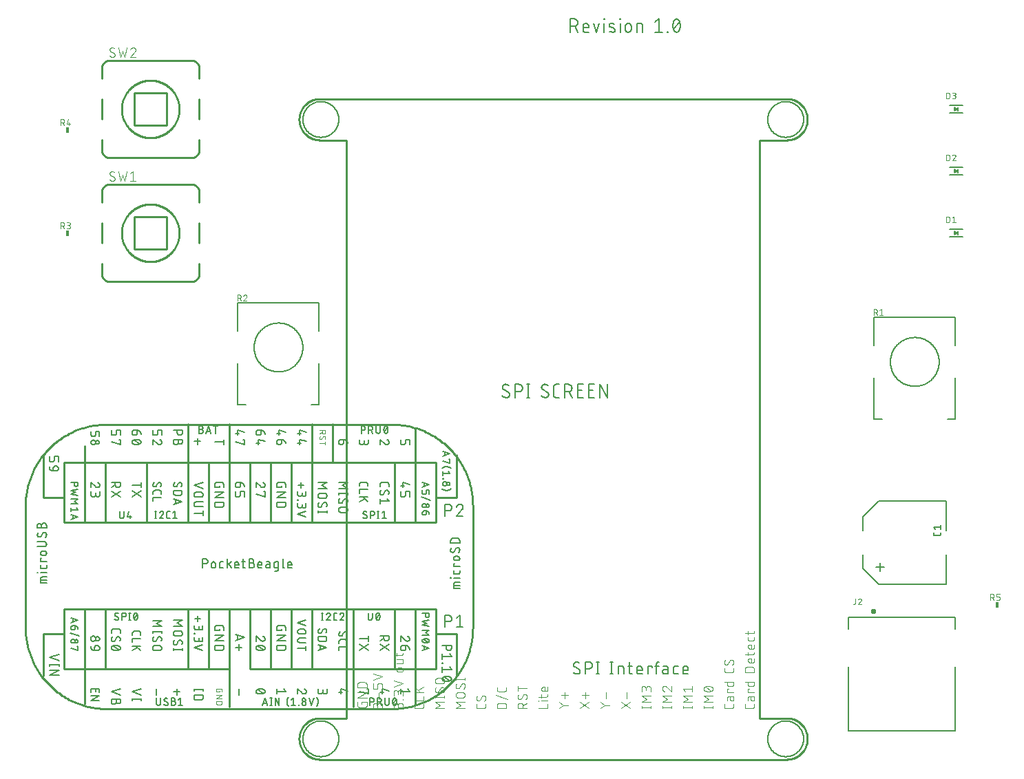
<source format=gbr>
G04 EAGLE Gerber RS-274X export*
G75*
%MOMM*%
%FSLAX34Y34*%
%LPD*%
%INSilkscreen Top*%
%IPPOS*%
%AMOC8*
5,1,8,0,0,1.08239X$1,22.5*%
G01*
%ADD10C,0.152400*%
%ADD11C,0.127000*%
%ADD12C,0.101600*%
%ADD13C,0.200000*%
%ADD14C,0.254000*%
%ADD15C,0.203200*%
%ADD16C,0.300000*%
%ADD17C,0.076200*%
%ADD18R,0.406400X0.711200*%

G36*
X1141005Y886376D02*
X1141005Y886376D01*
X1141105Y886375D01*
X1141119Y886379D01*
X1141131Y886379D01*
X1141174Y886397D01*
X1141284Y886433D01*
X1145284Y888433D01*
X1145319Y888459D01*
X1145360Y888478D01*
X1145409Y888526D01*
X1145463Y888567D01*
X1145488Y888604D01*
X1145519Y888636D01*
X1145548Y888698D01*
X1145585Y888755D01*
X1145595Y888799D01*
X1145614Y888839D01*
X1145619Y888908D01*
X1145634Y888974D01*
X1145628Y889019D01*
X1145631Y889063D01*
X1145612Y889129D01*
X1145603Y889197D01*
X1145582Y889236D01*
X1145570Y889279D01*
X1145529Y889334D01*
X1145497Y889394D01*
X1145463Y889424D01*
X1145437Y889460D01*
X1145366Y889509D01*
X1145328Y889543D01*
X1145307Y889551D01*
X1145284Y889567D01*
X1141284Y891567D01*
X1141188Y891595D01*
X1141094Y891627D01*
X1141081Y891627D01*
X1141068Y891631D01*
X1140969Y891624D01*
X1140869Y891621D01*
X1140858Y891616D01*
X1140845Y891615D01*
X1140754Y891574D01*
X1140662Y891536D01*
X1140652Y891528D01*
X1140640Y891522D01*
X1140569Y891452D01*
X1140496Y891385D01*
X1140490Y891374D01*
X1140481Y891364D01*
X1140439Y891274D01*
X1140393Y891185D01*
X1140391Y891171D01*
X1140386Y891161D01*
X1140383Y891114D01*
X1140366Y891000D01*
X1140366Y887000D01*
X1140383Y886902D01*
X1140397Y886803D01*
X1140403Y886792D01*
X1140405Y886779D01*
X1140456Y886693D01*
X1140503Y886606D01*
X1140513Y886597D01*
X1140520Y886586D01*
X1140597Y886523D01*
X1140672Y886457D01*
X1140684Y886453D01*
X1140694Y886445D01*
X1140788Y886413D01*
X1140881Y886377D01*
X1140894Y886377D01*
X1140906Y886373D01*
X1141005Y886376D01*
G37*
G36*
X1141005Y810176D02*
X1141005Y810176D01*
X1141105Y810175D01*
X1141119Y810179D01*
X1141131Y810179D01*
X1141174Y810197D01*
X1141284Y810233D01*
X1145284Y812233D01*
X1145319Y812259D01*
X1145360Y812278D01*
X1145409Y812326D01*
X1145463Y812367D01*
X1145488Y812404D01*
X1145519Y812436D01*
X1145548Y812498D01*
X1145585Y812555D01*
X1145595Y812599D01*
X1145614Y812639D01*
X1145619Y812708D01*
X1145634Y812774D01*
X1145628Y812819D01*
X1145631Y812863D01*
X1145612Y812929D01*
X1145603Y812997D01*
X1145582Y813036D01*
X1145570Y813079D01*
X1145529Y813134D01*
X1145497Y813194D01*
X1145463Y813224D01*
X1145437Y813260D01*
X1145366Y813309D01*
X1145328Y813343D01*
X1145307Y813351D01*
X1145284Y813367D01*
X1141284Y815367D01*
X1141188Y815395D01*
X1141094Y815427D01*
X1141081Y815427D01*
X1141068Y815431D01*
X1140969Y815424D01*
X1140869Y815421D01*
X1140858Y815416D01*
X1140845Y815415D01*
X1140754Y815374D01*
X1140662Y815336D01*
X1140652Y815328D01*
X1140640Y815322D01*
X1140569Y815252D01*
X1140496Y815185D01*
X1140490Y815174D01*
X1140481Y815164D01*
X1140439Y815074D01*
X1140393Y814985D01*
X1140391Y814971D01*
X1140386Y814961D01*
X1140383Y814914D01*
X1140366Y814800D01*
X1140366Y810800D01*
X1140383Y810702D01*
X1140397Y810603D01*
X1140403Y810592D01*
X1140405Y810579D01*
X1140456Y810493D01*
X1140503Y810406D01*
X1140513Y810397D01*
X1140520Y810386D01*
X1140597Y810323D01*
X1140672Y810257D01*
X1140684Y810253D01*
X1140694Y810245D01*
X1140788Y810213D01*
X1140881Y810177D01*
X1140894Y810177D01*
X1140906Y810173D01*
X1141005Y810176D01*
G37*
G36*
X1141005Y733976D02*
X1141005Y733976D01*
X1141105Y733975D01*
X1141119Y733979D01*
X1141131Y733979D01*
X1141174Y733997D01*
X1141284Y734033D01*
X1145284Y736033D01*
X1145319Y736059D01*
X1145360Y736078D01*
X1145409Y736126D01*
X1145463Y736167D01*
X1145488Y736204D01*
X1145519Y736236D01*
X1145548Y736298D01*
X1145585Y736355D01*
X1145595Y736399D01*
X1145614Y736439D01*
X1145619Y736508D01*
X1145634Y736574D01*
X1145628Y736619D01*
X1145631Y736663D01*
X1145612Y736729D01*
X1145603Y736797D01*
X1145582Y736836D01*
X1145570Y736879D01*
X1145529Y736934D01*
X1145497Y736994D01*
X1145463Y737024D01*
X1145437Y737060D01*
X1145366Y737109D01*
X1145328Y737143D01*
X1145307Y737151D01*
X1145284Y737167D01*
X1141284Y739167D01*
X1141188Y739195D01*
X1141094Y739227D01*
X1141081Y739227D01*
X1141068Y739231D01*
X1140969Y739224D01*
X1140869Y739221D01*
X1140858Y739216D01*
X1140845Y739215D01*
X1140754Y739174D01*
X1140662Y739136D01*
X1140652Y739128D01*
X1140640Y739122D01*
X1140569Y739052D01*
X1140496Y738985D01*
X1140490Y738974D01*
X1140481Y738964D01*
X1140439Y738874D01*
X1140393Y738785D01*
X1140391Y738771D01*
X1140386Y738761D01*
X1140383Y738714D01*
X1140366Y738600D01*
X1140366Y734600D01*
X1140383Y734502D01*
X1140397Y734403D01*
X1140403Y734392D01*
X1140405Y734379D01*
X1140456Y734293D01*
X1140503Y734206D01*
X1140513Y734197D01*
X1140520Y734186D01*
X1140597Y734123D01*
X1140672Y734057D01*
X1140684Y734053D01*
X1140694Y734045D01*
X1140788Y734013D01*
X1140881Y733977D01*
X1140894Y733977D01*
X1140906Y733973D01*
X1141005Y733976D01*
G37*
D10*
X668782Y983742D02*
X668782Y999998D01*
X673298Y999998D01*
X673431Y999996D01*
X673563Y999990D01*
X673695Y999980D01*
X673827Y999967D01*
X673959Y999949D01*
X674089Y999928D01*
X674220Y999903D01*
X674349Y999874D01*
X674477Y999841D01*
X674605Y999805D01*
X674731Y999765D01*
X674856Y999721D01*
X674980Y999673D01*
X675102Y999622D01*
X675223Y999567D01*
X675342Y999509D01*
X675460Y999447D01*
X675575Y999382D01*
X675689Y999313D01*
X675800Y999242D01*
X675909Y999166D01*
X676016Y999088D01*
X676121Y999007D01*
X676223Y998922D01*
X676323Y998835D01*
X676420Y998745D01*
X676515Y998652D01*
X676606Y998556D01*
X676695Y998458D01*
X676781Y998357D01*
X676864Y998253D01*
X676944Y998147D01*
X677020Y998039D01*
X677094Y997929D01*
X677164Y997816D01*
X677231Y997702D01*
X677294Y997585D01*
X677354Y997467D01*
X677411Y997347D01*
X677464Y997225D01*
X677513Y997102D01*
X677559Y996978D01*
X677601Y996852D01*
X677639Y996725D01*
X677674Y996597D01*
X677705Y996468D01*
X677732Y996339D01*
X677755Y996208D01*
X677775Y996077D01*
X677790Y995945D01*
X677802Y995813D01*
X677810Y995681D01*
X677814Y995548D01*
X677814Y995416D01*
X677810Y995283D01*
X677802Y995151D01*
X677790Y995019D01*
X677775Y994887D01*
X677755Y994756D01*
X677732Y994625D01*
X677705Y994496D01*
X677674Y994367D01*
X677639Y994239D01*
X677601Y994112D01*
X677559Y993986D01*
X677513Y993862D01*
X677464Y993739D01*
X677411Y993617D01*
X677354Y993497D01*
X677294Y993379D01*
X677231Y993262D01*
X677164Y993148D01*
X677094Y993035D01*
X677020Y992925D01*
X676944Y992817D01*
X676864Y992711D01*
X676781Y992607D01*
X676695Y992506D01*
X676606Y992408D01*
X676515Y992312D01*
X676420Y992219D01*
X676323Y992129D01*
X676223Y992042D01*
X676121Y991957D01*
X676016Y991876D01*
X675909Y991798D01*
X675800Y991722D01*
X675689Y991651D01*
X675575Y991582D01*
X675460Y991517D01*
X675342Y991455D01*
X675223Y991397D01*
X675102Y991342D01*
X674980Y991291D01*
X674856Y991243D01*
X674731Y991199D01*
X674605Y991159D01*
X674477Y991123D01*
X674349Y991090D01*
X674220Y991061D01*
X674089Y991036D01*
X673959Y991015D01*
X673827Y990997D01*
X673695Y990984D01*
X673563Y990974D01*
X673431Y990968D01*
X673298Y990966D01*
X673298Y990967D02*
X668782Y990967D01*
X674201Y990967D02*
X677813Y983742D01*
X686892Y983742D02*
X691408Y983742D01*
X686892Y983742D02*
X686791Y983744D01*
X686690Y983750D01*
X686589Y983759D01*
X686488Y983772D01*
X686388Y983789D01*
X686289Y983810D01*
X686191Y983834D01*
X686094Y983862D01*
X685997Y983894D01*
X685902Y983929D01*
X685809Y983968D01*
X685717Y984010D01*
X685626Y984056D01*
X685538Y984105D01*
X685451Y984157D01*
X685366Y984213D01*
X685283Y984271D01*
X685203Y984333D01*
X685125Y984398D01*
X685049Y984465D01*
X684976Y984535D01*
X684906Y984608D01*
X684839Y984684D01*
X684774Y984762D01*
X684712Y984842D01*
X684654Y984925D01*
X684598Y985010D01*
X684546Y985097D01*
X684497Y985185D01*
X684451Y985276D01*
X684409Y985368D01*
X684370Y985461D01*
X684335Y985556D01*
X684303Y985653D01*
X684275Y985750D01*
X684251Y985848D01*
X684230Y985947D01*
X684213Y986047D01*
X684200Y986148D01*
X684191Y986249D01*
X684185Y986350D01*
X684183Y986451D01*
X684183Y990967D01*
X684185Y991086D01*
X684191Y991206D01*
X684201Y991325D01*
X684215Y991443D01*
X684232Y991562D01*
X684254Y991679D01*
X684279Y991796D01*
X684309Y991911D01*
X684342Y992026D01*
X684379Y992140D01*
X684419Y992252D01*
X684464Y992363D01*
X684512Y992472D01*
X684563Y992580D01*
X684618Y992686D01*
X684677Y992790D01*
X684739Y992892D01*
X684804Y992992D01*
X684873Y993090D01*
X684945Y993186D01*
X685020Y993279D01*
X685097Y993369D01*
X685178Y993457D01*
X685262Y993542D01*
X685349Y993624D01*
X685438Y993704D01*
X685530Y993780D01*
X685624Y993854D01*
X685721Y993924D01*
X685819Y993991D01*
X685920Y994055D01*
X686024Y994115D01*
X686129Y994172D01*
X686236Y994225D01*
X686344Y994275D01*
X686454Y994321D01*
X686566Y994363D01*
X686679Y994402D01*
X686793Y994437D01*
X686908Y994468D01*
X687025Y994496D01*
X687142Y994519D01*
X687259Y994539D01*
X687378Y994555D01*
X687497Y994567D01*
X687616Y994575D01*
X687735Y994579D01*
X687855Y994579D01*
X687974Y994575D01*
X688093Y994567D01*
X688212Y994555D01*
X688331Y994539D01*
X688448Y994519D01*
X688565Y994496D01*
X688682Y994468D01*
X688797Y994437D01*
X688911Y994402D01*
X689024Y994363D01*
X689136Y994321D01*
X689246Y994275D01*
X689354Y994225D01*
X689461Y994172D01*
X689566Y994115D01*
X689670Y994055D01*
X689771Y993991D01*
X689869Y993924D01*
X689966Y993854D01*
X690060Y993780D01*
X690152Y993704D01*
X690241Y993624D01*
X690328Y993542D01*
X690412Y993457D01*
X690493Y993369D01*
X690570Y993279D01*
X690645Y993186D01*
X690717Y993090D01*
X690786Y992992D01*
X690851Y992892D01*
X690913Y992790D01*
X690972Y992686D01*
X691027Y992580D01*
X691078Y992472D01*
X691126Y992363D01*
X691171Y992252D01*
X691211Y992140D01*
X691248Y992026D01*
X691281Y991911D01*
X691311Y991796D01*
X691336Y991679D01*
X691358Y991562D01*
X691375Y991443D01*
X691389Y991325D01*
X691399Y991206D01*
X691405Y991086D01*
X691407Y990967D01*
X691408Y990967D02*
X691408Y989161D01*
X684183Y989161D01*
X697209Y994579D02*
X700821Y983742D01*
X704434Y994579D01*
X710200Y994579D02*
X710200Y983742D01*
X709748Y999095D02*
X709748Y999998D01*
X710651Y999998D01*
X710651Y999095D01*
X709748Y999095D01*
X717842Y990064D02*
X722357Y988258D01*
X717841Y990064D02*
X717753Y990101D01*
X717667Y990142D01*
X717582Y990186D01*
X717499Y990234D01*
X717419Y990285D01*
X717340Y990339D01*
X717264Y990397D01*
X717190Y990457D01*
X717118Y990521D01*
X717050Y990587D01*
X716984Y990657D01*
X716921Y990728D01*
X716860Y990803D01*
X716803Y990879D01*
X716750Y990958D01*
X716699Y991039D01*
X716652Y991122D01*
X716608Y991207D01*
X716568Y991294D01*
X716531Y991382D01*
X716498Y991472D01*
X716468Y991563D01*
X716443Y991655D01*
X716421Y991748D01*
X716403Y991842D01*
X716388Y991936D01*
X716378Y992031D01*
X716372Y992127D01*
X716369Y992222D01*
X716370Y992318D01*
X716376Y992413D01*
X716385Y992509D01*
X716398Y992603D01*
X716414Y992697D01*
X716435Y992791D01*
X716460Y992883D01*
X716488Y992974D01*
X716520Y993064D01*
X716555Y993153D01*
X716594Y993240D01*
X716637Y993326D01*
X716683Y993410D01*
X716733Y993491D01*
X716785Y993571D01*
X716841Y993649D01*
X716901Y993724D01*
X716963Y993796D01*
X717028Y993866D01*
X717096Y993934D01*
X717166Y993998D01*
X717239Y994060D01*
X717315Y994118D01*
X717393Y994174D01*
X717473Y994226D01*
X717555Y994275D01*
X717639Y994320D01*
X717725Y994362D01*
X717812Y994401D01*
X717901Y994436D01*
X717992Y994467D01*
X718083Y994494D01*
X718176Y994518D01*
X718269Y994538D01*
X718363Y994554D01*
X718458Y994566D01*
X718553Y994575D01*
X718649Y994579D01*
X718744Y994580D01*
X718991Y994573D01*
X719237Y994561D01*
X719483Y994543D01*
X719729Y994518D01*
X719973Y994488D01*
X720217Y994452D01*
X720460Y994411D01*
X720702Y994363D01*
X720943Y994309D01*
X721182Y994250D01*
X721420Y994185D01*
X721656Y994114D01*
X721891Y994038D01*
X722124Y993956D01*
X722354Y993868D01*
X722582Y993775D01*
X722809Y993677D01*
X722358Y988257D02*
X722446Y988220D01*
X722532Y988179D01*
X722617Y988135D01*
X722700Y988087D01*
X722780Y988036D01*
X722859Y987982D01*
X722935Y987924D01*
X723009Y987864D01*
X723081Y987800D01*
X723149Y987734D01*
X723215Y987664D01*
X723278Y987593D01*
X723339Y987518D01*
X723396Y987442D01*
X723449Y987363D01*
X723500Y987282D01*
X723547Y987199D01*
X723591Y987114D01*
X723631Y987027D01*
X723668Y986939D01*
X723701Y986849D01*
X723731Y986758D01*
X723756Y986666D01*
X723778Y986573D01*
X723796Y986479D01*
X723811Y986385D01*
X723821Y986290D01*
X723827Y986194D01*
X723830Y986099D01*
X723829Y986003D01*
X723823Y985908D01*
X723814Y985812D01*
X723801Y985718D01*
X723785Y985624D01*
X723764Y985530D01*
X723739Y985438D01*
X723711Y985347D01*
X723679Y985257D01*
X723644Y985168D01*
X723605Y985081D01*
X723562Y984995D01*
X723516Y984911D01*
X723466Y984830D01*
X723414Y984750D01*
X723358Y984672D01*
X723298Y984597D01*
X723236Y984525D01*
X723171Y984455D01*
X723103Y984387D01*
X723033Y984323D01*
X722960Y984261D01*
X722884Y984203D01*
X722806Y984147D01*
X722726Y984095D01*
X722644Y984046D01*
X722560Y984001D01*
X722474Y983959D01*
X722387Y983920D01*
X722298Y983885D01*
X722207Y983854D01*
X722116Y983827D01*
X722023Y983803D01*
X721930Y983783D01*
X721836Y983767D01*
X721741Y983755D01*
X721646Y983746D01*
X721550Y983742D01*
X721455Y983741D01*
X721454Y983742D02*
X721092Y983751D01*
X720730Y983769D01*
X720369Y983796D01*
X720009Y983831D01*
X719649Y983874D01*
X719290Y983926D01*
X718933Y983987D01*
X718578Y984056D01*
X718224Y984133D01*
X717872Y984219D01*
X717522Y984313D01*
X717174Y984416D01*
X716829Y984526D01*
X716487Y984645D01*
X729999Y983742D02*
X729999Y994579D01*
X729548Y999095D02*
X729548Y999998D01*
X730451Y999998D01*
X730451Y999095D01*
X729548Y999095D01*
X736287Y990967D02*
X736287Y987354D01*
X736287Y990967D02*
X736289Y991086D01*
X736295Y991206D01*
X736305Y991325D01*
X736319Y991443D01*
X736336Y991562D01*
X736358Y991679D01*
X736383Y991796D01*
X736413Y991911D01*
X736446Y992026D01*
X736483Y992140D01*
X736523Y992252D01*
X736568Y992363D01*
X736616Y992472D01*
X736667Y992580D01*
X736722Y992686D01*
X736781Y992790D01*
X736843Y992892D01*
X736908Y992992D01*
X736977Y993090D01*
X737049Y993186D01*
X737124Y993279D01*
X737201Y993369D01*
X737282Y993457D01*
X737366Y993542D01*
X737453Y993624D01*
X737542Y993704D01*
X737634Y993780D01*
X737728Y993854D01*
X737825Y993924D01*
X737923Y993991D01*
X738024Y994055D01*
X738128Y994115D01*
X738233Y994172D01*
X738340Y994225D01*
X738448Y994275D01*
X738558Y994321D01*
X738670Y994363D01*
X738783Y994402D01*
X738897Y994437D01*
X739012Y994468D01*
X739129Y994496D01*
X739246Y994519D01*
X739363Y994539D01*
X739482Y994555D01*
X739601Y994567D01*
X739720Y994575D01*
X739839Y994579D01*
X739959Y994579D01*
X740078Y994575D01*
X740197Y994567D01*
X740316Y994555D01*
X740435Y994539D01*
X740552Y994519D01*
X740669Y994496D01*
X740786Y994468D01*
X740901Y994437D01*
X741015Y994402D01*
X741128Y994363D01*
X741240Y994321D01*
X741350Y994275D01*
X741458Y994225D01*
X741565Y994172D01*
X741670Y994115D01*
X741774Y994055D01*
X741875Y993991D01*
X741973Y993924D01*
X742070Y993854D01*
X742164Y993780D01*
X742256Y993704D01*
X742345Y993624D01*
X742432Y993542D01*
X742516Y993457D01*
X742597Y993369D01*
X742674Y993279D01*
X742749Y993186D01*
X742821Y993090D01*
X742890Y992992D01*
X742955Y992892D01*
X743017Y992790D01*
X743076Y992686D01*
X743131Y992580D01*
X743182Y992472D01*
X743230Y992363D01*
X743275Y992252D01*
X743315Y992140D01*
X743352Y992026D01*
X743385Y991911D01*
X743415Y991796D01*
X743440Y991679D01*
X743462Y991562D01*
X743479Y991443D01*
X743493Y991325D01*
X743503Y991206D01*
X743509Y991086D01*
X743511Y990967D01*
X743512Y990967D02*
X743512Y987354D01*
X743511Y987354D02*
X743509Y987235D01*
X743503Y987115D01*
X743493Y986996D01*
X743479Y986878D01*
X743462Y986759D01*
X743440Y986642D01*
X743415Y986525D01*
X743385Y986410D01*
X743352Y986295D01*
X743315Y986181D01*
X743275Y986069D01*
X743230Y985958D01*
X743182Y985849D01*
X743131Y985741D01*
X743076Y985635D01*
X743017Y985531D01*
X742955Y985429D01*
X742890Y985329D01*
X742821Y985231D01*
X742749Y985135D01*
X742674Y985042D01*
X742597Y984952D01*
X742516Y984864D01*
X742432Y984779D01*
X742345Y984697D01*
X742256Y984617D01*
X742164Y984541D01*
X742070Y984467D01*
X741973Y984397D01*
X741875Y984330D01*
X741774Y984266D01*
X741670Y984206D01*
X741565Y984149D01*
X741458Y984096D01*
X741350Y984046D01*
X741240Y984000D01*
X741128Y983958D01*
X741015Y983919D01*
X740901Y983884D01*
X740786Y983853D01*
X740669Y983825D01*
X740552Y983802D01*
X740435Y983782D01*
X740316Y983766D01*
X740197Y983754D01*
X740078Y983746D01*
X739959Y983742D01*
X739839Y983742D01*
X739720Y983746D01*
X739601Y983754D01*
X739482Y983766D01*
X739363Y983782D01*
X739246Y983802D01*
X739129Y983825D01*
X739012Y983853D01*
X738897Y983884D01*
X738783Y983919D01*
X738670Y983958D01*
X738558Y984000D01*
X738448Y984046D01*
X738340Y984096D01*
X738233Y984149D01*
X738128Y984206D01*
X738024Y984266D01*
X737923Y984330D01*
X737825Y984397D01*
X737728Y984467D01*
X737634Y984541D01*
X737542Y984617D01*
X737453Y984697D01*
X737366Y984779D01*
X737282Y984864D01*
X737201Y984952D01*
X737124Y985042D01*
X737049Y985135D01*
X736977Y985231D01*
X736908Y985329D01*
X736843Y985429D01*
X736781Y985531D01*
X736722Y985635D01*
X736667Y985741D01*
X736616Y985849D01*
X736568Y985958D01*
X736523Y986069D01*
X736483Y986181D01*
X736446Y986295D01*
X736413Y986410D01*
X736383Y986525D01*
X736358Y986642D01*
X736336Y986759D01*
X736319Y986878D01*
X736305Y986996D01*
X736295Y987115D01*
X736289Y987235D01*
X736287Y987354D01*
X750355Y983742D02*
X750355Y994579D01*
X754870Y994579D01*
X754974Y994577D01*
X755077Y994571D01*
X755181Y994561D01*
X755284Y994547D01*
X755386Y994529D01*
X755487Y994508D01*
X755588Y994482D01*
X755687Y994453D01*
X755786Y994420D01*
X755883Y994383D01*
X755978Y994342D01*
X756072Y994298D01*
X756164Y994250D01*
X756254Y994199D01*
X756343Y994144D01*
X756429Y994086D01*
X756512Y994024D01*
X756594Y993960D01*
X756672Y993892D01*
X756748Y993822D01*
X756822Y993749D01*
X756892Y993672D01*
X756960Y993594D01*
X757024Y993512D01*
X757086Y993429D01*
X757144Y993343D01*
X757199Y993254D01*
X757250Y993164D01*
X757298Y993072D01*
X757342Y992978D01*
X757383Y992883D01*
X757420Y992786D01*
X757453Y992687D01*
X757482Y992588D01*
X757508Y992487D01*
X757529Y992386D01*
X757547Y992284D01*
X757561Y992181D01*
X757571Y992077D01*
X757577Y991974D01*
X757579Y991870D01*
X757580Y991870D02*
X757580Y983742D01*
X772898Y996386D02*
X777414Y999998D01*
X777414Y983742D01*
X772898Y983742D02*
X781930Y983742D01*
X787904Y983742D02*
X787904Y984645D01*
X788807Y984645D01*
X788807Y983742D01*
X787904Y983742D01*
X794782Y991870D02*
X794786Y992190D01*
X794797Y992509D01*
X794816Y992829D01*
X794843Y993147D01*
X794877Y993465D01*
X794919Y993782D01*
X794969Y994098D01*
X795026Y994413D01*
X795090Y994726D01*
X795162Y995038D01*
X795241Y995348D01*
X795328Y995655D01*
X795422Y995961D01*
X795523Y996264D01*
X795632Y996565D01*
X795747Y996863D01*
X795870Y997159D01*
X796000Y997451D01*
X796137Y997740D01*
X796137Y997741D02*
X796176Y997849D01*
X796219Y997956D01*
X796265Y998061D01*
X796316Y998165D01*
X796369Y998267D01*
X796426Y998367D01*
X796487Y998465D01*
X796551Y998560D01*
X796618Y998654D01*
X796689Y998745D01*
X796762Y998834D01*
X796839Y998920D01*
X796918Y999003D01*
X797000Y999084D01*
X797085Y999162D01*
X797173Y999236D01*
X797263Y999308D01*
X797355Y999376D01*
X797450Y999442D01*
X797547Y999504D01*
X797646Y999562D01*
X797748Y999618D01*
X797850Y999669D01*
X797955Y999717D01*
X798061Y999762D01*
X798169Y999803D01*
X798278Y999840D01*
X798388Y999873D01*
X798500Y999902D01*
X798612Y999928D01*
X798725Y999950D01*
X798839Y999967D01*
X798953Y999981D01*
X799068Y999991D01*
X799183Y999997D01*
X799298Y999999D01*
X799298Y999998D02*
X799413Y999996D01*
X799528Y999990D01*
X799643Y999980D01*
X799757Y999966D01*
X799871Y999949D01*
X799984Y999927D01*
X800096Y999901D01*
X800208Y999872D01*
X800318Y999839D01*
X800427Y999802D01*
X800535Y999761D01*
X800641Y999716D01*
X800746Y999668D01*
X800848Y999617D01*
X800949Y999561D01*
X801049Y999503D01*
X801146Y999441D01*
X801240Y999376D01*
X801333Y999307D01*
X801423Y999235D01*
X801511Y999161D01*
X801596Y999083D01*
X801678Y999002D01*
X801757Y998919D01*
X801834Y998833D01*
X801907Y998744D01*
X801978Y998653D01*
X802045Y998559D01*
X802109Y998464D01*
X802170Y998366D01*
X802227Y998266D01*
X802280Y998164D01*
X802331Y998060D01*
X802377Y997955D01*
X802420Y997848D01*
X802459Y997740D01*
X802458Y997740D02*
X802595Y997451D01*
X802725Y997159D01*
X802848Y996863D01*
X802963Y996565D01*
X803072Y996264D01*
X803173Y995961D01*
X803267Y995655D01*
X803354Y995348D01*
X803433Y995038D01*
X803505Y994726D01*
X803569Y994413D01*
X803626Y994098D01*
X803676Y993782D01*
X803718Y993465D01*
X803752Y993147D01*
X803779Y992829D01*
X803798Y992509D01*
X803809Y992190D01*
X803813Y991870D01*
X794783Y991870D02*
X794787Y991550D01*
X794798Y991231D01*
X794817Y990911D01*
X794844Y990593D01*
X794878Y990275D01*
X794920Y989958D01*
X794970Y989642D01*
X795027Y989327D01*
X795091Y989014D01*
X795163Y988702D01*
X795242Y988392D01*
X795329Y988085D01*
X795423Y987779D01*
X795524Y987476D01*
X795633Y987175D01*
X795748Y986877D01*
X795871Y986581D01*
X796001Y986289D01*
X796138Y986000D01*
X796137Y986000D02*
X796176Y985892D01*
X796219Y985785D01*
X796265Y985680D01*
X796316Y985576D01*
X796369Y985474D01*
X796426Y985374D01*
X796487Y985276D01*
X796551Y985181D01*
X796618Y985087D01*
X796689Y984996D01*
X796762Y984907D01*
X796839Y984821D01*
X796918Y984738D01*
X797000Y984657D01*
X797085Y984579D01*
X797173Y984505D01*
X797263Y984433D01*
X797356Y984364D01*
X797450Y984299D01*
X797547Y984237D01*
X797647Y984179D01*
X797748Y984123D01*
X797850Y984072D01*
X797955Y984024D01*
X798061Y983979D01*
X798169Y983938D01*
X798278Y983901D01*
X798388Y983868D01*
X798500Y983839D01*
X798612Y983813D01*
X798725Y983791D01*
X798839Y983774D01*
X798953Y983760D01*
X799068Y983750D01*
X799183Y983744D01*
X799298Y983742D01*
X802458Y986000D02*
X802595Y986289D01*
X802725Y986581D01*
X802848Y986877D01*
X802963Y987175D01*
X803072Y987476D01*
X803173Y987779D01*
X803267Y988085D01*
X803354Y988392D01*
X803433Y988702D01*
X803505Y989014D01*
X803569Y989327D01*
X803626Y989642D01*
X803676Y989958D01*
X803718Y990275D01*
X803752Y990593D01*
X803779Y990911D01*
X803798Y991231D01*
X803809Y991550D01*
X803813Y991870D01*
X802459Y986000D02*
X802420Y985892D01*
X802377Y985785D01*
X802331Y985680D01*
X802280Y985576D01*
X802227Y985474D01*
X802170Y985374D01*
X802109Y985276D01*
X802045Y985181D01*
X801978Y985087D01*
X801907Y984996D01*
X801834Y984907D01*
X801757Y984821D01*
X801678Y984738D01*
X801596Y984657D01*
X801511Y984579D01*
X801423Y984505D01*
X801333Y984433D01*
X801240Y984364D01*
X801146Y984299D01*
X801049Y984237D01*
X800949Y984179D01*
X800848Y984123D01*
X800745Y984072D01*
X800641Y984024D01*
X800535Y983979D01*
X800427Y983938D01*
X800318Y983901D01*
X800208Y983868D01*
X800096Y983839D01*
X799984Y983813D01*
X799871Y983791D01*
X799757Y983774D01*
X799643Y983760D01*
X799528Y983750D01*
X799413Y983744D01*
X799298Y983742D01*
X795685Y987354D02*
X802910Y996386D01*
D11*
X1131000Y407100D02*
X1131000Y370600D01*
X1131000Y407100D02*
X1048000Y407100D01*
X1028000Y387100D01*
X1028000Y370600D01*
X1131000Y340600D02*
X1131000Y304100D01*
X1048000Y304100D01*
X1028000Y324100D01*
X1028000Y340600D01*
X1044500Y325600D02*
X1054500Y325600D01*
X1049500Y330600D02*
X1049500Y320600D01*
D10*
X1123898Y366301D02*
X1123898Y368220D01*
X1123898Y366301D02*
X1123896Y366215D01*
X1123890Y366129D01*
X1123881Y366043D01*
X1123867Y365958D01*
X1123850Y365874D01*
X1123829Y365790D01*
X1123804Y365708D01*
X1123776Y365627D01*
X1123744Y365547D01*
X1123708Y365468D01*
X1123669Y365392D01*
X1123626Y365317D01*
X1123581Y365244D01*
X1123532Y365173D01*
X1123479Y365105D01*
X1123424Y365038D01*
X1123366Y364975D01*
X1123305Y364914D01*
X1123242Y364856D01*
X1123175Y364801D01*
X1123107Y364749D01*
X1123036Y364699D01*
X1122963Y364654D01*
X1122888Y364611D01*
X1122812Y364572D01*
X1122733Y364536D01*
X1122653Y364504D01*
X1122572Y364476D01*
X1122490Y364451D01*
X1122406Y364430D01*
X1122322Y364413D01*
X1122237Y364399D01*
X1122151Y364390D01*
X1122065Y364384D01*
X1121979Y364382D01*
X1117181Y364382D01*
X1117095Y364384D01*
X1117009Y364390D01*
X1116923Y364399D01*
X1116838Y364413D01*
X1116754Y364430D01*
X1116670Y364451D01*
X1116588Y364476D01*
X1116507Y364504D01*
X1116427Y364536D01*
X1116348Y364572D01*
X1116272Y364611D01*
X1116197Y364654D01*
X1116124Y364699D01*
X1116053Y364748D01*
X1115985Y364801D01*
X1115918Y364856D01*
X1115855Y364914D01*
X1115794Y364975D01*
X1115736Y365038D01*
X1115681Y365105D01*
X1115629Y365173D01*
X1115579Y365244D01*
X1115534Y365317D01*
X1115491Y365392D01*
X1115452Y365468D01*
X1115416Y365547D01*
X1115384Y365627D01*
X1115356Y365708D01*
X1115331Y365790D01*
X1115310Y365874D01*
X1115293Y365958D01*
X1115279Y366043D01*
X1115270Y366129D01*
X1115264Y366215D01*
X1115262Y366301D01*
X1115262Y368220D01*
X1117181Y372040D02*
X1115262Y374439D01*
X1123898Y374439D01*
X1123898Y372040D02*
X1123898Y376838D01*
D11*
X1135000Y741600D02*
X1151000Y741600D01*
X1151000Y731600D02*
X1135000Y731600D01*
X1145000Y734600D02*
X1145000Y738600D01*
D12*
X1130808Y749808D02*
X1130808Y756920D01*
X1132784Y756920D01*
X1132870Y756918D01*
X1132956Y756912D01*
X1133042Y756903D01*
X1133127Y756890D01*
X1133212Y756873D01*
X1133295Y756853D01*
X1133378Y756829D01*
X1133460Y756801D01*
X1133540Y756770D01*
X1133619Y756735D01*
X1133696Y756697D01*
X1133772Y756655D01*
X1133846Y756611D01*
X1133917Y756563D01*
X1133987Y756512D01*
X1134054Y756458D01*
X1134119Y756401D01*
X1134181Y756341D01*
X1134241Y756279D01*
X1134298Y756214D01*
X1134352Y756147D01*
X1134403Y756077D01*
X1134451Y756006D01*
X1134495Y755932D01*
X1134537Y755856D01*
X1134575Y755779D01*
X1134610Y755700D01*
X1134641Y755620D01*
X1134669Y755538D01*
X1134693Y755455D01*
X1134713Y755372D01*
X1134730Y755287D01*
X1134743Y755202D01*
X1134752Y755116D01*
X1134758Y755030D01*
X1134760Y754944D01*
X1134759Y754944D02*
X1134759Y751784D01*
X1134760Y751784D02*
X1134758Y751698D01*
X1134752Y751612D01*
X1134743Y751526D01*
X1134730Y751441D01*
X1134713Y751356D01*
X1134693Y751273D01*
X1134669Y751190D01*
X1134641Y751108D01*
X1134610Y751028D01*
X1134575Y750949D01*
X1134537Y750872D01*
X1134495Y750796D01*
X1134451Y750722D01*
X1134403Y750651D01*
X1134352Y750581D01*
X1134298Y750514D01*
X1134241Y750449D01*
X1134181Y750387D01*
X1134119Y750327D01*
X1134054Y750270D01*
X1133987Y750216D01*
X1133917Y750165D01*
X1133846Y750117D01*
X1133772Y750073D01*
X1133696Y750031D01*
X1133619Y749993D01*
X1133540Y749958D01*
X1133460Y749927D01*
X1133378Y749899D01*
X1133295Y749875D01*
X1133212Y749855D01*
X1133127Y749838D01*
X1133042Y749825D01*
X1132956Y749816D01*
X1132870Y749810D01*
X1132784Y749808D01*
X1130808Y749808D01*
X1138367Y755340D02*
X1140343Y756920D01*
X1140343Y749808D01*
X1142318Y749808D02*
X1138367Y749808D01*
D11*
X1135000Y817800D02*
X1151000Y817800D01*
X1151000Y807800D02*
X1135000Y807800D01*
X1145000Y810800D02*
X1145000Y814800D01*
D12*
X1130808Y826008D02*
X1130808Y833120D01*
X1132784Y833120D01*
X1132870Y833118D01*
X1132956Y833112D01*
X1133042Y833103D01*
X1133127Y833090D01*
X1133212Y833073D01*
X1133295Y833053D01*
X1133378Y833029D01*
X1133460Y833001D01*
X1133540Y832970D01*
X1133619Y832935D01*
X1133696Y832897D01*
X1133772Y832855D01*
X1133846Y832811D01*
X1133917Y832763D01*
X1133987Y832712D01*
X1134054Y832658D01*
X1134119Y832601D01*
X1134181Y832541D01*
X1134241Y832479D01*
X1134298Y832414D01*
X1134352Y832347D01*
X1134403Y832277D01*
X1134451Y832206D01*
X1134495Y832132D01*
X1134537Y832056D01*
X1134575Y831979D01*
X1134610Y831900D01*
X1134641Y831820D01*
X1134669Y831738D01*
X1134693Y831655D01*
X1134713Y831572D01*
X1134730Y831487D01*
X1134743Y831402D01*
X1134752Y831316D01*
X1134758Y831230D01*
X1134760Y831144D01*
X1134759Y831144D02*
X1134759Y827984D01*
X1134760Y827984D02*
X1134758Y827898D01*
X1134752Y827812D01*
X1134743Y827726D01*
X1134730Y827641D01*
X1134713Y827556D01*
X1134693Y827473D01*
X1134669Y827390D01*
X1134641Y827308D01*
X1134610Y827228D01*
X1134575Y827149D01*
X1134537Y827072D01*
X1134495Y826996D01*
X1134451Y826922D01*
X1134403Y826851D01*
X1134352Y826781D01*
X1134298Y826714D01*
X1134241Y826649D01*
X1134181Y826587D01*
X1134119Y826527D01*
X1134054Y826470D01*
X1133987Y826416D01*
X1133917Y826365D01*
X1133846Y826317D01*
X1133772Y826273D01*
X1133696Y826231D01*
X1133619Y826193D01*
X1133540Y826158D01*
X1133460Y826127D01*
X1133378Y826099D01*
X1133295Y826075D01*
X1133212Y826055D01*
X1133127Y826038D01*
X1133042Y826025D01*
X1132956Y826016D01*
X1132870Y826010D01*
X1132784Y826008D01*
X1130808Y826008D01*
X1140540Y833120D02*
X1140622Y833118D01*
X1140704Y833112D01*
X1140786Y833103D01*
X1140867Y833090D01*
X1140947Y833073D01*
X1141027Y833052D01*
X1141105Y833028D01*
X1141182Y833000D01*
X1141258Y832969D01*
X1141333Y832934D01*
X1141405Y832895D01*
X1141476Y832854D01*
X1141545Y832809D01*
X1141611Y832761D01*
X1141676Y832710D01*
X1141738Y832656D01*
X1141797Y832599D01*
X1141854Y832540D01*
X1141908Y832478D01*
X1141959Y832413D01*
X1142007Y832347D01*
X1142052Y832278D01*
X1142093Y832207D01*
X1142132Y832135D01*
X1142167Y832060D01*
X1142198Y831984D01*
X1142226Y831907D01*
X1142250Y831829D01*
X1142271Y831749D01*
X1142288Y831669D01*
X1142301Y831588D01*
X1142310Y831506D01*
X1142316Y831424D01*
X1142318Y831342D01*
X1140540Y833120D02*
X1140447Y833118D01*
X1140355Y833112D01*
X1140263Y833103D01*
X1140171Y833090D01*
X1140080Y833073D01*
X1139990Y833053D01*
X1139900Y833029D01*
X1139812Y833001D01*
X1139724Y832969D01*
X1139639Y832935D01*
X1139554Y832896D01*
X1139472Y832855D01*
X1139391Y832810D01*
X1139311Y832761D01*
X1139234Y832710D01*
X1139159Y832656D01*
X1139087Y832598D01*
X1139017Y832538D01*
X1138949Y832474D01*
X1138884Y832409D01*
X1138821Y832340D01*
X1138762Y832269D01*
X1138705Y832196D01*
X1138651Y832120D01*
X1138601Y832043D01*
X1138553Y831963D01*
X1138509Y831882D01*
X1138469Y831798D01*
X1138431Y831714D01*
X1138397Y831627D01*
X1138367Y831540D01*
X1141725Y829959D02*
X1141786Y830020D01*
X1141844Y830083D01*
X1141899Y830149D01*
X1141952Y830217D01*
X1142001Y830288D01*
X1142046Y830360D01*
X1142089Y830435D01*
X1142128Y830511D01*
X1142164Y830590D01*
X1142196Y830669D01*
X1142224Y830750D01*
X1142249Y830833D01*
X1142270Y830916D01*
X1142287Y831000D01*
X1142301Y831085D01*
X1142310Y831170D01*
X1142316Y831256D01*
X1142318Y831342D01*
X1141725Y829959D02*
X1138367Y826008D01*
X1142318Y826008D01*
D11*
X1135000Y894000D02*
X1151000Y894000D01*
X1151000Y884000D02*
X1135000Y884000D01*
X1145000Y887000D02*
X1145000Y891000D01*
D12*
X1130808Y902208D02*
X1130808Y909320D01*
X1132784Y909320D01*
X1132870Y909318D01*
X1132956Y909312D01*
X1133042Y909303D01*
X1133127Y909290D01*
X1133212Y909273D01*
X1133295Y909253D01*
X1133378Y909229D01*
X1133460Y909201D01*
X1133540Y909170D01*
X1133619Y909135D01*
X1133696Y909097D01*
X1133772Y909055D01*
X1133846Y909011D01*
X1133917Y908963D01*
X1133987Y908912D01*
X1134054Y908858D01*
X1134119Y908801D01*
X1134181Y908741D01*
X1134241Y908679D01*
X1134298Y908614D01*
X1134352Y908547D01*
X1134403Y908477D01*
X1134451Y908406D01*
X1134495Y908332D01*
X1134537Y908256D01*
X1134575Y908179D01*
X1134610Y908100D01*
X1134641Y908020D01*
X1134669Y907938D01*
X1134693Y907855D01*
X1134713Y907772D01*
X1134730Y907687D01*
X1134743Y907602D01*
X1134752Y907516D01*
X1134758Y907430D01*
X1134760Y907344D01*
X1134759Y907344D02*
X1134759Y904184D01*
X1134760Y904184D02*
X1134758Y904098D01*
X1134752Y904012D01*
X1134743Y903926D01*
X1134730Y903841D01*
X1134713Y903756D01*
X1134693Y903673D01*
X1134669Y903590D01*
X1134641Y903508D01*
X1134610Y903428D01*
X1134575Y903349D01*
X1134537Y903272D01*
X1134495Y903196D01*
X1134451Y903122D01*
X1134403Y903051D01*
X1134352Y902981D01*
X1134298Y902914D01*
X1134241Y902849D01*
X1134181Y902787D01*
X1134119Y902727D01*
X1134054Y902670D01*
X1133987Y902616D01*
X1133917Y902565D01*
X1133846Y902517D01*
X1133772Y902473D01*
X1133696Y902431D01*
X1133619Y902393D01*
X1133540Y902358D01*
X1133460Y902327D01*
X1133378Y902299D01*
X1133295Y902275D01*
X1133212Y902255D01*
X1133127Y902238D01*
X1133042Y902225D01*
X1132956Y902216D01*
X1132870Y902210D01*
X1132784Y902208D01*
X1130808Y902208D01*
X1138367Y902208D02*
X1140343Y902208D01*
X1140430Y902210D01*
X1140518Y902216D01*
X1140605Y902225D01*
X1140691Y902239D01*
X1140777Y902256D01*
X1140861Y902277D01*
X1140945Y902302D01*
X1141028Y902331D01*
X1141109Y902363D01*
X1141189Y902398D01*
X1141267Y902437D01*
X1141344Y902480D01*
X1141418Y902526D01*
X1141490Y902575D01*
X1141560Y902627D01*
X1141628Y902683D01*
X1141693Y902741D01*
X1141756Y902802D01*
X1141815Y902866D01*
X1141872Y902933D01*
X1141926Y903001D01*
X1141977Y903073D01*
X1142024Y903146D01*
X1142069Y903221D01*
X1142110Y903299D01*
X1142147Y903378D01*
X1142181Y903458D01*
X1142211Y903540D01*
X1142238Y903623D01*
X1142261Y903708D01*
X1142280Y903793D01*
X1142295Y903879D01*
X1142307Y903966D01*
X1142315Y904053D01*
X1142319Y904140D01*
X1142319Y904228D01*
X1142315Y904315D01*
X1142307Y904402D01*
X1142295Y904489D01*
X1142280Y904575D01*
X1142261Y904660D01*
X1142238Y904745D01*
X1142211Y904828D01*
X1142181Y904910D01*
X1142147Y904990D01*
X1142110Y905069D01*
X1142069Y905147D01*
X1142024Y905222D01*
X1141977Y905295D01*
X1141926Y905367D01*
X1141872Y905435D01*
X1141815Y905502D01*
X1141756Y905566D01*
X1141693Y905627D01*
X1141628Y905685D01*
X1141560Y905741D01*
X1141490Y905793D01*
X1141418Y905842D01*
X1141344Y905888D01*
X1141267Y905931D01*
X1141189Y905970D01*
X1141109Y906005D01*
X1141028Y906037D01*
X1140945Y906066D01*
X1140861Y906091D01*
X1140777Y906112D01*
X1140691Y906129D01*
X1140605Y906143D01*
X1140518Y906152D01*
X1140430Y906158D01*
X1140343Y906160D01*
X1140738Y909320D02*
X1138367Y909320D01*
X1140738Y909320D02*
X1140817Y909318D01*
X1140895Y909312D01*
X1140973Y909302D01*
X1141051Y909289D01*
X1141128Y909271D01*
X1141204Y909250D01*
X1141278Y909225D01*
X1141352Y909196D01*
X1141424Y909164D01*
X1141494Y909128D01*
X1141562Y909088D01*
X1141628Y909045D01*
X1141692Y908999D01*
X1141754Y908950D01*
X1141813Y908898D01*
X1141869Y908843D01*
X1141923Y908785D01*
X1141973Y908725D01*
X1142021Y908662D01*
X1142065Y908597D01*
X1142106Y908530D01*
X1142144Y908461D01*
X1142178Y908390D01*
X1142209Y908317D01*
X1142236Y908243D01*
X1142259Y908168D01*
X1142278Y908092D01*
X1142294Y908014D01*
X1142306Y907936D01*
X1142314Y907858D01*
X1142318Y907779D01*
X1142318Y907701D01*
X1142314Y907622D01*
X1142306Y907544D01*
X1142294Y907466D01*
X1142278Y907388D01*
X1142259Y907312D01*
X1142236Y907237D01*
X1142209Y907163D01*
X1142178Y907090D01*
X1142144Y907019D01*
X1142106Y906950D01*
X1142065Y906883D01*
X1142021Y906818D01*
X1141973Y906755D01*
X1141923Y906695D01*
X1141869Y906637D01*
X1141813Y906582D01*
X1141754Y906530D01*
X1141692Y906481D01*
X1141628Y906435D01*
X1141562Y906392D01*
X1141494Y906352D01*
X1141424Y906316D01*
X1141352Y906284D01*
X1141278Y906255D01*
X1141204Y906230D01*
X1141128Y906209D01*
X1141051Y906191D01*
X1140973Y906178D01*
X1140895Y906168D01*
X1140817Y906162D01*
X1140738Y906160D01*
X1140738Y906159D02*
X1139157Y906159D01*
D13*
X339950Y114300D02*
X339957Y114840D01*
X339976Y115379D01*
X340010Y115918D01*
X340056Y116456D01*
X340115Y116993D01*
X340188Y117528D01*
X340274Y118061D01*
X340373Y118592D01*
X340485Y119120D01*
X340609Y119646D01*
X340747Y120168D01*
X340897Y120686D01*
X341060Y121201D01*
X341236Y121712D01*
X341424Y122218D01*
X341625Y122719D01*
X341837Y123215D01*
X342062Y123706D01*
X342299Y124191D01*
X342548Y124671D01*
X342808Y125144D01*
X343080Y125610D01*
X343363Y126070D01*
X343658Y126523D01*
X343963Y126968D01*
X344279Y127405D01*
X344606Y127835D01*
X344944Y128257D01*
X345291Y128670D01*
X345649Y129074D01*
X346017Y129470D01*
X346394Y129856D01*
X346780Y130233D01*
X347176Y130601D01*
X347580Y130959D01*
X347993Y131306D01*
X348415Y131644D01*
X348845Y131971D01*
X349282Y132287D01*
X349727Y132592D01*
X350180Y132887D01*
X350640Y133170D01*
X351106Y133442D01*
X351579Y133702D01*
X352059Y133951D01*
X352544Y134188D01*
X353035Y134413D01*
X353531Y134625D01*
X354032Y134826D01*
X354538Y135014D01*
X355049Y135190D01*
X355564Y135353D01*
X356082Y135503D01*
X356604Y135641D01*
X357130Y135765D01*
X357658Y135877D01*
X358189Y135976D01*
X358722Y136062D01*
X359257Y136135D01*
X359794Y136194D01*
X360332Y136240D01*
X360871Y136274D01*
X361410Y136293D01*
X361950Y136300D01*
X362490Y136293D01*
X363029Y136274D01*
X363568Y136240D01*
X364106Y136194D01*
X364643Y136135D01*
X365178Y136062D01*
X365711Y135976D01*
X366242Y135877D01*
X366770Y135765D01*
X367296Y135641D01*
X367818Y135503D01*
X368336Y135353D01*
X368851Y135190D01*
X369362Y135014D01*
X369868Y134826D01*
X370369Y134625D01*
X370865Y134413D01*
X371356Y134188D01*
X371841Y133951D01*
X372321Y133702D01*
X372794Y133442D01*
X373260Y133170D01*
X373720Y132887D01*
X374173Y132592D01*
X374618Y132287D01*
X375055Y131971D01*
X375485Y131644D01*
X375907Y131306D01*
X376320Y130959D01*
X376724Y130601D01*
X377120Y130233D01*
X377506Y129856D01*
X377883Y129470D01*
X378251Y129074D01*
X378609Y128670D01*
X378956Y128257D01*
X379294Y127835D01*
X379621Y127405D01*
X379937Y126968D01*
X380242Y126523D01*
X380537Y126070D01*
X380820Y125610D01*
X381092Y125144D01*
X381352Y124671D01*
X381601Y124191D01*
X381838Y123706D01*
X382063Y123215D01*
X382275Y122719D01*
X382476Y122218D01*
X382664Y121712D01*
X382840Y121201D01*
X383003Y120686D01*
X383153Y120168D01*
X383291Y119646D01*
X383415Y119120D01*
X383527Y118592D01*
X383626Y118061D01*
X383712Y117528D01*
X383785Y116993D01*
X383844Y116456D01*
X383890Y115918D01*
X383924Y115379D01*
X383943Y114840D01*
X383950Y114300D01*
X383943Y113760D01*
X383924Y113221D01*
X383890Y112682D01*
X383844Y112144D01*
X383785Y111607D01*
X383712Y111072D01*
X383626Y110539D01*
X383527Y110008D01*
X383415Y109480D01*
X383291Y108954D01*
X383153Y108432D01*
X383003Y107914D01*
X382840Y107399D01*
X382664Y106888D01*
X382476Y106382D01*
X382275Y105881D01*
X382063Y105385D01*
X381838Y104894D01*
X381601Y104409D01*
X381352Y103929D01*
X381092Y103456D01*
X380820Y102990D01*
X380537Y102530D01*
X380242Y102077D01*
X379937Y101632D01*
X379621Y101195D01*
X379294Y100765D01*
X378956Y100343D01*
X378609Y99930D01*
X378251Y99526D01*
X377883Y99130D01*
X377506Y98744D01*
X377120Y98367D01*
X376724Y97999D01*
X376320Y97641D01*
X375907Y97294D01*
X375485Y96956D01*
X375055Y96629D01*
X374618Y96313D01*
X374173Y96008D01*
X373720Y95713D01*
X373260Y95430D01*
X372794Y95158D01*
X372321Y94898D01*
X371841Y94649D01*
X371356Y94412D01*
X370865Y94187D01*
X370369Y93975D01*
X369868Y93774D01*
X369362Y93586D01*
X368851Y93410D01*
X368336Y93247D01*
X367818Y93097D01*
X367296Y92959D01*
X366770Y92835D01*
X366242Y92723D01*
X365711Y92624D01*
X365178Y92538D01*
X364643Y92465D01*
X364106Y92406D01*
X363568Y92360D01*
X363029Y92326D01*
X362490Y92307D01*
X361950Y92300D01*
X361410Y92307D01*
X360871Y92326D01*
X360332Y92360D01*
X359794Y92406D01*
X359257Y92465D01*
X358722Y92538D01*
X358189Y92624D01*
X357658Y92723D01*
X357130Y92835D01*
X356604Y92959D01*
X356082Y93097D01*
X355564Y93247D01*
X355049Y93410D01*
X354538Y93586D01*
X354032Y93774D01*
X353531Y93975D01*
X353035Y94187D01*
X352544Y94412D01*
X352059Y94649D01*
X351579Y94898D01*
X351106Y95158D01*
X350640Y95430D01*
X350180Y95713D01*
X349727Y96008D01*
X349282Y96313D01*
X348845Y96629D01*
X348415Y96956D01*
X347993Y97294D01*
X347580Y97641D01*
X347176Y97999D01*
X346780Y98367D01*
X346394Y98744D01*
X346017Y99130D01*
X345649Y99526D01*
X345291Y99930D01*
X344944Y100343D01*
X344606Y100765D01*
X344279Y101195D01*
X343963Y101632D01*
X343658Y102077D01*
X343363Y102530D01*
X343080Y102990D01*
X342808Y103456D01*
X342548Y103929D01*
X342299Y104409D01*
X342062Y104894D01*
X341837Y105385D01*
X341625Y105881D01*
X341424Y106382D01*
X341236Y106888D01*
X341060Y107399D01*
X340897Y107914D01*
X340747Y108432D01*
X340609Y108954D01*
X340485Y109480D01*
X340373Y110008D01*
X340274Y110539D01*
X340188Y111072D01*
X340115Y111607D01*
X340056Y112144D01*
X340010Y112682D01*
X339976Y113221D01*
X339957Y113760D01*
X339950Y114300D01*
X911450Y114300D02*
X911457Y114840D01*
X911476Y115379D01*
X911510Y115918D01*
X911556Y116456D01*
X911615Y116993D01*
X911688Y117528D01*
X911774Y118061D01*
X911873Y118592D01*
X911985Y119120D01*
X912109Y119646D01*
X912247Y120168D01*
X912397Y120686D01*
X912560Y121201D01*
X912736Y121712D01*
X912924Y122218D01*
X913125Y122719D01*
X913337Y123215D01*
X913562Y123706D01*
X913799Y124191D01*
X914048Y124671D01*
X914308Y125144D01*
X914580Y125610D01*
X914863Y126070D01*
X915158Y126523D01*
X915463Y126968D01*
X915779Y127405D01*
X916106Y127835D01*
X916444Y128257D01*
X916791Y128670D01*
X917149Y129074D01*
X917517Y129470D01*
X917894Y129856D01*
X918280Y130233D01*
X918676Y130601D01*
X919080Y130959D01*
X919493Y131306D01*
X919915Y131644D01*
X920345Y131971D01*
X920782Y132287D01*
X921227Y132592D01*
X921680Y132887D01*
X922140Y133170D01*
X922606Y133442D01*
X923079Y133702D01*
X923559Y133951D01*
X924044Y134188D01*
X924535Y134413D01*
X925031Y134625D01*
X925532Y134826D01*
X926038Y135014D01*
X926549Y135190D01*
X927064Y135353D01*
X927582Y135503D01*
X928104Y135641D01*
X928630Y135765D01*
X929158Y135877D01*
X929689Y135976D01*
X930222Y136062D01*
X930757Y136135D01*
X931294Y136194D01*
X931832Y136240D01*
X932371Y136274D01*
X932910Y136293D01*
X933450Y136300D01*
X933990Y136293D01*
X934529Y136274D01*
X935068Y136240D01*
X935606Y136194D01*
X936143Y136135D01*
X936678Y136062D01*
X937211Y135976D01*
X937742Y135877D01*
X938270Y135765D01*
X938796Y135641D01*
X939318Y135503D01*
X939836Y135353D01*
X940351Y135190D01*
X940862Y135014D01*
X941368Y134826D01*
X941869Y134625D01*
X942365Y134413D01*
X942856Y134188D01*
X943341Y133951D01*
X943821Y133702D01*
X944294Y133442D01*
X944760Y133170D01*
X945220Y132887D01*
X945673Y132592D01*
X946118Y132287D01*
X946555Y131971D01*
X946985Y131644D01*
X947407Y131306D01*
X947820Y130959D01*
X948224Y130601D01*
X948620Y130233D01*
X949006Y129856D01*
X949383Y129470D01*
X949751Y129074D01*
X950109Y128670D01*
X950456Y128257D01*
X950794Y127835D01*
X951121Y127405D01*
X951437Y126968D01*
X951742Y126523D01*
X952037Y126070D01*
X952320Y125610D01*
X952592Y125144D01*
X952852Y124671D01*
X953101Y124191D01*
X953338Y123706D01*
X953563Y123215D01*
X953775Y122719D01*
X953976Y122218D01*
X954164Y121712D01*
X954340Y121201D01*
X954503Y120686D01*
X954653Y120168D01*
X954791Y119646D01*
X954915Y119120D01*
X955027Y118592D01*
X955126Y118061D01*
X955212Y117528D01*
X955285Y116993D01*
X955344Y116456D01*
X955390Y115918D01*
X955424Y115379D01*
X955443Y114840D01*
X955450Y114300D01*
X955443Y113760D01*
X955424Y113221D01*
X955390Y112682D01*
X955344Y112144D01*
X955285Y111607D01*
X955212Y111072D01*
X955126Y110539D01*
X955027Y110008D01*
X954915Y109480D01*
X954791Y108954D01*
X954653Y108432D01*
X954503Y107914D01*
X954340Y107399D01*
X954164Y106888D01*
X953976Y106382D01*
X953775Y105881D01*
X953563Y105385D01*
X953338Y104894D01*
X953101Y104409D01*
X952852Y103929D01*
X952592Y103456D01*
X952320Y102990D01*
X952037Y102530D01*
X951742Y102077D01*
X951437Y101632D01*
X951121Y101195D01*
X950794Y100765D01*
X950456Y100343D01*
X950109Y99930D01*
X949751Y99526D01*
X949383Y99130D01*
X949006Y98744D01*
X948620Y98367D01*
X948224Y97999D01*
X947820Y97641D01*
X947407Y97294D01*
X946985Y96956D01*
X946555Y96629D01*
X946118Y96313D01*
X945673Y96008D01*
X945220Y95713D01*
X944760Y95430D01*
X944294Y95158D01*
X943821Y94898D01*
X943341Y94649D01*
X942856Y94412D01*
X942365Y94187D01*
X941869Y93975D01*
X941368Y93774D01*
X940862Y93586D01*
X940351Y93410D01*
X939836Y93247D01*
X939318Y93097D01*
X938796Y92959D01*
X938270Y92835D01*
X937742Y92723D01*
X937211Y92624D01*
X936678Y92538D01*
X936143Y92465D01*
X935606Y92406D01*
X935068Y92360D01*
X934529Y92326D01*
X933990Y92307D01*
X933450Y92300D01*
X932910Y92307D01*
X932371Y92326D01*
X931832Y92360D01*
X931294Y92406D01*
X930757Y92465D01*
X930222Y92538D01*
X929689Y92624D01*
X929158Y92723D01*
X928630Y92835D01*
X928104Y92959D01*
X927582Y93097D01*
X927064Y93247D01*
X926549Y93410D01*
X926038Y93586D01*
X925532Y93774D01*
X925031Y93975D01*
X924535Y94187D01*
X924044Y94412D01*
X923559Y94649D01*
X923079Y94898D01*
X922606Y95158D01*
X922140Y95430D01*
X921680Y95713D01*
X921227Y96008D01*
X920782Y96313D01*
X920345Y96629D01*
X919915Y96956D01*
X919493Y97294D01*
X919080Y97641D01*
X918676Y97999D01*
X918280Y98367D01*
X917894Y98744D01*
X917517Y99130D01*
X917149Y99526D01*
X916791Y99930D01*
X916444Y100343D01*
X916106Y100765D01*
X915779Y101195D01*
X915463Y101632D01*
X915158Y102077D01*
X914863Y102530D01*
X914580Y102990D01*
X914308Y103456D01*
X914048Y103929D01*
X913799Y104409D01*
X913562Y104894D01*
X913337Y105385D01*
X913125Y105881D01*
X912924Y106382D01*
X912736Y106888D01*
X912560Y107399D01*
X912397Y107914D01*
X912247Y108432D01*
X912109Y108954D01*
X911985Y109480D01*
X911873Y110008D01*
X911774Y110539D01*
X911688Y111072D01*
X911615Y111607D01*
X911556Y112144D01*
X911510Y112682D01*
X911476Y113221D01*
X911457Y113760D01*
X911450Y114300D01*
X339950Y876300D02*
X339957Y876840D01*
X339976Y877379D01*
X340010Y877918D01*
X340056Y878456D01*
X340115Y878993D01*
X340188Y879528D01*
X340274Y880061D01*
X340373Y880592D01*
X340485Y881120D01*
X340609Y881646D01*
X340747Y882168D01*
X340897Y882686D01*
X341060Y883201D01*
X341236Y883712D01*
X341424Y884218D01*
X341625Y884719D01*
X341837Y885215D01*
X342062Y885706D01*
X342299Y886191D01*
X342548Y886671D01*
X342808Y887144D01*
X343080Y887610D01*
X343363Y888070D01*
X343658Y888523D01*
X343963Y888968D01*
X344279Y889405D01*
X344606Y889835D01*
X344944Y890257D01*
X345291Y890670D01*
X345649Y891074D01*
X346017Y891470D01*
X346394Y891856D01*
X346780Y892233D01*
X347176Y892601D01*
X347580Y892959D01*
X347993Y893306D01*
X348415Y893644D01*
X348845Y893971D01*
X349282Y894287D01*
X349727Y894592D01*
X350180Y894887D01*
X350640Y895170D01*
X351106Y895442D01*
X351579Y895702D01*
X352059Y895951D01*
X352544Y896188D01*
X353035Y896413D01*
X353531Y896625D01*
X354032Y896826D01*
X354538Y897014D01*
X355049Y897190D01*
X355564Y897353D01*
X356082Y897503D01*
X356604Y897641D01*
X357130Y897765D01*
X357658Y897877D01*
X358189Y897976D01*
X358722Y898062D01*
X359257Y898135D01*
X359794Y898194D01*
X360332Y898240D01*
X360871Y898274D01*
X361410Y898293D01*
X361950Y898300D01*
X362490Y898293D01*
X363029Y898274D01*
X363568Y898240D01*
X364106Y898194D01*
X364643Y898135D01*
X365178Y898062D01*
X365711Y897976D01*
X366242Y897877D01*
X366770Y897765D01*
X367296Y897641D01*
X367818Y897503D01*
X368336Y897353D01*
X368851Y897190D01*
X369362Y897014D01*
X369868Y896826D01*
X370369Y896625D01*
X370865Y896413D01*
X371356Y896188D01*
X371841Y895951D01*
X372321Y895702D01*
X372794Y895442D01*
X373260Y895170D01*
X373720Y894887D01*
X374173Y894592D01*
X374618Y894287D01*
X375055Y893971D01*
X375485Y893644D01*
X375907Y893306D01*
X376320Y892959D01*
X376724Y892601D01*
X377120Y892233D01*
X377506Y891856D01*
X377883Y891470D01*
X378251Y891074D01*
X378609Y890670D01*
X378956Y890257D01*
X379294Y889835D01*
X379621Y889405D01*
X379937Y888968D01*
X380242Y888523D01*
X380537Y888070D01*
X380820Y887610D01*
X381092Y887144D01*
X381352Y886671D01*
X381601Y886191D01*
X381838Y885706D01*
X382063Y885215D01*
X382275Y884719D01*
X382476Y884218D01*
X382664Y883712D01*
X382840Y883201D01*
X383003Y882686D01*
X383153Y882168D01*
X383291Y881646D01*
X383415Y881120D01*
X383527Y880592D01*
X383626Y880061D01*
X383712Y879528D01*
X383785Y878993D01*
X383844Y878456D01*
X383890Y877918D01*
X383924Y877379D01*
X383943Y876840D01*
X383950Y876300D01*
X383943Y875760D01*
X383924Y875221D01*
X383890Y874682D01*
X383844Y874144D01*
X383785Y873607D01*
X383712Y873072D01*
X383626Y872539D01*
X383527Y872008D01*
X383415Y871480D01*
X383291Y870954D01*
X383153Y870432D01*
X383003Y869914D01*
X382840Y869399D01*
X382664Y868888D01*
X382476Y868382D01*
X382275Y867881D01*
X382063Y867385D01*
X381838Y866894D01*
X381601Y866409D01*
X381352Y865929D01*
X381092Y865456D01*
X380820Y864990D01*
X380537Y864530D01*
X380242Y864077D01*
X379937Y863632D01*
X379621Y863195D01*
X379294Y862765D01*
X378956Y862343D01*
X378609Y861930D01*
X378251Y861526D01*
X377883Y861130D01*
X377506Y860744D01*
X377120Y860367D01*
X376724Y859999D01*
X376320Y859641D01*
X375907Y859294D01*
X375485Y858956D01*
X375055Y858629D01*
X374618Y858313D01*
X374173Y858008D01*
X373720Y857713D01*
X373260Y857430D01*
X372794Y857158D01*
X372321Y856898D01*
X371841Y856649D01*
X371356Y856412D01*
X370865Y856187D01*
X370369Y855975D01*
X369868Y855774D01*
X369362Y855586D01*
X368851Y855410D01*
X368336Y855247D01*
X367818Y855097D01*
X367296Y854959D01*
X366770Y854835D01*
X366242Y854723D01*
X365711Y854624D01*
X365178Y854538D01*
X364643Y854465D01*
X364106Y854406D01*
X363568Y854360D01*
X363029Y854326D01*
X362490Y854307D01*
X361950Y854300D01*
X361410Y854307D01*
X360871Y854326D01*
X360332Y854360D01*
X359794Y854406D01*
X359257Y854465D01*
X358722Y854538D01*
X358189Y854624D01*
X357658Y854723D01*
X357130Y854835D01*
X356604Y854959D01*
X356082Y855097D01*
X355564Y855247D01*
X355049Y855410D01*
X354538Y855586D01*
X354032Y855774D01*
X353531Y855975D01*
X353035Y856187D01*
X352544Y856412D01*
X352059Y856649D01*
X351579Y856898D01*
X351106Y857158D01*
X350640Y857430D01*
X350180Y857713D01*
X349727Y858008D01*
X349282Y858313D01*
X348845Y858629D01*
X348415Y858956D01*
X347993Y859294D01*
X347580Y859641D01*
X347176Y859999D01*
X346780Y860367D01*
X346394Y860744D01*
X346017Y861130D01*
X345649Y861526D01*
X345291Y861930D01*
X344944Y862343D01*
X344606Y862765D01*
X344279Y863195D01*
X343963Y863632D01*
X343658Y864077D01*
X343363Y864530D01*
X343080Y864990D01*
X342808Y865456D01*
X342548Y865929D01*
X342299Y866409D01*
X342062Y866894D01*
X341837Y867385D01*
X341625Y867881D01*
X341424Y868382D01*
X341236Y868888D01*
X341060Y869399D01*
X340897Y869914D01*
X340747Y870432D01*
X340609Y870954D01*
X340485Y871480D01*
X340373Y872008D01*
X340274Y872539D01*
X340188Y873072D01*
X340115Y873607D01*
X340056Y874144D01*
X340010Y874682D01*
X339976Y875221D01*
X339957Y875760D01*
X339950Y876300D01*
X911450Y876300D02*
X911457Y876840D01*
X911476Y877379D01*
X911510Y877918D01*
X911556Y878456D01*
X911615Y878993D01*
X911688Y879528D01*
X911774Y880061D01*
X911873Y880592D01*
X911985Y881120D01*
X912109Y881646D01*
X912247Y882168D01*
X912397Y882686D01*
X912560Y883201D01*
X912736Y883712D01*
X912924Y884218D01*
X913125Y884719D01*
X913337Y885215D01*
X913562Y885706D01*
X913799Y886191D01*
X914048Y886671D01*
X914308Y887144D01*
X914580Y887610D01*
X914863Y888070D01*
X915158Y888523D01*
X915463Y888968D01*
X915779Y889405D01*
X916106Y889835D01*
X916444Y890257D01*
X916791Y890670D01*
X917149Y891074D01*
X917517Y891470D01*
X917894Y891856D01*
X918280Y892233D01*
X918676Y892601D01*
X919080Y892959D01*
X919493Y893306D01*
X919915Y893644D01*
X920345Y893971D01*
X920782Y894287D01*
X921227Y894592D01*
X921680Y894887D01*
X922140Y895170D01*
X922606Y895442D01*
X923079Y895702D01*
X923559Y895951D01*
X924044Y896188D01*
X924535Y896413D01*
X925031Y896625D01*
X925532Y896826D01*
X926038Y897014D01*
X926549Y897190D01*
X927064Y897353D01*
X927582Y897503D01*
X928104Y897641D01*
X928630Y897765D01*
X929158Y897877D01*
X929689Y897976D01*
X930222Y898062D01*
X930757Y898135D01*
X931294Y898194D01*
X931832Y898240D01*
X932371Y898274D01*
X932910Y898293D01*
X933450Y898300D01*
X933990Y898293D01*
X934529Y898274D01*
X935068Y898240D01*
X935606Y898194D01*
X936143Y898135D01*
X936678Y898062D01*
X937211Y897976D01*
X937742Y897877D01*
X938270Y897765D01*
X938796Y897641D01*
X939318Y897503D01*
X939836Y897353D01*
X940351Y897190D01*
X940862Y897014D01*
X941368Y896826D01*
X941869Y896625D01*
X942365Y896413D01*
X942856Y896188D01*
X943341Y895951D01*
X943821Y895702D01*
X944294Y895442D01*
X944760Y895170D01*
X945220Y894887D01*
X945673Y894592D01*
X946118Y894287D01*
X946555Y893971D01*
X946985Y893644D01*
X947407Y893306D01*
X947820Y892959D01*
X948224Y892601D01*
X948620Y892233D01*
X949006Y891856D01*
X949383Y891470D01*
X949751Y891074D01*
X950109Y890670D01*
X950456Y890257D01*
X950794Y889835D01*
X951121Y889405D01*
X951437Y888968D01*
X951742Y888523D01*
X952037Y888070D01*
X952320Y887610D01*
X952592Y887144D01*
X952852Y886671D01*
X953101Y886191D01*
X953338Y885706D01*
X953563Y885215D01*
X953775Y884719D01*
X953976Y884218D01*
X954164Y883712D01*
X954340Y883201D01*
X954503Y882686D01*
X954653Y882168D01*
X954791Y881646D01*
X954915Y881120D01*
X955027Y880592D01*
X955126Y880061D01*
X955212Y879528D01*
X955285Y878993D01*
X955344Y878456D01*
X955390Y877918D01*
X955424Y877379D01*
X955443Y876840D01*
X955450Y876300D01*
X955443Y875760D01*
X955424Y875221D01*
X955390Y874682D01*
X955344Y874144D01*
X955285Y873607D01*
X955212Y873072D01*
X955126Y872539D01*
X955027Y872008D01*
X954915Y871480D01*
X954791Y870954D01*
X954653Y870432D01*
X954503Y869914D01*
X954340Y869399D01*
X954164Y868888D01*
X953976Y868382D01*
X953775Y867881D01*
X953563Y867385D01*
X953338Y866894D01*
X953101Y866409D01*
X952852Y865929D01*
X952592Y865456D01*
X952320Y864990D01*
X952037Y864530D01*
X951742Y864077D01*
X951437Y863632D01*
X951121Y863195D01*
X950794Y862765D01*
X950456Y862343D01*
X950109Y861930D01*
X949751Y861526D01*
X949383Y861130D01*
X949006Y860744D01*
X948620Y860367D01*
X948224Y859999D01*
X947820Y859641D01*
X947407Y859294D01*
X946985Y858956D01*
X946555Y858629D01*
X946118Y858313D01*
X945673Y858008D01*
X945220Y857713D01*
X944760Y857430D01*
X944294Y857158D01*
X943821Y856898D01*
X943341Y856649D01*
X942856Y856412D01*
X942365Y856187D01*
X941869Y855975D01*
X941368Y855774D01*
X940862Y855586D01*
X940351Y855410D01*
X939836Y855247D01*
X939318Y855097D01*
X938796Y854959D01*
X938270Y854835D01*
X937742Y854723D01*
X937211Y854624D01*
X936678Y854538D01*
X936143Y854465D01*
X935606Y854406D01*
X935068Y854360D01*
X934529Y854326D01*
X933990Y854307D01*
X933450Y854300D01*
X932910Y854307D01*
X932371Y854326D01*
X931832Y854360D01*
X931294Y854406D01*
X930757Y854465D01*
X930222Y854538D01*
X929689Y854624D01*
X929158Y854723D01*
X928630Y854835D01*
X928104Y854959D01*
X927582Y855097D01*
X927064Y855247D01*
X926549Y855410D01*
X926038Y855586D01*
X925532Y855774D01*
X925031Y855975D01*
X924535Y856187D01*
X924044Y856412D01*
X923559Y856649D01*
X923079Y856898D01*
X922606Y857158D01*
X922140Y857430D01*
X921680Y857713D01*
X921227Y858008D01*
X920782Y858313D01*
X920345Y858629D01*
X919915Y858956D01*
X919493Y859294D01*
X919080Y859641D01*
X918676Y859999D01*
X918280Y860367D01*
X917894Y860744D01*
X917517Y861130D01*
X917149Y861526D01*
X916791Y861930D01*
X916444Y862343D01*
X916106Y862765D01*
X915779Y863195D01*
X915463Y863632D01*
X915158Y864077D01*
X914863Y864530D01*
X914580Y864990D01*
X914308Y865456D01*
X914048Y865929D01*
X913799Y866409D01*
X913562Y866894D01*
X913337Y867385D01*
X913125Y867881D01*
X912924Y868382D01*
X912736Y868888D01*
X912560Y869399D01*
X912397Y869914D01*
X912247Y870432D01*
X912109Y870954D01*
X911985Y871480D01*
X911873Y872008D01*
X911774Y872539D01*
X911688Y873072D01*
X911615Y873607D01*
X911556Y874144D01*
X911510Y874682D01*
X911476Y875221D01*
X911457Y875760D01*
X911450Y876300D01*
D14*
X335280Y114300D02*
X335287Y113686D01*
X335310Y113073D01*
X335347Y112460D01*
X335399Y111849D01*
X335465Y111238D01*
X335547Y110630D01*
X335643Y110024D01*
X335753Y109420D01*
X335878Y108819D01*
X336018Y108221D01*
X336172Y107627D01*
X336341Y107037D01*
X336523Y106451D01*
X336720Y105870D01*
X336931Y105293D01*
X337155Y104722D01*
X337393Y104156D01*
X337645Y103596D01*
X337911Y103043D01*
X338189Y102496D01*
X338481Y101956D01*
X338786Y101423D01*
X339104Y100898D01*
X339434Y100380D01*
X339776Y99871D01*
X340131Y99370D01*
X340498Y98878D01*
X340876Y98395D01*
X341266Y97921D01*
X341668Y97457D01*
X342080Y97002D01*
X342504Y96558D01*
X342938Y96124D01*
X343382Y95700D01*
X343837Y95288D01*
X344301Y94886D01*
X344775Y94496D01*
X345258Y94118D01*
X345750Y93751D01*
X346251Y93396D01*
X346760Y93054D01*
X347278Y92724D01*
X347803Y92406D01*
X348336Y92101D01*
X348876Y91809D01*
X349423Y91531D01*
X349976Y91265D01*
X350536Y91013D01*
X351102Y90775D01*
X351673Y90551D01*
X352250Y90340D01*
X352831Y90143D01*
X353417Y89961D01*
X354007Y89792D01*
X354601Y89638D01*
X355199Y89498D01*
X355800Y89373D01*
X356404Y89263D01*
X357010Y89167D01*
X357618Y89085D01*
X358229Y89019D01*
X358840Y88967D01*
X359453Y88930D01*
X360066Y88907D01*
X360680Y88900D01*
X934720Y88900D01*
X935334Y88907D01*
X935947Y88930D01*
X936560Y88967D01*
X937171Y89019D01*
X937782Y89085D01*
X938390Y89167D01*
X938996Y89263D01*
X939600Y89373D01*
X940201Y89498D01*
X940799Y89638D01*
X941393Y89792D01*
X941983Y89961D01*
X942569Y90143D01*
X943150Y90340D01*
X943727Y90551D01*
X944298Y90775D01*
X944864Y91013D01*
X945424Y91265D01*
X945977Y91531D01*
X946524Y91809D01*
X947064Y92101D01*
X947597Y92406D01*
X948122Y92724D01*
X948640Y93054D01*
X949149Y93396D01*
X949650Y93751D01*
X950142Y94118D01*
X950625Y94496D01*
X951099Y94886D01*
X951563Y95288D01*
X952018Y95700D01*
X952462Y96124D01*
X952896Y96558D01*
X953320Y97002D01*
X953732Y97457D01*
X954134Y97921D01*
X954524Y98395D01*
X954902Y98878D01*
X955269Y99370D01*
X955624Y99871D01*
X955966Y100380D01*
X956296Y100898D01*
X956614Y101423D01*
X956919Y101956D01*
X957211Y102496D01*
X957489Y103043D01*
X957755Y103596D01*
X958007Y104156D01*
X958245Y104722D01*
X958469Y105293D01*
X958680Y105870D01*
X958877Y106451D01*
X959059Y107037D01*
X959228Y107627D01*
X959382Y108221D01*
X959522Y108819D01*
X959647Y109420D01*
X959757Y110024D01*
X959853Y110630D01*
X959935Y111238D01*
X960001Y111849D01*
X960053Y112460D01*
X960090Y113073D01*
X960113Y113686D01*
X960120Y114300D01*
X960113Y114914D01*
X960090Y115527D01*
X960053Y116140D01*
X960001Y116751D01*
X959935Y117362D01*
X959853Y117970D01*
X959757Y118576D01*
X959647Y119180D01*
X959522Y119781D01*
X959382Y120379D01*
X959228Y120973D01*
X959059Y121563D01*
X958877Y122149D01*
X958680Y122730D01*
X958469Y123307D01*
X958245Y123878D01*
X958007Y124444D01*
X957755Y125004D01*
X957489Y125557D01*
X957211Y126104D01*
X956919Y126644D01*
X956614Y127177D01*
X956296Y127702D01*
X955966Y128220D01*
X955624Y128729D01*
X955269Y129230D01*
X954902Y129722D01*
X954524Y130205D01*
X954134Y130679D01*
X953732Y131143D01*
X953320Y131598D01*
X952896Y132042D01*
X952462Y132476D01*
X952018Y132900D01*
X951563Y133312D01*
X951099Y133714D01*
X950625Y134104D01*
X950142Y134482D01*
X949650Y134849D01*
X949149Y135204D01*
X948640Y135546D01*
X948122Y135876D01*
X947597Y136194D01*
X947064Y136499D01*
X946524Y136791D01*
X945977Y137069D01*
X945424Y137335D01*
X944864Y137587D01*
X944298Y137825D01*
X943727Y138049D01*
X943150Y138260D01*
X942569Y138457D01*
X941983Y138639D01*
X941393Y138808D01*
X940799Y138962D01*
X940201Y139102D01*
X939600Y139227D01*
X938996Y139337D01*
X938390Y139433D01*
X937782Y139515D01*
X937171Y139581D01*
X936560Y139633D01*
X935947Y139670D01*
X935334Y139693D01*
X934720Y139700D01*
X901700Y139700D01*
X901700Y850900D01*
X934720Y850900D01*
X935334Y850907D01*
X935947Y850930D01*
X936560Y850967D01*
X937171Y851019D01*
X937782Y851085D01*
X938390Y851167D01*
X938996Y851263D01*
X939600Y851373D01*
X940201Y851498D01*
X940799Y851638D01*
X941393Y851792D01*
X941983Y851961D01*
X942569Y852143D01*
X943150Y852340D01*
X943727Y852551D01*
X944298Y852775D01*
X944864Y853013D01*
X945424Y853265D01*
X945977Y853531D01*
X946524Y853809D01*
X947064Y854101D01*
X947597Y854406D01*
X948122Y854724D01*
X948640Y855054D01*
X949149Y855396D01*
X949650Y855751D01*
X950142Y856118D01*
X950625Y856496D01*
X951099Y856886D01*
X951563Y857288D01*
X952018Y857700D01*
X952462Y858124D01*
X952896Y858558D01*
X953320Y859002D01*
X953732Y859457D01*
X954134Y859921D01*
X954524Y860395D01*
X954902Y860878D01*
X955269Y861370D01*
X955624Y861871D01*
X955966Y862380D01*
X956296Y862898D01*
X956614Y863423D01*
X956919Y863956D01*
X957211Y864496D01*
X957489Y865043D01*
X957755Y865596D01*
X958007Y866156D01*
X958245Y866722D01*
X958469Y867293D01*
X958680Y867870D01*
X958877Y868451D01*
X959059Y869037D01*
X959228Y869627D01*
X959382Y870221D01*
X959522Y870819D01*
X959647Y871420D01*
X959757Y872024D01*
X959853Y872630D01*
X959935Y873238D01*
X960001Y873849D01*
X960053Y874460D01*
X960090Y875073D01*
X960113Y875686D01*
X960120Y876300D01*
X960113Y876914D01*
X960090Y877527D01*
X960053Y878140D01*
X960001Y878751D01*
X959935Y879362D01*
X959853Y879970D01*
X959757Y880576D01*
X959647Y881180D01*
X959522Y881781D01*
X959382Y882379D01*
X959228Y882973D01*
X959059Y883563D01*
X958877Y884149D01*
X958680Y884730D01*
X958469Y885307D01*
X958245Y885878D01*
X958007Y886444D01*
X957755Y887004D01*
X957489Y887557D01*
X957211Y888104D01*
X956919Y888644D01*
X956614Y889177D01*
X956296Y889702D01*
X955966Y890220D01*
X955624Y890729D01*
X955269Y891230D01*
X954902Y891722D01*
X954524Y892205D01*
X954134Y892679D01*
X953732Y893143D01*
X953320Y893598D01*
X952896Y894042D01*
X952462Y894476D01*
X952018Y894900D01*
X951563Y895312D01*
X951099Y895714D01*
X950625Y896104D01*
X950142Y896482D01*
X949650Y896849D01*
X949149Y897204D01*
X948640Y897546D01*
X948122Y897876D01*
X947597Y898194D01*
X947064Y898499D01*
X946524Y898791D01*
X945977Y899069D01*
X945424Y899335D01*
X944864Y899587D01*
X944298Y899825D01*
X943727Y900049D01*
X943150Y900260D01*
X942569Y900457D01*
X941983Y900639D01*
X941393Y900808D01*
X940799Y900962D01*
X940201Y901102D01*
X939600Y901227D01*
X938996Y901337D01*
X938390Y901433D01*
X937782Y901515D01*
X937171Y901581D01*
X936560Y901633D01*
X935947Y901670D01*
X935334Y901693D01*
X934720Y901700D01*
X360680Y901700D01*
X360066Y901693D01*
X359453Y901670D01*
X358840Y901633D01*
X358229Y901581D01*
X357618Y901515D01*
X357010Y901433D01*
X356404Y901337D01*
X355800Y901227D01*
X355199Y901102D01*
X354601Y900962D01*
X354007Y900808D01*
X353417Y900639D01*
X352831Y900457D01*
X352250Y900260D01*
X351673Y900049D01*
X351102Y899825D01*
X350536Y899587D01*
X349976Y899335D01*
X349423Y899069D01*
X348876Y898791D01*
X348336Y898499D01*
X347803Y898194D01*
X347278Y897876D01*
X346760Y897546D01*
X346251Y897204D01*
X345750Y896849D01*
X345258Y896482D01*
X344775Y896104D01*
X344301Y895714D01*
X343837Y895312D01*
X343382Y894900D01*
X342938Y894476D01*
X342504Y894042D01*
X342080Y893598D01*
X341668Y893143D01*
X341266Y892679D01*
X340876Y892205D01*
X340498Y891722D01*
X340131Y891230D01*
X339776Y890729D01*
X339434Y890220D01*
X339104Y889702D01*
X338786Y889177D01*
X338481Y888644D01*
X338189Y888104D01*
X337911Y887557D01*
X337645Y887004D01*
X337393Y886444D01*
X337155Y885878D01*
X336931Y885307D01*
X336720Y884730D01*
X336523Y884149D01*
X336341Y883563D01*
X336172Y882973D01*
X336018Y882379D01*
X335878Y881781D01*
X335753Y881180D01*
X335643Y880576D01*
X335547Y879970D01*
X335465Y879362D01*
X335399Y878751D01*
X335347Y878140D01*
X335310Y877527D01*
X335287Y876914D01*
X335280Y876300D01*
X335287Y875686D01*
X335310Y875073D01*
X335347Y874460D01*
X335399Y873849D01*
X335465Y873238D01*
X335547Y872630D01*
X335643Y872024D01*
X335753Y871420D01*
X335878Y870819D01*
X336018Y870221D01*
X336172Y869627D01*
X336341Y869037D01*
X336523Y868451D01*
X336720Y867870D01*
X336931Y867293D01*
X337155Y866722D01*
X337393Y866156D01*
X337645Y865596D01*
X337911Y865043D01*
X338189Y864496D01*
X338481Y863956D01*
X338786Y863423D01*
X339104Y862898D01*
X339434Y862380D01*
X339776Y861871D01*
X340131Y861370D01*
X340498Y860878D01*
X340876Y860395D01*
X341266Y859921D01*
X341668Y859457D01*
X342080Y859002D01*
X342504Y858558D01*
X342938Y858124D01*
X343382Y857700D01*
X343837Y857288D01*
X344301Y856886D01*
X344775Y856496D01*
X345258Y856118D01*
X345750Y855751D01*
X346251Y855396D01*
X346760Y855054D01*
X347278Y854724D01*
X347803Y854406D01*
X348336Y854101D01*
X348876Y853809D01*
X349423Y853531D01*
X349976Y853265D01*
X350536Y853013D01*
X351102Y852775D01*
X351673Y852551D01*
X352250Y852340D01*
X352831Y852143D01*
X353417Y851961D01*
X354007Y851792D01*
X354601Y851638D01*
X355199Y851498D01*
X355800Y851373D01*
X356404Y851263D01*
X357010Y851167D01*
X357618Y851085D01*
X358229Y851019D01*
X358840Y850967D01*
X359453Y850930D01*
X360066Y850907D01*
X360680Y850900D01*
X393700Y850900D01*
X393700Y139700D01*
X360680Y139700D01*
X360066Y139693D01*
X359453Y139670D01*
X358840Y139633D01*
X358229Y139581D01*
X357618Y139515D01*
X357010Y139433D01*
X356404Y139337D01*
X355800Y139227D01*
X355199Y139102D01*
X354601Y138962D01*
X354007Y138808D01*
X353417Y138639D01*
X352831Y138457D01*
X352250Y138260D01*
X351673Y138049D01*
X351102Y137825D01*
X350536Y137587D01*
X349976Y137335D01*
X349423Y137069D01*
X348876Y136791D01*
X348336Y136499D01*
X347803Y136194D01*
X347278Y135876D01*
X346760Y135546D01*
X346251Y135204D01*
X345750Y134849D01*
X345258Y134482D01*
X344775Y134104D01*
X344301Y133714D01*
X343837Y133312D01*
X343382Y132900D01*
X342938Y132476D01*
X342504Y132042D01*
X342080Y131598D01*
X341668Y131143D01*
X341266Y130679D01*
X340876Y130205D01*
X340498Y129722D01*
X340131Y129230D01*
X339776Y128729D01*
X339434Y128220D01*
X339104Y127702D01*
X338786Y127177D01*
X338481Y126644D01*
X338189Y126104D01*
X337911Y125557D01*
X337645Y125004D01*
X337393Y124444D01*
X337155Y123878D01*
X336931Y123307D01*
X336720Y122730D01*
X336523Y122149D01*
X336341Y121563D01*
X336172Y120973D01*
X336018Y120379D01*
X335878Y119781D01*
X335753Y119180D01*
X335643Y118576D01*
X335547Y117970D01*
X335465Y117362D01*
X335399Y116751D01*
X335347Y116140D01*
X335310Y115527D01*
X335287Y114914D01*
X335280Y114300D01*
D12*
X894842Y154234D02*
X894842Y156831D01*
X894842Y154234D02*
X894840Y154135D01*
X894834Y154035D01*
X894825Y153936D01*
X894812Y153838D01*
X894795Y153740D01*
X894774Y153642D01*
X894749Y153546D01*
X894721Y153451D01*
X894689Y153357D01*
X894654Y153264D01*
X894615Y153172D01*
X894572Y153082D01*
X894527Y152994D01*
X894477Y152907D01*
X894425Y152823D01*
X894369Y152740D01*
X894311Y152660D01*
X894249Y152582D01*
X894184Y152507D01*
X894116Y152434D01*
X894046Y152364D01*
X893973Y152296D01*
X893898Y152231D01*
X893820Y152169D01*
X893740Y152111D01*
X893657Y152055D01*
X893573Y152003D01*
X893486Y151953D01*
X893398Y151908D01*
X893308Y151865D01*
X893216Y151826D01*
X893123Y151791D01*
X893029Y151759D01*
X892934Y151731D01*
X892838Y151706D01*
X892740Y151685D01*
X892642Y151668D01*
X892544Y151655D01*
X892445Y151646D01*
X892345Y151640D01*
X892246Y151638D01*
X885754Y151638D01*
X885655Y151640D01*
X885555Y151646D01*
X885456Y151655D01*
X885358Y151668D01*
X885260Y151686D01*
X885162Y151706D01*
X885066Y151731D01*
X884970Y151759D01*
X884876Y151791D01*
X884783Y151826D01*
X884692Y151865D01*
X884602Y151908D01*
X884513Y151953D01*
X884427Y152003D01*
X884342Y152055D01*
X884260Y152111D01*
X884180Y152170D01*
X884102Y152231D01*
X884026Y152296D01*
X883953Y152364D01*
X883883Y152434D01*
X883815Y152507D01*
X883750Y152583D01*
X883689Y152661D01*
X883630Y152741D01*
X883574Y152823D01*
X883522Y152908D01*
X883473Y152994D01*
X883427Y153083D01*
X883384Y153173D01*
X883345Y153264D01*
X883310Y153357D01*
X883278Y153451D01*
X883250Y153547D01*
X883225Y153643D01*
X883205Y153741D01*
X883187Y153839D01*
X883174Y153937D01*
X883165Y154036D01*
X883159Y154135D01*
X883157Y154235D01*
X883158Y154234D02*
X883158Y156831D01*
X890298Y163296D02*
X890298Y166217D01*
X890298Y163296D02*
X890300Y163202D01*
X890306Y163108D01*
X890315Y163015D01*
X890329Y162922D01*
X890346Y162830D01*
X890368Y162738D01*
X890392Y162648D01*
X890421Y162558D01*
X890453Y162470D01*
X890489Y162383D01*
X890529Y162298D01*
X890572Y162215D01*
X890618Y162133D01*
X890668Y162053D01*
X890721Y161976D01*
X890777Y161901D01*
X890836Y161828D01*
X890898Y161757D01*
X890963Y161689D01*
X891031Y161624D01*
X891102Y161562D01*
X891175Y161503D01*
X891250Y161447D01*
X891327Y161394D01*
X891407Y161344D01*
X891489Y161298D01*
X891572Y161255D01*
X891657Y161215D01*
X891744Y161179D01*
X891832Y161147D01*
X891922Y161118D01*
X892012Y161094D01*
X892104Y161072D01*
X892196Y161055D01*
X892289Y161041D01*
X892382Y161032D01*
X892476Y161026D01*
X892570Y161024D01*
X892664Y161026D01*
X892758Y161032D01*
X892851Y161041D01*
X892944Y161055D01*
X893036Y161072D01*
X893128Y161094D01*
X893218Y161118D01*
X893308Y161147D01*
X893396Y161179D01*
X893483Y161215D01*
X893568Y161255D01*
X893651Y161298D01*
X893733Y161344D01*
X893813Y161394D01*
X893890Y161447D01*
X893965Y161503D01*
X894038Y161562D01*
X894109Y161624D01*
X894177Y161689D01*
X894242Y161757D01*
X894304Y161828D01*
X894363Y161901D01*
X894419Y161976D01*
X894472Y162053D01*
X894522Y162133D01*
X894568Y162215D01*
X894611Y162298D01*
X894651Y162383D01*
X894687Y162470D01*
X894719Y162558D01*
X894748Y162648D01*
X894772Y162738D01*
X894794Y162830D01*
X894811Y162922D01*
X894825Y163015D01*
X894834Y163108D01*
X894840Y163202D01*
X894842Y163296D01*
X894842Y166217D01*
X889000Y166217D01*
X888913Y166215D01*
X888825Y166209D01*
X888739Y166199D01*
X888652Y166186D01*
X888567Y166168D01*
X888482Y166147D01*
X888398Y166122D01*
X888316Y166093D01*
X888235Y166060D01*
X888155Y166024D01*
X888077Y165985D01*
X888001Y165941D01*
X887927Y165895D01*
X887856Y165845D01*
X887786Y165792D01*
X887719Y165736D01*
X887655Y165677D01*
X887593Y165615D01*
X887534Y165551D01*
X887478Y165484D01*
X887425Y165414D01*
X887375Y165343D01*
X887329Y165269D01*
X887285Y165193D01*
X887246Y165115D01*
X887210Y165035D01*
X887177Y164954D01*
X887148Y164872D01*
X887123Y164788D01*
X887102Y164703D01*
X887084Y164618D01*
X887071Y164531D01*
X887061Y164445D01*
X887055Y164357D01*
X887053Y164270D01*
X887053Y161674D01*
X887053Y171818D02*
X894842Y171818D01*
X887053Y171818D02*
X887053Y175712D01*
X888351Y175712D01*
X883158Y184505D02*
X894842Y184505D01*
X894842Y181260D01*
X894840Y181173D01*
X894834Y181085D01*
X894824Y180999D01*
X894811Y180912D01*
X894793Y180827D01*
X894772Y180742D01*
X894747Y180658D01*
X894718Y180576D01*
X894685Y180495D01*
X894649Y180415D01*
X894610Y180337D01*
X894566Y180261D01*
X894520Y180187D01*
X894470Y180116D01*
X894417Y180046D01*
X894361Y179979D01*
X894302Y179915D01*
X894240Y179853D01*
X894176Y179794D01*
X894109Y179738D01*
X894039Y179685D01*
X893968Y179635D01*
X893894Y179589D01*
X893818Y179545D01*
X893740Y179506D01*
X893660Y179470D01*
X893579Y179437D01*
X893497Y179408D01*
X893413Y179383D01*
X893328Y179362D01*
X893243Y179344D01*
X893156Y179331D01*
X893070Y179321D01*
X892982Y179315D01*
X892895Y179313D01*
X892895Y179312D02*
X889000Y179312D01*
X889000Y179313D02*
X888913Y179315D01*
X888825Y179321D01*
X888739Y179331D01*
X888652Y179344D01*
X888567Y179362D01*
X888482Y179383D01*
X888398Y179408D01*
X888316Y179437D01*
X888235Y179470D01*
X888155Y179506D01*
X888077Y179545D01*
X888001Y179589D01*
X887927Y179635D01*
X887856Y179685D01*
X887786Y179738D01*
X887719Y179794D01*
X887655Y179853D01*
X887593Y179915D01*
X887534Y179979D01*
X887478Y180046D01*
X887425Y180116D01*
X887375Y180187D01*
X887329Y180261D01*
X887285Y180337D01*
X887246Y180415D01*
X887210Y180495D01*
X887177Y180576D01*
X887148Y180658D01*
X887123Y180742D01*
X887102Y180827D01*
X887084Y180912D01*
X887071Y180999D01*
X887061Y181085D01*
X887055Y181173D01*
X887053Y181260D01*
X887053Y184505D01*
X883158Y196248D02*
X894842Y196248D01*
X883158Y196248D02*
X883158Y199494D01*
X883160Y199607D01*
X883166Y199720D01*
X883176Y199833D01*
X883190Y199946D01*
X883207Y200058D01*
X883229Y200169D01*
X883254Y200279D01*
X883284Y200389D01*
X883317Y200497D01*
X883354Y200604D01*
X883394Y200710D01*
X883439Y200814D01*
X883487Y200917D01*
X883538Y201018D01*
X883593Y201117D01*
X883651Y201214D01*
X883713Y201309D01*
X883778Y201402D01*
X883846Y201492D01*
X883917Y201580D01*
X883992Y201666D01*
X884069Y201749D01*
X884149Y201829D01*
X884232Y201906D01*
X884318Y201981D01*
X884406Y202052D01*
X884496Y202120D01*
X884589Y202185D01*
X884684Y202247D01*
X884781Y202305D01*
X884880Y202360D01*
X884981Y202411D01*
X885084Y202459D01*
X885188Y202504D01*
X885294Y202544D01*
X885401Y202581D01*
X885509Y202614D01*
X885619Y202644D01*
X885729Y202669D01*
X885840Y202691D01*
X885952Y202708D01*
X886065Y202722D01*
X886178Y202732D01*
X886291Y202738D01*
X886404Y202740D01*
X886404Y202739D02*
X891596Y202739D01*
X891596Y202740D02*
X891709Y202738D01*
X891822Y202732D01*
X891935Y202722D01*
X892048Y202708D01*
X892160Y202691D01*
X892271Y202669D01*
X892381Y202644D01*
X892491Y202614D01*
X892599Y202581D01*
X892706Y202544D01*
X892812Y202504D01*
X892916Y202459D01*
X893019Y202411D01*
X893120Y202360D01*
X893219Y202305D01*
X893316Y202247D01*
X893411Y202185D01*
X893504Y202120D01*
X893594Y202052D01*
X893682Y201981D01*
X893768Y201906D01*
X893851Y201829D01*
X893931Y201749D01*
X894008Y201666D01*
X894083Y201580D01*
X894154Y201492D01*
X894222Y201402D01*
X894287Y201309D01*
X894349Y201214D01*
X894407Y201117D01*
X894462Y201018D01*
X894513Y200917D01*
X894561Y200814D01*
X894606Y200710D01*
X894646Y200604D01*
X894683Y200497D01*
X894716Y200389D01*
X894746Y200279D01*
X894771Y200169D01*
X894793Y200058D01*
X894810Y199946D01*
X894824Y199833D01*
X894834Y199720D01*
X894840Y199607D01*
X894842Y199494D01*
X894842Y196248D01*
X894842Y209894D02*
X894842Y213139D01*
X894842Y209894D02*
X894840Y209807D01*
X894834Y209719D01*
X894824Y209633D01*
X894811Y209546D01*
X894793Y209461D01*
X894772Y209376D01*
X894747Y209292D01*
X894718Y209210D01*
X894685Y209129D01*
X894649Y209049D01*
X894610Y208971D01*
X894566Y208895D01*
X894520Y208821D01*
X894470Y208750D01*
X894417Y208680D01*
X894361Y208613D01*
X894302Y208549D01*
X894240Y208487D01*
X894176Y208428D01*
X894109Y208372D01*
X894039Y208319D01*
X893968Y208269D01*
X893894Y208223D01*
X893818Y208179D01*
X893740Y208140D01*
X893660Y208104D01*
X893579Y208071D01*
X893497Y208042D01*
X893413Y208017D01*
X893328Y207996D01*
X893243Y207978D01*
X893156Y207965D01*
X893070Y207955D01*
X892982Y207949D01*
X892895Y207947D01*
X892895Y207946D02*
X889649Y207946D01*
X889649Y207947D02*
X889548Y207949D01*
X889448Y207955D01*
X889348Y207965D01*
X889248Y207978D01*
X889149Y207996D01*
X889050Y208017D01*
X888953Y208042D01*
X888856Y208071D01*
X888761Y208104D01*
X888667Y208140D01*
X888575Y208180D01*
X888484Y208223D01*
X888395Y208270D01*
X888308Y208320D01*
X888222Y208374D01*
X888139Y208431D01*
X888059Y208491D01*
X887980Y208554D01*
X887904Y208621D01*
X887831Y208690D01*
X887761Y208762D01*
X887693Y208836D01*
X887628Y208913D01*
X887567Y208993D01*
X887508Y209075D01*
X887453Y209159D01*
X887401Y209245D01*
X887352Y209333D01*
X887307Y209423D01*
X887265Y209515D01*
X887227Y209608D01*
X887193Y209703D01*
X887162Y209798D01*
X887135Y209895D01*
X887112Y209993D01*
X887092Y210092D01*
X887077Y210192D01*
X887065Y210292D01*
X887057Y210392D01*
X887053Y210493D01*
X887053Y210593D01*
X887057Y210694D01*
X887065Y210794D01*
X887077Y210894D01*
X887092Y210994D01*
X887112Y211093D01*
X887135Y211191D01*
X887162Y211288D01*
X887193Y211383D01*
X887227Y211478D01*
X887265Y211571D01*
X887307Y211663D01*
X887352Y211753D01*
X887401Y211841D01*
X887453Y211927D01*
X887508Y212011D01*
X887567Y212093D01*
X887628Y212173D01*
X887693Y212250D01*
X887761Y212324D01*
X887831Y212396D01*
X887904Y212465D01*
X887980Y212532D01*
X888059Y212595D01*
X888139Y212655D01*
X888222Y212712D01*
X888308Y212766D01*
X888395Y212816D01*
X888484Y212863D01*
X888575Y212906D01*
X888667Y212946D01*
X888761Y212982D01*
X888856Y213015D01*
X888953Y213044D01*
X889050Y213069D01*
X889149Y213090D01*
X889248Y213108D01*
X889348Y213121D01*
X889448Y213131D01*
X889548Y213137D01*
X889649Y213139D01*
X890947Y213139D01*
X890947Y207946D01*
X887053Y216885D02*
X887053Y220780D01*
X883158Y218183D02*
X892895Y218183D01*
X892982Y218185D01*
X893070Y218191D01*
X893156Y218201D01*
X893243Y218214D01*
X893328Y218232D01*
X893413Y218253D01*
X893497Y218278D01*
X893579Y218307D01*
X893660Y218340D01*
X893740Y218376D01*
X893818Y218415D01*
X893894Y218459D01*
X893968Y218505D01*
X894039Y218555D01*
X894109Y218608D01*
X894176Y218664D01*
X894240Y218723D01*
X894302Y218785D01*
X894361Y218849D01*
X894417Y218916D01*
X894470Y218986D01*
X894520Y219057D01*
X894566Y219131D01*
X894610Y219207D01*
X894649Y219285D01*
X894685Y219365D01*
X894718Y219446D01*
X894747Y219528D01*
X894772Y219612D01*
X894793Y219697D01*
X894811Y219782D01*
X894824Y219869D01*
X894834Y219955D01*
X894840Y220043D01*
X894842Y220130D01*
X894842Y220780D01*
X894842Y227039D02*
X894842Y230284D01*
X894842Y227039D02*
X894840Y226952D01*
X894834Y226864D01*
X894824Y226778D01*
X894811Y226691D01*
X894793Y226606D01*
X894772Y226521D01*
X894747Y226437D01*
X894718Y226355D01*
X894685Y226274D01*
X894649Y226194D01*
X894610Y226116D01*
X894566Y226040D01*
X894520Y225966D01*
X894470Y225895D01*
X894417Y225825D01*
X894361Y225758D01*
X894302Y225694D01*
X894240Y225632D01*
X894176Y225573D01*
X894109Y225517D01*
X894039Y225464D01*
X893968Y225414D01*
X893894Y225368D01*
X893818Y225324D01*
X893740Y225285D01*
X893660Y225249D01*
X893579Y225216D01*
X893497Y225187D01*
X893413Y225162D01*
X893328Y225141D01*
X893243Y225123D01*
X893156Y225110D01*
X893070Y225100D01*
X892982Y225094D01*
X892895Y225092D01*
X892895Y225091D02*
X889649Y225091D01*
X889649Y225092D02*
X889548Y225094D01*
X889448Y225100D01*
X889348Y225110D01*
X889248Y225123D01*
X889149Y225141D01*
X889050Y225162D01*
X888953Y225187D01*
X888856Y225216D01*
X888761Y225249D01*
X888667Y225285D01*
X888575Y225325D01*
X888484Y225368D01*
X888395Y225415D01*
X888308Y225465D01*
X888222Y225519D01*
X888139Y225576D01*
X888059Y225636D01*
X887980Y225699D01*
X887904Y225766D01*
X887831Y225835D01*
X887761Y225907D01*
X887693Y225981D01*
X887628Y226058D01*
X887567Y226138D01*
X887508Y226220D01*
X887453Y226304D01*
X887401Y226390D01*
X887352Y226478D01*
X887307Y226568D01*
X887265Y226660D01*
X887227Y226753D01*
X887193Y226848D01*
X887162Y226943D01*
X887135Y227040D01*
X887112Y227138D01*
X887092Y227237D01*
X887077Y227337D01*
X887065Y227437D01*
X887057Y227537D01*
X887053Y227638D01*
X887053Y227738D01*
X887057Y227839D01*
X887065Y227939D01*
X887077Y228039D01*
X887092Y228139D01*
X887112Y228238D01*
X887135Y228336D01*
X887162Y228433D01*
X887193Y228528D01*
X887227Y228623D01*
X887265Y228716D01*
X887307Y228808D01*
X887352Y228898D01*
X887401Y228986D01*
X887453Y229072D01*
X887508Y229156D01*
X887567Y229238D01*
X887628Y229318D01*
X887693Y229395D01*
X887761Y229469D01*
X887831Y229541D01*
X887904Y229610D01*
X887980Y229677D01*
X888059Y229740D01*
X888139Y229800D01*
X888222Y229857D01*
X888308Y229911D01*
X888395Y229961D01*
X888484Y230008D01*
X888575Y230051D01*
X888667Y230091D01*
X888761Y230127D01*
X888856Y230160D01*
X888953Y230189D01*
X889050Y230214D01*
X889149Y230235D01*
X889248Y230253D01*
X889348Y230266D01*
X889448Y230276D01*
X889548Y230282D01*
X889649Y230284D01*
X890947Y230284D01*
X890947Y225091D01*
X894842Y236958D02*
X894842Y239554D01*
X894842Y236958D02*
X894840Y236871D01*
X894834Y236783D01*
X894824Y236697D01*
X894811Y236610D01*
X894793Y236525D01*
X894772Y236440D01*
X894747Y236356D01*
X894718Y236274D01*
X894685Y236193D01*
X894649Y236113D01*
X894610Y236035D01*
X894566Y235959D01*
X894520Y235885D01*
X894470Y235814D01*
X894417Y235744D01*
X894361Y235677D01*
X894302Y235613D01*
X894240Y235551D01*
X894176Y235492D01*
X894109Y235436D01*
X894039Y235383D01*
X893968Y235333D01*
X893894Y235287D01*
X893818Y235243D01*
X893740Y235204D01*
X893660Y235168D01*
X893579Y235135D01*
X893497Y235106D01*
X893413Y235081D01*
X893328Y235060D01*
X893243Y235042D01*
X893156Y235029D01*
X893070Y235019D01*
X892982Y235013D01*
X892895Y235011D01*
X892895Y235010D02*
X889000Y235010D01*
X889000Y235011D02*
X888913Y235013D01*
X888825Y235019D01*
X888739Y235029D01*
X888652Y235042D01*
X888567Y235060D01*
X888482Y235081D01*
X888398Y235106D01*
X888316Y235135D01*
X888235Y235168D01*
X888155Y235204D01*
X888077Y235243D01*
X888001Y235287D01*
X887927Y235333D01*
X887856Y235383D01*
X887786Y235436D01*
X887719Y235492D01*
X887655Y235551D01*
X887593Y235613D01*
X887534Y235677D01*
X887478Y235744D01*
X887425Y235814D01*
X887375Y235885D01*
X887329Y235959D01*
X887285Y236035D01*
X887246Y236113D01*
X887210Y236193D01*
X887177Y236274D01*
X887148Y236356D01*
X887123Y236440D01*
X887102Y236525D01*
X887084Y236610D01*
X887071Y236697D01*
X887061Y236783D01*
X887055Y236871D01*
X887053Y236958D01*
X887053Y239554D01*
X887053Y242793D02*
X887053Y246688D01*
X883158Y244091D02*
X892895Y244091D01*
X892982Y244093D01*
X893070Y244099D01*
X893156Y244109D01*
X893243Y244122D01*
X893328Y244140D01*
X893413Y244161D01*
X893497Y244186D01*
X893579Y244215D01*
X893660Y244248D01*
X893740Y244284D01*
X893818Y244323D01*
X893894Y244367D01*
X893968Y244413D01*
X894039Y244463D01*
X894109Y244516D01*
X894176Y244572D01*
X894240Y244631D01*
X894302Y244693D01*
X894361Y244757D01*
X894417Y244824D01*
X894470Y244894D01*
X894520Y244965D01*
X894566Y245039D01*
X894610Y245115D01*
X894649Y245193D01*
X894685Y245273D01*
X894718Y245354D01*
X894747Y245436D01*
X894772Y245520D01*
X894793Y245605D01*
X894811Y245690D01*
X894824Y245777D01*
X894834Y245863D01*
X894840Y245951D01*
X894842Y246038D01*
X894842Y246688D01*
X869442Y156831D02*
X869442Y154234D01*
X869440Y154135D01*
X869434Y154035D01*
X869425Y153936D01*
X869412Y153838D01*
X869395Y153740D01*
X869374Y153642D01*
X869349Y153546D01*
X869321Y153451D01*
X869289Y153357D01*
X869254Y153264D01*
X869215Y153172D01*
X869172Y153082D01*
X869127Y152994D01*
X869077Y152907D01*
X869025Y152823D01*
X868969Y152740D01*
X868911Y152660D01*
X868849Y152582D01*
X868784Y152507D01*
X868716Y152434D01*
X868646Y152364D01*
X868573Y152296D01*
X868498Y152231D01*
X868420Y152169D01*
X868340Y152111D01*
X868257Y152055D01*
X868173Y152003D01*
X868086Y151953D01*
X867998Y151908D01*
X867908Y151865D01*
X867816Y151826D01*
X867723Y151791D01*
X867629Y151759D01*
X867534Y151731D01*
X867438Y151706D01*
X867340Y151685D01*
X867242Y151668D01*
X867144Y151655D01*
X867045Y151646D01*
X866945Y151640D01*
X866846Y151638D01*
X860354Y151638D01*
X860255Y151640D01*
X860155Y151646D01*
X860056Y151655D01*
X859958Y151668D01*
X859860Y151686D01*
X859762Y151706D01*
X859666Y151731D01*
X859570Y151759D01*
X859476Y151791D01*
X859383Y151826D01*
X859292Y151865D01*
X859202Y151908D01*
X859113Y151953D01*
X859027Y152003D01*
X858942Y152055D01*
X858860Y152111D01*
X858780Y152170D01*
X858702Y152231D01*
X858626Y152296D01*
X858553Y152364D01*
X858483Y152434D01*
X858415Y152507D01*
X858350Y152583D01*
X858289Y152661D01*
X858230Y152741D01*
X858174Y152823D01*
X858122Y152908D01*
X858073Y152994D01*
X858027Y153083D01*
X857984Y153173D01*
X857945Y153264D01*
X857910Y153357D01*
X857878Y153451D01*
X857850Y153547D01*
X857825Y153643D01*
X857805Y153741D01*
X857787Y153839D01*
X857774Y153937D01*
X857765Y154036D01*
X857759Y154135D01*
X857757Y154235D01*
X857758Y154234D02*
X857758Y156831D01*
X864898Y163296D02*
X864898Y166217D01*
X864898Y163296D02*
X864900Y163202D01*
X864906Y163108D01*
X864915Y163015D01*
X864929Y162922D01*
X864946Y162830D01*
X864968Y162738D01*
X864992Y162648D01*
X865021Y162558D01*
X865053Y162470D01*
X865089Y162383D01*
X865129Y162298D01*
X865172Y162215D01*
X865218Y162133D01*
X865268Y162053D01*
X865321Y161976D01*
X865377Y161901D01*
X865436Y161828D01*
X865498Y161757D01*
X865563Y161689D01*
X865631Y161624D01*
X865702Y161562D01*
X865775Y161503D01*
X865850Y161447D01*
X865927Y161394D01*
X866007Y161344D01*
X866089Y161298D01*
X866172Y161255D01*
X866257Y161215D01*
X866344Y161179D01*
X866432Y161147D01*
X866522Y161118D01*
X866612Y161094D01*
X866704Y161072D01*
X866796Y161055D01*
X866889Y161041D01*
X866982Y161032D01*
X867076Y161026D01*
X867170Y161024D01*
X867264Y161026D01*
X867358Y161032D01*
X867451Y161041D01*
X867544Y161055D01*
X867636Y161072D01*
X867728Y161094D01*
X867818Y161118D01*
X867908Y161147D01*
X867996Y161179D01*
X868083Y161215D01*
X868168Y161255D01*
X868251Y161298D01*
X868333Y161344D01*
X868413Y161394D01*
X868490Y161447D01*
X868565Y161503D01*
X868638Y161562D01*
X868709Y161624D01*
X868777Y161689D01*
X868842Y161757D01*
X868904Y161828D01*
X868963Y161901D01*
X869019Y161976D01*
X869072Y162053D01*
X869122Y162133D01*
X869168Y162215D01*
X869211Y162298D01*
X869251Y162383D01*
X869287Y162470D01*
X869319Y162558D01*
X869348Y162648D01*
X869372Y162738D01*
X869394Y162830D01*
X869411Y162922D01*
X869425Y163015D01*
X869434Y163108D01*
X869440Y163202D01*
X869442Y163296D01*
X869442Y166217D01*
X863600Y166217D01*
X863513Y166215D01*
X863425Y166209D01*
X863339Y166199D01*
X863252Y166186D01*
X863167Y166168D01*
X863082Y166147D01*
X862998Y166122D01*
X862916Y166093D01*
X862835Y166060D01*
X862755Y166024D01*
X862677Y165985D01*
X862601Y165941D01*
X862527Y165895D01*
X862456Y165845D01*
X862386Y165792D01*
X862319Y165736D01*
X862255Y165677D01*
X862193Y165615D01*
X862134Y165551D01*
X862078Y165484D01*
X862025Y165414D01*
X861975Y165343D01*
X861929Y165269D01*
X861885Y165193D01*
X861846Y165115D01*
X861810Y165035D01*
X861777Y164954D01*
X861748Y164872D01*
X861723Y164788D01*
X861702Y164703D01*
X861684Y164618D01*
X861671Y164531D01*
X861661Y164445D01*
X861655Y164357D01*
X861653Y164270D01*
X861653Y161674D01*
X861653Y171818D02*
X869442Y171818D01*
X861653Y171818D02*
X861653Y175712D01*
X862951Y175712D01*
X857758Y184505D02*
X869442Y184505D01*
X869442Y181260D01*
X869440Y181173D01*
X869434Y181085D01*
X869424Y180999D01*
X869411Y180912D01*
X869393Y180827D01*
X869372Y180742D01*
X869347Y180658D01*
X869318Y180576D01*
X869285Y180495D01*
X869249Y180415D01*
X869210Y180337D01*
X869166Y180261D01*
X869120Y180187D01*
X869070Y180116D01*
X869017Y180046D01*
X868961Y179979D01*
X868902Y179915D01*
X868840Y179853D01*
X868776Y179794D01*
X868709Y179738D01*
X868639Y179685D01*
X868568Y179635D01*
X868494Y179589D01*
X868418Y179545D01*
X868340Y179506D01*
X868260Y179470D01*
X868179Y179437D01*
X868097Y179408D01*
X868013Y179383D01*
X867928Y179362D01*
X867843Y179344D01*
X867756Y179331D01*
X867670Y179321D01*
X867582Y179315D01*
X867495Y179313D01*
X867495Y179312D02*
X863600Y179312D01*
X863600Y179313D02*
X863513Y179315D01*
X863425Y179321D01*
X863339Y179331D01*
X863252Y179344D01*
X863167Y179362D01*
X863082Y179383D01*
X862998Y179408D01*
X862916Y179437D01*
X862835Y179470D01*
X862755Y179506D01*
X862677Y179545D01*
X862601Y179589D01*
X862527Y179635D01*
X862456Y179685D01*
X862386Y179738D01*
X862319Y179794D01*
X862255Y179853D01*
X862193Y179915D01*
X862134Y179979D01*
X862078Y180046D01*
X862025Y180116D01*
X861975Y180187D01*
X861929Y180261D01*
X861885Y180337D01*
X861846Y180415D01*
X861810Y180495D01*
X861777Y180576D01*
X861748Y180658D01*
X861723Y180742D01*
X861702Y180827D01*
X861684Y180912D01*
X861671Y180999D01*
X861661Y181085D01*
X861655Y181173D01*
X861653Y181260D01*
X861653Y184505D01*
X869442Y198430D02*
X869442Y201027D01*
X869442Y198430D02*
X869440Y198331D01*
X869434Y198231D01*
X869425Y198132D01*
X869412Y198034D01*
X869395Y197936D01*
X869374Y197838D01*
X869349Y197742D01*
X869321Y197647D01*
X869289Y197553D01*
X869254Y197460D01*
X869215Y197368D01*
X869172Y197278D01*
X869127Y197190D01*
X869077Y197103D01*
X869025Y197019D01*
X868969Y196936D01*
X868911Y196856D01*
X868849Y196778D01*
X868784Y196703D01*
X868716Y196630D01*
X868646Y196560D01*
X868573Y196492D01*
X868498Y196427D01*
X868420Y196365D01*
X868340Y196307D01*
X868257Y196251D01*
X868173Y196199D01*
X868086Y196149D01*
X867998Y196104D01*
X867908Y196061D01*
X867816Y196022D01*
X867723Y195987D01*
X867629Y195955D01*
X867534Y195927D01*
X867438Y195902D01*
X867340Y195881D01*
X867242Y195864D01*
X867144Y195851D01*
X867045Y195842D01*
X866945Y195836D01*
X866846Y195834D01*
X860354Y195834D01*
X860354Y195833D02*
X860255Y195835D01*
X860155Y195841D01*
X860056Y195850D01*
X859958Y195863D01*
X859860Y195881D01*
X859762Y195901D01*
X859666Y195926D01*
X859570Y195954D01*
X859476Y195986D01*
X859383Y196021D01*
X859292Y196060D01*
X859202Y196103D01*
X859113Y196148D01*
X859027Y196198D01*
X858942Y196250D01*
X858860Y196306D01*
X858780Y196365D01*
X858702Y196426D01*
X858626Y196491D01*
X858553Y196559D01*
X858483Y196629D01*
X858415Y196702D01*
X858350Y196778D01*
X858289Y196856D01*
X858230Y196936D01*
X858174Y197018D01*
X858122Y197103D01*
X858073Y197189D01*
X858027Y197278D01*
X857984Y197368D01*
X857945Y197459D01*
X857910Y197552D01*
X857878Y197646D01*
X857850Y197742D01*
X857825Y197838D01*
X857805Y197936D01*
X857787Y198034D01*
X857774Y198132D01*
X857765Y198231D01*
X857759Y198330D01*
X857757Y198430D01*
X857758Y198430D02*
X857758Y201027D01*
X866846Y211502D02*
X866945Y211500D01*
X867045Y211494D01*
X867144Y211485D01*
X867242Y211472D01*
X867340Y211455D01*
X867438Y211434D01*
X867534Y211409D01*
X867629Y211381D01*
X867723Y211349D01*
X867816Y211314D01*
X867908Y211275D01*
X867998Y211232D01*
X868086Y211187D01*
X868173Y211137D01*
X868257Y211085D01*
X868340Y211029D01*
X868420Y210971D01*
X868498Y210909D01*
X868573Y210844D01*
X868646Y210776D01*
X868716Y210706D01*
X868784Y210633D01*
X868849Y210558D01*
X868911Y210480D01*
X868969Y210400D01*
X869025Y210317D01*
X869077Y210233D01*
X869127Y210146D01*
X869172Y210058D01*
X869215Y209968D01*
X869254Y209876D01*
X869289Y209783D01*
X869321Y209689D01*
X869349Y209594D01*
X869374Y209498D01*
X869395Y209400D01*
X869412Y209302D01*
X869425Y209204D01*
X869434Y209105D01*
X869440Y209005D01*
X869442Y208906D01*
X869440Y208762D01*
X869434Y208617D01*
X869425Y208473D01*
X869412Y208330D01*
X869395Y208186D01*
X869374Y208043D01*
X869349Y207901D01*
X869321Y207760D01*
X869289Y207619D01*
X869253Y207479D01*
X869214Y207340D01*
X869171Y207202D01*
X869124Y207066D01*
X869074Y206930D01*
X869020Y206796D01*
X868963Y206664D01*
X868902Y206533D01*
X868838Y206404D01*
X868770Y206276D01*
X868700Y206150D01*
X868625Y206026D01*
X868548Y205905D01*
X868467Y205785D01*
X868384Y205667D01*
X868297Y205552D01*
X868207Y205439D01*
X868114Y205328D01*
X868019Y205220D01*
X867920Y205114D01*
X867819Y205011D01*
X860354Y205336D02*
X860255Y205338D01*
X860155Y205344D01*
X860056Y205353D01*
X859958Y205366D01*
X859860Y205383D01*
X859762Y205404D01*
X859666Y205429D01*
X859571Y205457D01*
X859477Y205489D01*
X859384Y205524D01*
X859292Y205563D01*
X859202Y205606D01*
X859114Y205651D01*
X859027Y205701D01*
X858943Y205753D01*
X858860Y205809D01*
X858780Y205867D01*
X858702Y205929D01*
X858627Y205994D01*
X858554Y206062D01*
X858484Y206132D01*
X858416Y206205D01*
X858351Y206280D01*
X858289Y206358D01*
X858231Y206438D01*
X858175Y206521D01*
X858123Y206605D01*
X858073Y206692D01*
X858028Y206780D01*
X857985Y206870D01*
X857946Y206962D01*
X857911Y207055D01*
X857879Y207149D01*
X857851Y207244D01*
X857826Y207340D01*
X857805Y207438D01*
X857788Y207536D01*
X857775Y207634D01*
X857766Y207733D01*
X857760Y207833D01*
X857758Y207932D01*
X857760Y208068D01*
X857766Y208204D01*
X857775Y208340D01*
X857788Y208476D01*
X857806Y208611D01*
X857826Y208745D01*
X857851Y208879D01*
X857879Y209013D01*
X857912Y209145D01*
X857947Y209276D01*
X857987Y209407D01*
X858030Y209536D01*
X858076Y209664D01*
X858127Y209790D01*
X858180Y209916D01*
X858238Y210039D01*
X858298Y210161D01*
X858362Y210281D01*
X858430Y210400D01*
X858500Y210516D01*
X858574Y210630D01*
X858651Y210743D01*
X858732Y210853D01*
X862626Y206634D02*
X862573Y206548D01*
X862516Y206464D01*
X862457Y206382D01*
X862394Y206302D01*
X862328Y206225D01*
X862260Y206150D01*
X862188Y206078D01*
X862114Y206009D01*
X862037Y205943D01*
X861958Y205880D01*
X861876Y205820D01*
X861792Y205763D01*
X861706Y205709D01*
X861618Y205659D01*
X861528Y205612D01*
X861437Y205568D01*
X861343Y205529D01*
X861249Y205492D01*
X861153Y205460D01*
X861055Y205431D01*
X860957Y205406D01*
X860858Y205385D01*
X860758Y205367D01*
X860658Y205354D01*
X860557Y205344D01*
X860455Y205338D01*
X860354Y205336D01*
X864574Y210204D02*
X864627Y210290D01*
X864684Y210374D01*
X864743Y210456D01*
X864806Y210536D01*
X864872Y210613D01*
X864940Y210688D01*
X865012Y210760D01*
X865086Y210829D01*
X865163Y210895D01*
X865242Y210958D01*
X865324Y211018D01*
X865408Y211075D01*
X865494Y211129D01*
X865582Y211179D01*
X865672Y211226D01*
X865763Y211270D01*
X865857Y211309D01*
X865951Y211346D01*
X866047Y211378D01*
X866145Y211407D01*
X866243Y211432D01*
X866342Y211453D01*
X866442Y211471D01*
X866542Y211484D01*
X866643Y211494D01*
X866745Y211500D01*
X866846Y211502D01*
X864574Y210204D02*
X862626Y206634D01*
X844042Y152936D02*
X832358Y152936D01*
X844042Y151638D02*
X844042Y154234D01*
X832358Y154234D02*
X832358Y151638D01*
X832358Y159329D02*
X844042Y159329D01*
X838849Y163223D02*
X832358Y159329D01*
X838849Y163223D02*
X832358Y167118D01*
X844042Y167118D01*
X838200Y172550D02*
X837970Y172553D01*
X837740Y172561D01*
X837511Y172575D01*
X837282Y172594D01*
X837053Y172619D01*
X836825Y172649D01*
X836598Y172684D01*
X836372Y172725D01*
X836147Y172771D01*
X835923Y172823D01*
X835700Y172880D01*
X835479Y172942D01*
X835259Y173010D01*
X835041Y173083D01*
X834825Y173161D01*
X834611Y173244D01*
X834399Y173332D01*
X834188Y173425D01*
X833981Y173524D01*
X833891Y173557D01*
X833802Y173593D01*
X833714Y173633D01*
X833629Y173677D01*
X833545Y173724D01*
X833463Y173774D01*
X833383Y173828D01*
X833306Y173884D01*
X833230Y173944D01*
X833157Y174007D01*
X833087Y174072D01*
X833019Y174141D01*
X832955Y174212D01*
X832893Y174285D01*
X832834Y174361D01*
X832778Y174439D01*
X832725Y174520D01*
X832676Y174602D01*
X832630Y174686D01*
X832587Y174773D01*
X832548Y174860D01*
X832512Y174950D01*
X832480Y175040D01*
X832452Y175132D01*
X832427Y175225D01*
X832406Y175319D01*
X832389Y175413D01*
X832375Y175508D01*
X832366Y175604D01*
X832360Y175700D01*
X832358Y175796D01*
X832360Y175892D01*
X832366Y175988D01*
X832375Y176084D01*
X832389Y176179D01*
X832406Y176273D01*
X832427Y176367D01*
X832452Y176460D01*
X832480Y176552D01*
X832512Y176642D01*
X832548Y176732D01*
X832587Y176820D01*
X832630Y176906D01*
X832676Y176990D01*
X832725Y177072D01*
X832778Y177153D01*
X832834Y177231D01*
X832893Y177307D01*
X832955Y177380D01*
X833019Y177451D01*
X833087Y177520D01*
X833157Y177585D01*
X833230Y177648D01*
X833306Y177708D01*
X833383Y177764D01*
X833463Y177818D01*
X833545Y177868D01*
X833629Y177915D01*
X833714Y177959D01*
X833802Y177999D01*
X833891Y178035D01*
X833981Y178068D01*
X834188Y178167D01*
X834399Y178260D01*
X834611Y178348D01*
X834825Y178431D01*
X835041Y178509D01*
X835259Y178582D01*
X835479Y178650D01*
X835700Y178712D01*
X835923Y178769D01*
X836147Y178821D01*
X836372Y178867D01*
X836598Y178908D01*
X836825Y178943D01*
X837053Y178973D01*
X837282Y178998D01*
X837511Y179017D01*
X837740Y179031D01*
X837970Y179039D01*
X838200Y179042D01*
X838200Y172550D02*
X838430Y172553D01*
X838660Y172561D01*
X838889Y172575D01*
X839118Y172594D01*
X839347Y172619D01*
X839575Y172649D01*
X839802Y172684D01*
X840028Y172725D01*
X840253Y172771D01*
X840477Y172823D01*
X840700Y172880D01*
X840921Y172942D01*
X841141Y173010D01*
X841359Y173083D01*
X841575Y173161D01*
X841789Y173244D01*
X842001Y173332D01*
X842212Y173425D01*
X842419Y173524D01*
X842509Y173557D01*
X842598Y173593D01*
X842686Y173634D01*
X842771Y173677D01*
X842855Y173724D01*
X842937Y173774D01*
X843017Y173828D01*
X843094Y173884D01*
X843170Y173944D01*
X843243Y174007D01*
X843313Y174072D01*
X843381Y174141D01*
X843445Y174212D01*
X843507Y174285D01*
X843566Y174361D01*
X843622Y174439D01*
X843675Y174520D01*
X843724Y174602D01*
X843770Y174686D01*
X843813Y174773D01*
X843852Y174860D01*
X843888Y174950D01*
X843920Y175040D01*
X843948Y175132D01*
X843973Y175225D01*
X843994Y175319D01*
X844011Y175413D01*
X844025Y175508D01*
X844034Y175604D01*
X844040Y175700D01*
X844042Y175796D01*
X842419Y178068D02*
X842212Y178167D01*
X842001Y178260D01*
X841789Y178348D01*
X841575Y178431D01*
X841359Y178509D01*
X841141Y178582D01*
X840921Y178650D01*
X840700Y178712D01*
X840477Y178769D01*
X840253Y178821D01*
X840028Y178867D01*
X839802Y178908D01*
X839575Y178943D01*
X839347Y178973D01*
X839118Y178998D01*
X838889Y179017D01*
X838660Y179031D01*
X838430Y179039D01*
X838200Y179042D01*
X842419Y178068D02*
X842509Y178035D01*
X842598Y177999D01*
X842686Y177959D01*
X842771Y177915D01*
X842855Y177868D01*
X842937Y177818D01*
X843017Y177764D01*
X843094Y177708D01*
X843170Y177648D01*
X843243Y177585D01*
X843313Y177520D01*
X843381Y177451D01*
X843445Y177380D01*
X843507Y177307D01*
X843566Y177231D01*
X843622Y177153D01*
X843675Y177072D01*
X843724Y176990D01*
X843770Y176906D01*
X843813Y176819D01*
X843852Y176732D01*
X843888Y176642D01*
X843920Y176552D01*
X843948Y176460D01*
X843973Y176367D01*
X843994Y176273D01*
X844011Y176179D01*
X844025Y176084D01*
X844034Y175988D01*
X844040Y175892D01*
X844042Y175796D01*
X841446Y173200D02*
X834954Y178393D01*
X818642Y152936D02*
X806958Y152936D01*
X818642Y151638D02*
X818642Y154234D01*
X806958Y154234D02*
X806958Y151638D01*
X806958Y159329D02*
X818642Y159329D01*
X813449Y163223D02*
X806958Y159329D01*
X813449Y163223D02*
X806958Y167118D01*
X818642Y167118D01*
X809554Y172551D02*
X806958Y175796D01*
X818642Y175796D01*
X818642Y172551D02*
X818642Y179042D01*
X793242Y152936D02*
X781558Y152936D01*
X793242Y151638D02*
X793242Y154234D01*
X781558Y154234D02*
X781558Y151638D01*
X781558Y159329D02*
X793242Y159329D01*
X788049Y163223D02*
X781558Y159329D01*
X788049Y163223D02*
X781558Y167118D01*
X793242Y167118D01*
X781558Y176121D02*
X781560Y176228D01*
X781566Y176334D01*
X781576Y176440D01*
X781589Y176546D01*
X781607Y176652D01*
X781628Y176756D01*
X781653Y176860D01*
X781682Y176963D01*
X781714Y177064D01*
X781751Y177164D01*
X781791Y177263D01*
X781834Y177361D01*
X781881Y177457D01*
X781932Y177551D01*
X781986Y177643D01*
X782043Y177733D01*
X782103Y177821D01*
X782167Y177906D01*
X782234Y177989D01*
X782304Y178070D01*
X782376Y178148D01*
X782452Y178224D01*
X782530Y178296D01*
X782611Y178366D01*
X782694Y178433D01*
X782779Y178497D01*
X782867Y178557D01*
X782957Y178614D01*
X783049Y178668D01*
X783143Y178719D01*
X783239Y178766D01*
X783337Y178809D01*
X783436Y178849D01*
X783536Y178886D01*
X783637Y178918D01*
X783740Y178947D01*
X783844Y178972D01*
X783948Y178993D01*
X784054Y179011D01*
X784160Y179024D01*
X784266Y179034D01*
X784372Y179040D01*
X784479Y179042D01*
X781558Y176121D02*
X781560Y176000D01*
X781566Y175879D01*
X781576Y175759D01*
X781589Y175638D01*
X781607Y175519D01*
X781628Y175399D01*
X781653Y175281D01*
X781682Y175164D01*
X781715Y175047D01*
X781751Y174932D01*
X781792Y174818D01*
X781835Y174705D01*
X781883Y174593D01*
X781934Y174484D01*
X781989Y174376D01*
X782047Y174269D01*
X782108Y174165D01*
X782173Y174063D01*
X782241Y173963D01*
X782312Y173865D01*
X782386Y173769D01*
X782463Y173676D01*
X782544Y173586D01*
X782627Y173498D01*
X782713Y173413D01*
X782802Y173330D01*
X782893Y173251D01*
X782987Y173174D01*
X783083Y173101D01*
X783181Y173031D01*
X783282Y172964D01*
X783385Y172900D01*
X783490Y172840D01*
X783597Y172782D01*
X783705Y172729D01*
X783815Y172679D01*
X783927Y172633D01*
X784040Y172590D01*
X784155Y172551D01*
X786751Y178067D02*
X786673Y178146D01*
X786593Y178222D01*
X786510Y178295D01*
X786424Y178365D01*
X786337Y178432D01*
X786246Y178496D01*
X786154Y178556D01*
X786060Y178614D01*
X785963Y178668D01*
X785865Y178718D01*
X785765Y178765D01*
X785664Y178809D01*
X785561Y178849D01*
X785456Y178885D01*
X785351Y178917D01*
X785244Y178946D01*
X785137Y178971D01*
X785028Y178993D01*
X784919Y179010D01*
X784810Y179024D01*
X784700Y179033D01*
X784589Y179039D01*
X784479Y179041D01*
X786751Y178068D02*
X793242Y172551D01*
X793242Y179042D01*
X767842Y152936D02*
X756158Y152936D01*
X767842Y151638D02*
X767842Y154234D01*
X756158Y154234D02*
X756158Y151638D01*
X756158Y159329D02*
X767842Y159329D01*
X762649Y163223D02*
X756158Y159329D01*
X762649Y163223D02*
X756158Y167118D01*
X767842Y167118D01*
X767842Y172551D02*
X767842Y175796D01*
X767840Y175909D01*
X767834Y176022D01*
X767824Y176135D01*
X767810Y176248D01*
X767793Y176360D01*
X767771Y176471D01*
X767746Y176581D01*
X767716Y176691D01*
X767683Y176799D01*
X767646Y176906D01*
X767606Y177012D01*
X767561Y177116D01*
X767513Y177219D01*
X767462Y177320D01*
X767407Y177419D01*
X767349Y177516D01*
X767287Y177611D01*
X767222Y177704D01*
X767154Y177794D01*
X767083Y177882D01*
X767008Y177968D01*
X766931Y178051D01*
X766851Y178131D01*
X766768Y178208D01*
X766682Y178283D01*
X766594Y178354D01*
X766504Y178422D01*
X766411Y178487D01*
X766316Y178549D01*
X766219Y178607D01*
X766120Y178662D01*
X766019Y178713D01*
X765916Y178761D01*
X765812Y178806D01*
X765706Y178846D01*
X765599Y178883D01*
X765491Y178916D01*
X765381Y178946D01*
X765271Y178971D01*
X765160Y178993D01*
X765048Y179010D01*
X764935Y179024D01*
X764822Y179034D01*
X764709Y179040D01*
X764596Y179042D01*
X764483Y179040D01*
X764370Y179034D01*
X764257Y179024D01*
X764144Y179010D01*
X764032Y178993D01*
X763921Y178971D01*
X763811Y178946D01*
X763701Y178916D01*
X763593Y178883D01*
X763486Y178846D01*
X763380Y178806D01*
X763276Y178761D01*
X763173Y178713D01*
X763072Y178662D01*
X762973Y178607D01*
X762876Y178549D01*
X762781Y178487D01*
X762688Y178422D01*
X762598Y178354D01*
X762510Y178283D01*
X762424Y178208D01*
X762341Y178131D01*
X762261Y178051D01*
X762184Y177968D01*
X762109Y177882D01*
X762038Y177794D01*
X761970Y177704D01*
X761905Y177611D01*
X761843Y177516D01*
X761785Y177419D01*
X761730Y177320D01*
X761679Y177219D01*
X761631Y177116D01*
X761586Y177012D01*
X761546Y176906D01*
X761509Y176799D01*
X761476Y176691D01*
X761446Y176581D01*
X761421Y176471D01*
X761399Y176360D01*
X761382Y176248D01*
X761368Y176135D01*
X761358Y176022D01*
X761352Y175909D01*
X761350Y175796D01*
X756158Y176445D02*
X756158Y172551D01*
X756158Y176445D02*
X756160Y176546D01*
X756166Y176646D01*
X756176Y176746D01*
X756189Y176846D01*
X756207Y176945D01*
X756228Y177044D01*
X756253Y177141D01*
X756282Y177238D01*
X756315Y177333D01*
X756351Y177427D01*
X756391Y177519D01*
X756434Y177610D01*
X756481Y177699D01*
X756531Y177786D01*
X756585Y177872D01*
X756642Y177955D01*
X756702Y178035D01*
X756765Y178114D01*
X756832Y178190D01*
X756901Y178263D01*
X756973Y178333D01*
X757047Y178401D01*
X757124Y178466D01*
X757204Y178527D01*
X757286Y178586D01*
X757370Y178641D01*
X757456Y178693D01*
X757544Y178742D01*
X757634Y178787D01*
X757726Y178829D01*
X757819Y178867D01*
X757914Y178901D01*
X758009Y178932D01*
X758106Y178959D01*
X758204Y178982D01*
X758303Y179002D01*
X758403Y179017D01*
X758503Y179029D01*
X758603Y179037D01*
X758704Y179041D01*
X758804Y179041D01*
X758905Y179037D01*
X759005Y179029D01*
X759105Y179017D01*
X759205Y179002D01*
X759304Y178982D01*
X759402Y178959D01*
X759499Y178932D01*
X759594Y178901D01*
X759689Y178867D01*
X759782Y178829D01*
X759874Y178787D01*
X759964Y178742D01*
X760052Y178693D01*
X760138Y178641D01*
X760222Y178586D01*
X760304Y178527D01*
X760384Y178466D01*
X760461Y178401D01*
X760535Y178333D01*
X760607Y178263D01*
X760676Y178190D01*
X760743Y178114D01*
X760806Y178035D01*
X760866Y177955D01*
X760923Y177872D01*
X760977Y177786D01*
X761027Y177699D01*
X761074Y177610D01*
X761117Y177519D01*
X761157Y177427D01*
X761193Y177333D01*
X761226Y177238D01*
X761255Y177141D01*
X761280Y177044D01*
X761301Y176945D01*
X761319Y176846D01*
X761332Y176746D01*
X761342Y176646D01*
X761348Y176546D01*
X761350Y176445D01*
X761351Y176445D02*
X761351Y173849D01*
X742442Y151638D02*
X730758Y159427D01*
X730758Y151638D02*
X742442Y159427D01*
X737898Y163830D02*
X737898Y171619D01*
X710875Y155533D02*
X705358Y151638D01*
X710875Y155533D02*
X705358Y159427D01*
X710875Y155533D02*
X717042Y155533D01*
X712498Y163830D02*
X712498Y171619D01*
X691642Y151638D02*
X679958Y159427D01*
X679958Y151638D02*
X691642Y159427D01*
X687098Y163830D02*
X687098Y171619D01*
X683204Y167725D02*
X690993Y167725D01*
X660075Y155533D02*
X654558Y151638D01*
X660075Y155533D02*
X654558Y159427D01*
X660075Y155533D02*
X666242Y155533D01*
X661698Y163830D02*
X661698Y171619D01*
X657804Y167725D02*
X665593Y167725D01*
X640842Y151638D02*
X629158Y151638D01*
X640842Y151638D02*
X640842Y156831D01*
X640842Y160957D02*
X633053Y160957D01*
X629807Y160632D02*
X629158Y160632D01*
X629158Y161282D01*
X629807Y161282D01*
X629807Y160632D01*
X633053Y164632D02*
X633053Y168527D01*
X629158Y165930D02*
X638895Y165930D01*
X638895Y165931D02*
X638982Y165933D01*
X639070Y165939D01*
X639156Y165949D01*
X639243Y165962D01*
X639328Y165980D01*
X639413Y166001D01*
X639497Y166026D01*
X639579Y166055D01*
X639660Y166088D01*
X639740Y166124D01*
X639818Y166163D01*
X639894Y166207D01*
X639968Y166253D01*
X640039Y166303D01*
X640109Y166356D01*
X640176Y166412D01*
X640240Y166471D01*
X640302Y166533D01*
X640361Y166597D01*
X640417Y166664D01*
X640470Y166734D01*
X640520Y166805D01*
X640566Y166879D01*
X640610Y166955D01*
X640649Y167033D01*
X640685Y167113D01*
X640718Y167194D01*
X640747Y167276D01*
X640772Y167360D01*
X640793Y167445D01*
X640811Y167530D01*
X640824Y167617D01*
X640834Y167703D01*
X640840Y167791D01*
X640842Y167878D01*
X640842Y168527D01*
X640842Y174786D02*
X640842Y178031D01*
X640842Y174786D02*
X640840Y174699D01*
X640834Y174611D01*
X640824Y174525D01*
X640811Y174438D01*
X640793Y174353D01*
X640772Y174268D01*
X640747Y174184D01*
X640718Y174102D01*
X640685Y174021D01*
X640649Y173941D01*
X640610Y173863D01*
X640566Y173787D01*
X640520Y173713D01*
X640470Y173642D01*
X640417Y173572D01*
X640361Y173505D01*
X640302Y173441D01*
X640240Y173379D01*
X640176Y173320D01*
X640109Y173264D01*
X640039Y173211D01*
X639968Y173161D01*
X639894Y173115D01*
X639818Y173071D01*
X639740Y173032D01*
X639660Y172996D01*
X639579Y172963D01*
X639497Y172934D01*
X639413Y172909D01*
X639328Y172888D01*
X639243Y172870D01*
X639156Y172857D01*
X639070Y172847D01*
X638982Y172841D01*
X638895Y172839D01*
X638895Y172838D02*
X635649Y172838D01*
X635649Y172839D02*
X635548Y172841D01*
X635448Y172847D01*
X635348Y172857D01*
X635248Y172870D01*
X635149Y172888D01*
X635050Y172909D01*
X634953Y172934D01*
X634856Y172963D01*
X634761Y172996D01*
X634667Y173032D01*
X634575Y173072D01*
X634484Y173115D01*
X634395Y173162D01*
X634308Y173212D01*
X634222Y173266D01*
X634139Y173323D01*
X634059Y173383D01*
X633980Y173446D01*
X633904Y173513D01*
X633831Y173582D01*
X633761Y173654D01*
X633693Y173728D01*
X633628Y173805D01*
X633567Y173885D01*
X633508Y173967D01*
X633453Y174051D01*
X633401Y174137D01*
X633352Y174225D01*
X633307Y174315D01*
X633265Y174407D01*
X633227Y174500D01*
X633193Y174595D01*
X633162Y174690D01*
X633135Y174787D01*
X633112Y174885D01*
X633092Y174984D01*
X633077Y175084D01*
X633065Y175184D01*
X633057Y175284D01*
X633053Y175385D01*
X633053Y175485D01*
X633057Y175586D01*
X633065Y175686D01*
X633077Y175786D01*
X633092Y175886D01*
X633112Y175985D01*
X633135Y176083D01*
X633162Y176180D01*
X633193Y176275D01*
X633227Y176370D01*
X633265Y176463D01*
X633307Y176555D01*
X633352Y176645D01*
X633401Y176733D01*
X633453Y176819D01*
X633508Y176903D01*
X633567Y176985D01*
X633628Y177065D01*
X633693Y177142D01*
X633761Y177216D01*
X633831Y177288D01*
X633904Y177357D01*
X633980Y177424D01*
X634059Y177487D01*
X634139Y177547D01*
X634222Y177604D01*
X634308Y177658D01*
X634395Y177708D01*
X634484Y177755D01*
X634575Y177798D01*
X634667Y177838D01*
X634761Y177874D01*
X634856Y177907D01*
X634953Y177936D01*
X635050Y177961D01*
X635149Y177982D01*
X635248Y178000D01*
X635348Y178013D01*
X635448Y178023D01*
X635548Y178029D01*
X635649Y178031D01*
X636947Y178031D01*
X636947Y172838D01*
X615442Y151638D02*
X603758Y151638D01*
X603758Y154884D01*
X603760Y154997D01*
X603766Y155110D01*
X603776Y155223D01*
X603790Y155336D01*
X603807Y155448D01*
X603829Y155559D01*
X603854Y155669D01*
X603884Y155779D01*
X603917Y155887D01*
X603954Y155994D01*
X603994Y156100D01*
X604039Y156204D01*
X604087Y156307D01*
X604138Y156408D01*
X604193Y156507D01*
X604251Y156604D01*
X604313Y156699D01*
X604378Y156792D01*
X604446Y156882D01*
X604517Y156970D01*
X604592Y157056D01*
X604669Y157139D01*
X604749Y157219D01*
X604832Y157296D01*
X604918Y157371D01*
X605006Y157442D01*
X605096Y157510D01*
X605189Y157575D01*
X605284Y157637D01*
X605381Y157695D01*
X605480Y157750D01*
X605581Y157801D01*
X605684Y157849D01*
X605788Y157894D01*
X605894Y157934D01*
X606001Y157971D01*
X606109Y158004D01*
X606219Y158034D01*
X606329Y158059D01*
X606440Y158081D01*
X606552Y158098D01*
X606665Y158112D01*
X606778Y158122D01*
X606891Y158128D01*
X607004Y158130D01*
X607117Y158128D01*
X607230Y158122D01*
X607343Y158112D01*
X607456Y158098D01*
X607568Y158081D01*
X607679Y158059D01*
X607789Y158034D01*
X607899Y158004D01*
X608007Y157971D01*
X608114Y157934D01*
X608220Y157894D01*
X608324Y157849D01*
X608427Y157801D01*
X608528Y157750D01*
X608627Y157695D01*
X608724Y157637D01*
X608819Y157575D01*
X608912Y157510D01*
X609002Y157442D01*
X609090Y157371D01*
X609176Y157296D01*
X609259Y157219D01*
X609339Y157139D01*
X609416Y157056D01*
X609491Y156970D01*
X609562Y156882D01*
X609630Y156792D01*
X609695Y156699D01*
X609757Y156604D01*
X609815Y156507D01*
X609870Y156408D01*
X609921Y156307D01*
X609969Y156204D01*
X610014Y156100D01*
X610054Y155994D01*
X610091Y155887D01*
X610124Y155779D01*
X610154Y155669D01*
X610179Y155559D01*
X610201Y155448D01*
X610218Y155336D01*
X610232Y155223D01*
X610242Y155110D01*
X610248Y154997D01*
X610250Y154884D01*
X610249Y154884D02*
X610249Y151638D01*
X610249Y155533D02*
X615442Y158129D01*
X615442Y166508D02*
X615440Y166607D01*
X615434Y166707D01*
X615425Y166806D01*
X615412Y166904D01*
X615395Y167002D01*
X615374Y167100D01*
X615349Y167196D01*
X615321Y167291D01*
X615289Y167385D01*
X615254Y167478D01*
X615215Y167570D01*
X615172Y167660D01*
X615127Y167748D01*
X615077Y167835D01*
X615025Y167919D01*
X614969Y168002D01*
X614911Y168082D01*
X614849Y168160D01*
X614784Y168235D01*
X614716Y168308D01*
X614646Y168378D01*
X614573Y168446D01*
X614498Y168511D01*
X614420Y168573D01*
X614340Y168631D01*
X614257Y168687D01*
X614173Y168739D01*
X614086Y168789D01*
X613998Y168834D01*
X613908Y168877D01*
X613816Y168916D01*
X613723Y168951D01*
X613629Y168983D01*
X613534Y169011D01*
X613438Y169036D01*
X613340Y169057D01*
X613242Y169074D01*
X613144Y169087D01*
X613045Y169096D01*
X612945Y169102D01*
X612846Y169104D01*
X615442Y166508D02*
X615440Y166364D01*
X615434Y166219D01*
X615425Y166075D01*
X615412Y165932D01*
X615395Y165788D01*
X615374Y165645D01*
X615349Y165503D01*
X615321Y165362D01*
X615289Y165221D01*
X615253Y165081D01*
X615214Y164942D01*
X615171Y164804D01*
X615124Y164668D01*
X615074Y164532D01*
X615020Y164398D01*
X614963Y164266D01*
X614902Y164135D01*
X614838Y164006D01*
X614770Y163878D01*
X614700Y163752D01*
X614625Y163628D01*
X614548Y163507D01*
X614467Y163387D01*
X614384Y163269D01*
X614297Y163154D01*
X614207Y163041D01*
X614114Y162930D01*
X614019Y162822D01*
X613920Y162716D01*
X613819Y162613D01*
X606354Y162938D02*
X606255Y162940D01*
X606155Y162946D01*
X606056Y162955D01*
X605958Y162968D01*
X605860Y162985D01*
X605762Y163006D01*
X605666Y163031D01*
X605571Y163059D01*
X605477Y163091D01*
X605384Y163126D01*
X605292Y163165D01*
X605202Y163208D01*
X605114Y163253D01*
X605027Y163303D01*
X604943Y163355D01*
X604860Y163411D01*
X604780Y163469D01*
X604702Y163531D01*
X604627Y163596D01*
X604554Y163664D01*
X604484Y163734D01*
X604416Y163807D01*
X604351Y163882D01*
X604289Y163960D01*
X604231Y164040D01*
X604175Y164123D01*
X604123Y164207D01*
X604073Y164294D01*
X604028Y164382D01*
X603985Y164472D01*
X603946Y164564D01*
X603911Y164657D01*
X603879Y164751D01*
X603851Y164846D01*
X603826Y164942D01*
X603805Y165040D01*
X603788Y165138D01*
X603775Y165236D01*
X603766Y165335D01*
X603760Y165435D01*
X603758Y165534D01*
X603760Y165670D01*
X603766Y165806D01*
X603775Y165942D01*
X603788Y166078D01*
X603806Y166213D01*
X603826Y166347D01*
X603851Y166481D01*
X603879Y166615D01*
X603912Y166747D01*
X603947Y166878D01*
X603987Y167009D01*
X604030Y167138D01*
X604076Y167266D01*
X604127Y167392D01*
X604180Y167518D01*
X604238Y167641D01*
X604298Y167763D01*
X604362Y167883D01*
X604430Y168002D01*
X604500Y168118D01*
X604574Y168232D01*
X604651Y168345D01*
X604732Y168455D01*
X608626Y164236D02*
X608573Y164150D01*
X608516Y164066D01*
X608457Y163984D01*
X608394Y163904D01*
X608328Y163827D01*
X608260Y163752D01*
X608188Y163680D01*
X608114Y163611D01*
X608037Y163545D01*
X607958Y163482D01*
X607876Y163422D01*
X607792Y163365D01*
X607706Y163311D01*
X607618Y163261D01*
X607528Y163214D01*
X607437Y163170D01*
X607343Y163131D01*
X607249Y163094D01*
X607153Y163062D01*
X607055Y163033D01*
X606957Y163008D01*
X606858Y162987D01*
X606758Y162969D01*
X606658Y162956D01*
X606557Y162946D01*
X606455Y162940D01*
X606354Y162938D01*
X610574Y167806D02*
X610627Y167892D01*
X610684Y167976D01*
X610743Y168058D01*
X610806Y168138D01*
X610872Y168215D01*
X610940Y168290D01*
X611012Y168362D01*
X611086Y168431D01*
X611163Y168497D01*
X611242Y168560D01*
X611324Y168620D01*
X611408Y168677D01*
X611494Y168731D01*
X611582Y168781D01*
X611672Y168828D01*
X611763Y168872D01*
X611857Y168911D01*
X611951Y168948D01*
X612047Y168980D01*
X612145Y169009D01*
X612243Y169034D01*
X612342Y169055D01*
X612442Y169073D01*
X612542Y169086D01*
X612643Y169096D01*
X612745Y169102D01*
X612846Y169104D01*
X610574Y167806D02*
X608626Y164236D01*
X603758Y176146D02*
X615442Y176146D01*
X603758Y172900D02*
X603758Y179391D01*
X590042Y151638D02*
X578358Y151638D01*
X578358Y154884D01*
X578360Y154997D01*
X578366Y155110D01*
X578376Y155223D01*
X578390Y155336D01*
X578407Y155448D01*
X578429Y155559D01*
X578454Y155669D01*
X578484Y155779D01*
X578517Y155887D01*
X578554Y155994D01*
X578594Y156100D01*
X578639Y156204D01*
X578687Y156307D01*
X578738Y156408D01*
X578793Y156507D01*
X578851Y156604D01*
X578913Y156699D01*
X578978Y156792D01*
X579046Y156882D01*
X579117Y156970D01*
X579192Y157056D01*
X579269Y157139D01*
X579349Y157219D01*
X579432Y157296D01*
X579518Y157371D01*
X579606Y157442D01*
X579696Y157510D01*
X579789Y157575D01*
X579884Y157637D01*
X579981Y157695D01*
X580080Y157750D01*
X580181Y157801D01*
X580284Y157849D01*
X580388Y157894D01*
X580494Y157934D01*
X580601Y157971D01*
X580709Y158004D01*
X580819Y158034D01*
X580929Y158059D01*
X581040Y158081D01*
X581152Y158098D01*
X581265Y158112D01*
X581378Y158122D01*
X581491Y158128D01*
X581604Y158130D01*
X581604Y158129D02*
X586796Y158129D01*
X586796Y158130D02*
X586909Y158128D01*
X587022Y158122D01*
X587135Y158112D01*
X587248Y158098D01*
X587360Y158081D01*
X587471Y158059D01*
X587581Y158034D01*
X587691Y158004D01*
X587799Y157971D01*
X587906Y157934D01*
X588012Y157894D01*
X588116Y157849D01*
X588219Y157801D01*
X588320Y157750D01*
X588419Y157695D01*
X588516Y157637D01*
X588611Y157575D01*
X588704Y157510D01*
X588794Y157442D01*
X588882Y157371D01*
X588968Y157296D01*
X589051Y157219D01*
X589131Y157139D01*
X589208Y157056D01*
X589283Y156970D01*
X589354Y156882D01*
X589422Y156792D01*
X589487Y156699D01*
X589549Y156604D01*
X589607Y156507D01*
X589662Y156408D01*
X589713Y156307D01*
X589761Y156204D01*
X589806Y156100D01*
X589846Y155994D01*
X589883Y155887D01*
X589916Y155779D01*
X589946Y155669D01*
X589971Y155559D01*
X589993Y155448D01*
X590010Y155336D01*
X590024Y155223D01*
X590034Y155110D01*
X590040Y154997D01*
X590042Y154884D01*
X590042Y151638D01*
X591340Y162955D02*
X577060Y168148D01*
X590042Y175156D02*
X590042Y177753D01*
X590042Y175156D02*
X590040Y175057D01*
X590034Y174957D01*
X590025Y174858D01*
X590012Y174760D01*
X589995Y174662D01*
X589974Y174564D01*
X589949Y174468D01*
X589921Y174373D01*
X589889Y174279D01*
X589854Y174186D01*
X589815Y174094D01*
X589772Y174004D01*
X589727Y173916D01*
X589677Y173829D01*
X589625Y173745D01*
X589569Y173662D01*
X589511Y173582D01*
X589449Y173504D01*
X589384Y173429D01*
X589316Y173356D01*
X589246Y173286D01*
X589173Y173218D01*
X589098Y173153D01*
X589020Y173091D01*
X588940Y173033D01*
X588857Y172977D01*
X588773Y172925D01*
X588686Y172875D01*
X588598Y172830D01*
X588508Y172787D01*
X588416Y172748D01*
X588323Y172713D01*
X588229Y172681D01*
X588134Y172653D01*
X588038Y172628D01*
X587940Y172607D01*
X587842Y172590D01*
X587744Y172577D01*
X587645Y172568D01*
X587545Y172562D01*
X587446Y172560D01*
X580954Y172560D01*
X580954Y172559D02*
X580855Y172561D01*
X580755Y172567D01*
X580656Y172576D01*
X580558Y172589D01*
X580460Y172607D01*
X580362Y172627D01*
X580266Y172652D01*
X580170Y172680D01*
X580076Y172712D01*
X579983Y172747D01*
X579892Y172786D01*
X579802Y172829D01*
X579713Y172874D01*
X579627Y172924D01*
X579542Y172976D01*
X579460Y173032D01*
X579380Y173091D01*
X579302Y173152D01*
X579226Y173217D01*
X579153Y173285D01*
X579083Y173355D01*
X579015Y173428D01*
X578950Y173504D01*
X578889Y173582D01*
X578830Y173662D01*
X578774Y173744D01*
X578722Y173829D01*
X578673Y173915D01*
X578627Y174004D01*
X578584Y174094D01*
X578545Y174185D01*
X578510Y174278D01*
X578478Y174372D01*
X578450Y174468D01*
X578425Y174564D01*
X578405Y174662D01*
X578387Y174760D01*
X578374Y174858D01*
X578365Y174957D01*
X578359Y175056D01*
X578357Y175156D01*
X578358Y175156D02*
X578358Y177753D01*
X564642Y156831D02*
X564642Y154234D01*
X564640Y154135D01*
X564634Y154035D01*
X564625Y153936D01*
X564612Y153838D01*
X564595Y153740D01*
X564574Y153642D01*
X564549Y153546D01*
X564521Y153451D01*
X564489Y153357D01*
X564454Y153264D01*
X564415Y153172D01*
X564372Y153082D01*
X564327Y152994D01*
X564277Y152907D01*
X564225Y152823D01*
X564169Y152740D01*
X564111Y152660D01*
X564049Y152582D01*
X563984Y152507D01*
X563916Y152434D01*
X563846Y152364D01*
X563773Y152296D01*
X563698Y152231D01*
X563620Y152169D01*
X563540Y152111D01*
X563457Y152055D01*
X563373Y152003D01*
X563286Y151953D01*
X563198Y151908D01*
X563108Y151865D01*
X563016Y151826D01*
X562923Y151791D01*
X562829Y151759D01*
X562734Y151731D01*
X562638Y151706D01*
X562540Y151685D01*
X562442Y151668D01*
X562344Y151655D01*
X562245Y151646D01*
X562145Y151640D01*
X562046Y151638D01*
X555554Y151638D01*
X555455Y151640D01*
X555355Y151646D01*
X555256Y151655D01*
X555158Y151668D01*
X555060Y151686D01*
X554962Y151706D01*
X554866Y151731D01*
X554770Y151759D01*
X554676Y151791D01*
X554583Y151826D01*
X554492Y151865D01*
X554402Y151908D01*
X554313Y151953D01*
X554227Y152003D01*
X554142Y152055D01*
X554060Y152111D01*
X553980Y152170D01*
X553902Y152231D01*
X553826Y152296D01*
X553753Y152364D01*
X553683Y152434D01*
X553615Y152507D01*
X553550Y152583D01*
X553489Y152661D01*
X553430Y152741D01*
X553374Y152823D01*
X553322Y152908D01*
X553273Y152994D01*
X553227Y153083D01*
X553184Y153173D01*
X553145Y153264D01*
X553110Y153357D01*
X553078Y153451D01*
X553050Y153547D01*
X553025Y153643D01*
X553005Y153741D01*
X552987Y153839D01*
X552974Y153937D01*
X552965Y154036D01*
X552959Y154135D01*
X552957Y154235D01*
X552958Y154234D02*
X552958Y156831D01*
X562046Y167306D02*
X562145Y167304D01*
X562245Y167298D01*
X562344Y167289D01*
X562442Y167276D01*
X562540Y167259D01*
X562638Y167238D01*
X562734Y167213D01*
X562829Y167185D01*
X562923Y167153D01*
X563016Y167118D01*
X563108Y167079D01*
X563198Y167036D01*
X563286Y166991D01*
X563373Y166941D01*
X563457Y166889D01*
X563540Y166833D01*
X563620Y166775D01*
X563698Y166713D01*
X563773Y166648D01*
X563846Y166580D01*
X563916Y166510D01*
X563984Y166437D01*
X564049Y166362D01*
X564111Y166284D01*
X564169Y166204D01*
X564225Y166121D01*
X564277Y166037D01*
X564327Y165950D01*
X564372Y165862D01*
X564415Y165772D01*
X564454Y165680D01*
X564489Y165587D01*
X564521Y165493D01*
X564549Y165398D01*
X564574Y165302D01*
X564595Y165204D01*
X564612Y165106D01*
X564625Y165008D01*
X564634Y164909D01*
X564640Y164809D01*
X564642Y164710D01*
X564640Y164566D01*
X564634Y164421D01*
X564625Y164277D01*
X564612Y164134D01*
X564595Y163990D01*
X564574Y163847D01*
X564549Y163705D01*
X564521Y163564D01*
X564489Y163423D01*
X564453Y163283D01*
X564414Y163144D01*
X564371Y163006D01*
X564324Y162870D01*
X564274Y162734D01*
X564220Y162600D01*
X564163Y162468D01*
X564102Y162337D01*
X564038Y162208D01*
X563970Y162080D01*
X563900Y161954D01*
X563825Y161830D01*
X563748Y161709D01*
X563667Y161589D01*
X563584Y161471D01*
X563497Y161356D01*
X563407Y161243D01*
X563314Y161132D01*
X563219Y161024D01*
X563120Y160918D01*
X563019Y160815D01*
X555554Y161140D02*
X555455Y161142D01*
X555355Y161148D01*
X555256Y161157D01*
X555158Y161170D01*
X555060Y161187D01*
X554962Y161208D01*
X554866Y161233D01*
X554771Y161261D01*
X554677Y161293D01*
X554584Y161328D01*
X554492Y161367D01*
X554402Y161410D01*
X554314Y161455D01*
X554227Y161505D01*
X554143Y161557D01*
X554060Y161613D01*
X553980Y161671D01*
X553902Y161733D01*
X553827Y161798D01*
X553754Y161866D01*
X553684Y161936D01*
X553616Y162009D01*
X553551Y162084D01*
X553489Y162162D01*
X553431Y162242D01*
X553375Y162325D01*
X553323Y162409D01*
X553273Y162496D01*
X553228Y162584D01*
X553185Y162674D01*
X553146Y162766D01*
X553111Y162859D01*
X553079Y162953D01*
X553051Y163048D01*
X553026Y163144D01*
X553005Y163242D01*
X552988Y163340D01*
X552975Y163438D01*
X552966Y163537D01*
X552960Y163637D01*
X552958Y163736D01*
X552960Y163872D01*
X552966Y164008D01*
X552975Y164144D01*
X552988Y164280D01*
X553006Y164415D01*
X553026Y164549D01*
X553051Y164683D01*
X553079Y164817D01*
X553112Y164949D01*
X553147Y165080D01*
X553187Y165211D01*
X553230Y165340D01*
X553276Y165468D01*
X553327Y165594D01*
X553380Y165720D01*
X553438Y165843D01*
X553498Y165965D01*
X553562Y166085D01*
X553630Y166204D01*
X553700Y166320D01*
X553774Y166434D01*
X553851Y166547D01*
X553932Y166657D01*
X557826Y162438D02*
X557773Y162352D01*
X557716Y162268D01*
X557657Y162186D01*
X557594Y162106D01*
X557528Y162029D01*
X557460Y161954D01*
X557388Y161882D01*
X557314Y161813D01*
X557237Y161747D01*
X557158Y161684D01*
X557076Y161624D01*
X556992Y161567D01*
X556906Y161513D01*
X556818Y161463D01*
X556728Y161416D01*
X556637Y161372D01*
X556543Y161333D01*
X556449Y161296D01*
X556353Y161264D01*
X556255Y161235D01*
X556157Y161210D01*
X556058Y161189D01*
X555958Y161171D01*
X555858Y161158D01*
X555757Y161148D01*
X555655Y161142D01*
X555554Y161140D01*
X559774Y166008D02*
X559827Y166094D01*
X559884Y166178D01*
X559943Y166260D01*
X560006Y166340D01*
X560072Y166417D01*
X560140Y166492D01*
X560212Y166564D01*
X560286Y166633D01*
X560363Y166699D01*
X560442Y166762D01*
X560524Y166822D01*
X560608Y166879D01*
X560694Y166933D01*
X560782Y166983D01*
X560872Y167030D01*
X560963Y167074D01*
X561057Y167113D01*
X561151Y167150D01*
X561247Y167182D01*
X561345Y167211D01*
X561443Y167236D01*
X561542Y167257D01*
X561642Y167275D01*
X561742Y167288D01*
X561843Y167298D01*
X561945Y167304D01*
X562046Y167306D01*
X559774Y166008D02*
X557826Y162438D01*
X539242Y151638D02*
X527558Y151638D01*
X534049Y155533D01*
X527558Y159427D01*
X539242Y159427D01*
X535996Y164860D02*
X530804Y164860D01*
X530691Y164862D01*
X530578Y164868D01*
X530465Y164878D01*
X530352Y164892D01*
X530240Y164909D01*
X530129Y164931D01*
X530019Y164956D01*
X529909Y164986D01*
X529801Y165019D01*
X529694Y165056D01*
X529588Y165096D01*
X529484Y165141D01*
X529381Y165189D01*
X529280Y165240D01*
X529181Y165295D01*
X529084Y165353D01*
X528989Y165415D01*
X528896Y165480D01*
X528806Y165548D01*
X528718Y165619D01*
X528632Y165694D01*
X528549Y165771D01*
X528469Y165851D01*
X528392Y165934D01*
X528317Y166020D01*
X528246Y166108D01*
X528178Y166198D01*
X528113Y166291D01*
X528051Y166386D01*
X527993Y166483D01*
X527938Y166582D01*
X527887Y166683D01*
X527839Y166786D01*
X527794Y166890D01*
X527754Y166996D01*
X527717Y167103D01*
X527684Y167211D01*
X527654Y167321D01*
X527629Y167431D01*
X527607Y167542D01*
X527590Y167654D01*
X527576Y167767D01*
X527566Y167880D01*
X527560Y167993D01*
X527558Y168106D01*
X527560Y168219D01*
X527566Y168332D01*
X527576Y168445D01*
X527590Y168558D01*
X527607Y168670D01*
X527629Y168781D01*
X527654Y168891D01*
X527684Y169001D01*
X527717Y169109D01*
X527754Y169216D01*
X527794Y169322D01*
X527839Y169426D01*
X527887Y169529D01*
X527938Y169630D01*
X527993Y169729D01*
X528051Y169826D01*
X528113Y169921D01*
X528178Y170014D01*
X528246Y170104D01*
X528317Y170192D01*
X528392Y170278D01*
X528469Y170361D01*
X528549Y170441D01*
X528632Y170518D01*
X528718Y170593D01*
X528806Y170664D01*
X528896Y170732D01*
X528989Y170797D01*
X529084Y170859D01*
X529181Y170917D01*
X529280Y170972D01*
X529381Y171023D01*
X529484Y171071D01*
X529588Y171116D01*
X529694Y171156D01*
X529801Y171193D01*
X529909Y171226D01*
X530019Y171256D01*
X530129Y171281D01*
X530240Y171303D01*
X530352Y171320D01*
X530465Y171334D01*
X530578Y171344D01*
X530691Y171350D01*
X530804Y171352D01*
X530804Y171351D02*
X535996Y171351D01*
X535996Y171352D02*
X536109Y171350D01*
X536222Y171344D01*
X536335Y171334D01*
X536448Y171320D01*
X536560Y171303D01*
X536671Y171281D01*
X536781Y171256D01*
X536891Y171226D01*
X536999Y171193D01*
X537106Y171156D01*
X537212Y171116D01*
X537316Y171071D01*
X537419Y171023D01*
X537520Y170972D01*
X537619Y170917D01*
X537716Y170859D01*
X537811Y170797D01*
X537904Y170732D01*
X537994Y170664D01*
X538082Y170593D01*
X538168Y170518D01*
X538251Y170441D01*
X538331Y170361D01*
X538408Y170278D01*
X538483Y170192D01*
X538554Y170104D01*
X538622Y170014D01*
X538687Y169921D01*
X538749Y169826D01*
X538807Y169729D01*
X538862Y169630D01*
X538913Y169529D01*
X538961Y169426D01*
X539006Y169322D01*
X539046Y169216D01*
X539083Y169109D01*
X539116Y169001D01*
X539146Y168891D01*
X539171Y168781D01*
X539193Y168670D01*
X539210Y168558D01*
X539224Y168445D01*
X539234Y168332D01*
X539240Y168219D01*
X539242Y168106D01*
X539240Y167993D01*
X539234Y167880D01*
X539224Y167767D01*
X539210Y167654D01*
X539193Y167542D01*
X539171Y167431D01*
X539146Y167321D01*
X539116Y167211D01*
X539083Y167103D01*
X539046Y166996D01*
X539006Y166890D01*
X538961Y166786D01*
X538913Y166683D01*
X538862Y166582D01*
X538807Y166483D01*
X538749Y166386D01*
X538687Y166291D01*
X538622Y166198D01*
X538554Y166108D01*
X538483Y166020D01*
X538408Y165934D01*
X538331Y165851D01*
X538251Y165771D01*
X538168Y165694D01*
X538082Y165619D01*
X537994Y165548D01*
X537904Y165480D01*
X537811Y165415D01*
X537716Y165353D01*
X537619Y165295D01*
X537520Y165240D01*
X537419Y165189D01*
X537316Y165141D01*
X537212Y165096D01*
X537106Y165056D01*
X536999Y165019D01*
X536891Y164986D01*
X536781Y164956D01*
X536671Y164931D01*
X536560Y164909D01*
X536448Y164892D01*
X536335Y164878D01*
X536222Y164868D01*
X536109Y164862D01*
X535996Y164860D01*
X539242Y179804D02*
X539240Y179903D01*
X539234Y180003D01*
X539225Y180102D01*
X539212Y180200D01*
X539195Y180298D01*
X539174Y180396D01*
X539149Y180492D01*
X539121Y180587D01*
X539089Y180681D01*
X539054Y180774D01*
X539015Y180866D01*
X538972Y180956D01*
X538927Y181044D01*
X538877Y181131D01*
X538825Y181215D01*
X538769Y181298D01*
X538711Y181378D01*
X538649Y181456D01*
X538584Y181531D01*
X538516Y181604D01*
X538446Y181674D01*
X538373Y181742D01*
X538298Y181807D01*
X538220Y181869D01*
X538140Y181927D01*
X538057Y181983D01*
X537973Y182035D01*
X537886Y182085D01*
X537798Y182130D01*
X537708Y182173D01*
X537616Y182212D01*
X537523Y182247D01*
X537429Y182279D01*
X537334Y182307D01*
X537238Y182332D01*
X537140Y182353D01*
X537042Y182370D01*
X536944Y182383D01*
X536845Y182392D01*
X536745Y182398D01*
X536646Y182400D01*
X539242Y179804D02*
X539240Y179660D01*
X539234Y179515D01*
X539225Y179371D01*
X539212Y179228D01*
X539195Y179084D01*
X539174Y178941D01*
X539149Y178799D01*
X539121Y178658D01*
X539089Y178517D01*
X539053Y178377D01*
X539014Y178238D01*
X538971Y178100D01*
X538924Y177964D01*
X538874Y177828D01*
X538820Y177694D01*
X538763Y177562D01*
X538702Y177431D01*
X538638Y177302D01*
X538570Y177174D01*
X538500Y177048D01*
X538425Y176924D01*
X538348Y176803D01*
X538267Y176683D01*
X538184Y176565D01*
X538097Y176450D01*
X538007Y176337D01*
X537914Y176226D01*
X537819Y176118D01*
X537720Y176012D01*
X537619Y175909D01*
X530154Y176234D02*
X530055Y176236D01*
X529955Y176242D01*
X529856Y176251D01*
X529758Y176264D01*
X529660Y176281D01*
X529562Y176302D01*
X529466Y176327D01*
X529371Y176355D01*
X529277Y176387D01*
X529184Y176422D01*
X529092Y176461D01*
X529002Y176504D01*
X528914Y176549D01*
X528827Y176599D01*
X528743Y176651D01*
X528660Y176707D01*
X528580Y176765D01*
X528502Y176827D01*
X528427Y176892D01*
X528354Y176960D01*
X528284Y177030D01*
X528216Y177103D01*
X528151Y177178D01*
X528089Y177256D01*
X528031Y177336D01*
X527975Y177419D01*
X527923Y177503D01*
X527873Y177590D01*
X527828Y177678D01*
X527785Y177768D01*
X527746Y177860D01*
X527711Y177953D01*
X527679Y178047D01*
X527651Y178142D01*
X527626Y178238D01*
X527605Y178336D01*
X527588Y178434D01*
X527575Y178532D01*
X527566Y178631D01*
X527560Y178731D01*
X527558Y178830D01*
X527560Y178966D01*
X527566Y179102D01*
X527575Y179238D01*
X527588Y179374D01*
X527606Y179509D01*
X527626Y179643D01*
X527651Y179777D01*
X527679Y179911D01*
X527712Y180043D01*
X527747Y180174D01*
X527787Y180305D01*
X527830Y180434D01*
X527876Y180562D01*
X527927Y180688D01*
X527980Y180814D01*
X528038Y180937D01*
X528098Y181059D01*
X528162Y181179D01*
X528230Y181298D01*
X528300Y181414D01*
X528374Y181528D01*
X528451Y181641D01*
X528532Y181751D01*
X532426Y177532D02*
X532373Y177446D01*
X532316Y177362D01*
X532257Y177280D01*
X532194Y177200D01*
X532128Y177123D01*
X532060Y177048D01*
X531988Y176976D01*
X531914Y176907D01*
X531837Y176841D01*
X531758Y176778D01*
X531676Y176718D01*
X531592Y176661D01*
X531506Y176607D01*
X531418Y176557D01*
X531328Y176510D01*
X531237Y176466D01*
X531143Y176427D01*
X531049Y176390D01*
X530953Y176358D01*
X530855Y176329D01*
X530757Y176304D01*
X530658Y176283D01*
X530558Y176265D01*
X530458Y176252D01*
X530357Y176242D01*
X530255Y176236D01*
X530154Y176234D01*
X534374Y181102D02*
X534427Y181188D01*
X534484Y181272D01*
X534543Y181354D01*
X534606Y181434D01*
X534672Y181511D01*
X534740Y181586D01*
X534812Y181658D01*
X534886Y181727D01*
X534963Y181793D01*
X535042Y181856D01*
X535124Y181916D01*
X535208Y181973D01*
X535294Y182027D01*
X535382Y182077D01*
X535472Y182124D01*
X535563Y182168D01*
X535657Y182207D01*
X535751Y182244D01*
X535847Y182276D01*
X535945Y182305D01*
X536043Y182330D01*
X536142Y182351D01*
X536242Y182369D01*
X536342Y182382D01*
X536443Y182392D01*
X536545Y182398D01*
X536646Y182400D01*
X534374Y181102D02*
X532426Y177532D01*
X527558Y187918D02*
X539242Y187918D01*
X539242Y189216D02*
X539242Y186619D01*
X527558Y186619D02*
X527558Y189216D01*
X513842Y151638D02*
X502158Y151638D01*
X508649Y155533D01*
X502158Y159427D01*
X513842Y159427D01*
X513842Y165820D02*
X502158Y165820D01*
X513842Y164521D02*
X513842Y167118D01*
X502158Y167118D02*
X502158Y164521D01*
X513842Y175232D02*
X513840Y175331D01*
X513834Y175431D01*
X513825Y175530D01*
X513812Y175628D01*
X513795Y175726D01*
X513774Y175824D01*
X513749Y175920D01*
X513721Y176015D01*
X513689Y176109D01*
X513654Y176202D01*
X513615Y176294D01*
X513572Y176384D01*
X513527Y176472D01*
X513477Y176559D01*
X513425Y176643D01*
X513369Y176726D01*
X513311Y176806D01*
X513249Y176884D01*
X513184Y176959D01*
X513116Y177032D01*
X513046Y177102D01*
X512973Y177170D01*
X512898Y177235D01*
X512820Y177297D01*
X512740Y177355D01*
X512657Y177411D01*
X512573Y177463D01*
X512486Y177513D01*
X512398Y177558D01*
X512308Y177601D01*
X512216Y177640D01*
X512123Y177675D01*
X512029Y177707D01*
X511934Y177735D01*
X511838Y177760D01*
X511740Y177781D01*
X511642Y177798D01*
X511544Y177811D01*
X511445Y177820D01*
X511345Y177826D01*
X511246Y177828D01*
X513842Y175232D02*
X513840Y175088D01*
X513834Y174943D01*
X513825Y174799D01*
X513812Y174656D01*
X513795Y174512D01*
X513774Y174369D01*
X513749Y174227D01*
X513721Y174086D01*
X513689Y173945D01*
X513653Y173805D01*
X513614Y173666D01*
X513571Y173528D01*
X513524Y173392D01*
X513474Y173256D01*
X513420Y173122D01*
X513363Y172990D01*
X513302Y172859D01*
X513238Y172730D01*
X513170Y172602D01*
X513100Y172476D01*
X513025Y172352D01*
X512948Y172231D01*
X512867Y172111D01*
X512784Y171993D01*
X512697Y171878D01*
X512607Y171765D01*
X512514Y171654D01*
X512419Y171546D01*
X512320Y171440D01*
X512219Y171337D01*
X504754Y171662D02*
X504655Y171664D01*
X504555Y171670D01*
X504456Y171679D01*
X504358Y171692D01*
X504260Y171709D01*
X504162Y171730D01*
X504066Y171755D01*
X503971Y171783D01*
X503877Y171815D01*
X503784Y171850D01*
X503692Y171889D01*
X503602Y171932D01*
X503514Y171977D01*
X503427Y172027D01*
X503343Y172079D01*
X503260Y172135D01*
X503180Y172193D01*
X503102Y172255D01*
X503027Y172320D01*
X502954Y172388D01*
X502884Y172458D01*
X502816Y172531D01*
X502751Y172606D01*
X502689Y172684D01*
X502631Y172764D01*
X502575Y172847D01*
X502523Y172931D01*
X502473Y173018D01*
X502428Y173106D01*
X502385Y173196D01*
X502346Y173288D01*
X502311Y173381D01*
X502279Y173475D01*
X502251Y173570D01*
X502226Y173666D01*
X502205Y173764D01*
X502188Y173862D01*
X502175Y173960D01*
X502166Y174059D01*
X502160Y174159D01*
X502158Y174258D01*
X502160Y174394D01*
X502166Y174530D01*
X502175Y174666D01*
X502188Y174802D01*
X502206Y174937D01*
X502226Y175071D01*
X502251Y175205D01*
X502279Y175339D01*
X502312Y175471D01*
X502347Y175602D01*
X502387Y175733D01*
X502430Y175862D01*
X502476Y175990D01*
X502527Y176116D01*
X502580Y176242D01*
X502638Y176365D01*
X502698Y176487D01*
X502762Y176607D01*
X502830Y176726D01*
X502900Y176842D01*
X502974Y176956D01*
X503051Y177069D01*
X503132Y177179D01*
X507026Y172960D02*
X506973Y172874D01*
X506916Y172790D01*
X506857Y172708D01*
X506794Y172628D01*
X506728Y172551D01*
X506660Y172476D01*
X506588Y172404D01*
X506514Y172335D01*
X506437Y172269D01*
X506358Y172206D01*
X506276Y172146D01*
X506192Y172089D01*
X506106Y172035D01*
X506018Y171985D01*
X505928Y171938D01*
X505837Y171894D01*
X505743Y171855D01*
X505649Y171818D01*
X505553Y171786D01*
X505455Y171757D01*
X505357Y171732D01*
X505258Y171711D01*
X505158Y171693D01*
X505058Y171680D01*
X504957Y171670D01*
X504855Y171664D01*
X504754Y171662D01*
X508974Y176530D02*
X509027Y176616D01*
X509084Y176700D01*
X509143Y176782D01*
X509206Y176862D01*
X509272Y176939D01*
X509340Y177014D01*
X509412Y177086D01*
X509486Y177155D01*
X509563Y177221D01*
X509642Y177284D01*
X509724Y177344D01*
X509808Y177401D01*
X509894Y177455D01*
X509982Y177505D01*
X510072Y177552D01*
X510163Y177596D01*
X510257Y177635D01*
X510351Y177672D01*
X510447Y177704D01*
X510545Y177733D01*
X510643Y177758D01*
X510742Y177779D01*
X510842Y177797D01*
X510942Y177810D01*
X511043Y177820D01*
X511145Y177826D01*
X511246Y177828D01*
X508974Y176530D02*
X507026Y172960D01*
X505404Y182386D02*
X510596Y182386D01*
X505404Y182386D02*
X505291Y182388D01*
X505178Y182394D01*
X505065Y182404D01*
X504952Y182418D01*
X504840Y182435D01*
X504729Y182457D01*
X504619Y182482D01*
X504509Y182512D01*
X504401Y182545D01*
X504294Y182582D01*
X504188Y182622D01*
X504084Y182667D01*
X503981Y182715D01*
X503880Y182766D01*
X503781Y182821D01*
X503684Y182879D01*
X503589Y182941D01*
X503496Y183006D01*
X503406Y183074D01*
X503318Y183145D01*
X503232Y183220D01*
X503149Y183297D01*
X503069Y183377D01*
X502992Y183460D01*
X502917Y183546D01*
X502846Y183634D01*
X502778Y183724D01*
X502713Y183817D01*
X502651Y183912D01*
X502593Y184009D01*
X502538Y184108D01*
X502487Y184209D01*
X502439Y184312D01*
X502394Y184416D01*
X502354Y184522D01*
X502317Y184629D01*
X502284Y184737D01*
X502254Y184847D01*
X502229Y184957D01*
X502207Y185068D01*
X502190Y185180D01*
X502176Y185293D01*
X502166Y185406D01*
X502160Y185519D01*
X502158Y185632D01*
X502160Y185745D01*
X502166Y185858D01*
X502176Y185971D01*
X502190Y186084D01*
X502207Y186196D01*
X502229Y186307D01*
X502254Y186417D01*
X502284Y186527D01*
X502317Y186635D01*
X502354Y186742D01*
X502394Y186848D01*
X502439Y186952D01*
X502487Y187055D01*
X502538Y187156D01*
X502593Y187255D01*
X502651Y187352D01*
X502713Y187447D01*
X502778Y187540D01*
X502846Y187630D01*
X502917Y187718D01*
X502992Y187804D01*
X503069Y187887D01*
X503149Y187967D01*
X503232Y188044D01*
X503318Y188119D01*
X503406Y188190D01*
X503496Y188258D01*
X503589Y188323D01*
X503684Y188385D01*
X503781Y188443D01*
X503880Y188498D01*
X503981Y188549D01*
X504084Y188597D01*
X504188Y188642D01*
X504294Y188682D01*
X504401Y188719D01*
X504509Y188752D01*
X504619Y188782D01*
X504729Y188807D01*
X504840Y188829D01*
X504952Y188846D01*
X505065Y188860D01*
X505178Y188870D01*
X505291Y188876D01*
X505404Y188878D01*
X505404Y188877D02*
X510596Y188877D01*
X510596Y188878D02*
X510709Y188876D01*
X510822Y188870D01*
X510935Y188860D01*
X511048Y188846D01*
X511160Y188829D01*
X511271Y188807D01*
X511381Y188782D01*
X511491Y188752D01*
X511599Y188719D01*
X511706Y188682D01*
X511812Y188642D01*
X511916Y188597D01*
X512019Y188549D01*
X512120Y188498D01*
X512219Y188443D01*
X512316Y188385D01*
X512411Y188323D01*
X512504Y188258D01*
X512594Y188190D01*
X512682Y188119D01*
X512768Y188044D01*
X512851Y187967D01*
X512931Y187887D01*
X513008Y187804D01*
X513083Y187718D01*
X513154Y187630D01*
X513222Y187540D01*
X513287Y187447D01*
X513349Y187352D01*
X513407Y187255D01*
X513462Y187156D01*
X513513Y187055D01*
X513561Y186952D01*
X513606Y186848D01*
X513646Y186742D01*
X513683Y186635D01*
X513716Y186527D01*
X513746Y186417D01*
X513771Y186307D01*
X513793Y186196D01*
X513810Y186084D01*
X513824Y185971D01*
X513834Y185858D01*
X513840Y185745D01*
X513842Y185632D01*
X513840Y185519D01*
X513834Y185406D01*
X513824Y185293D01*
X513810Y185180D01*
X513793Y185068D01*
X513771Y184957D01*
X513746Y184847D01*
X513716Y184737D01*
X513683Y184629D01*
X513646Y184522D01*
X513606Y184416D01*
X513561Y184312D01*
X513513Y184209D01*
X513462Y184108D01*
X513407Y184009D01*
X513349Y183912D01*
X513287Y183817D01*
X513222Y183724D01*
X513154Y183634D01*
X513083Y183546D01*
X513008Y183460D01*
X512931Y183377D01*
X512851Y183297D01*
X512768Y183220D01*
X512682Y183145D01*
X512594Y183074D01*
X512504Y183006D01*
X512411Y182941D01*
X512316Y182879D01*
X512219Y182821D01*
X512120Y182766D01*
X512019Y182715D01*
X511916Y182667D01*
X511812Y182622D01*
X511706Y182582D01*
X511599Y182545D01*
X511491Y182512D01*
X511381Y182482D01*
X511271Y182457D01*
X511160Y182435D01*
X511048Y182418D01*
X510935Y182404D01*
X510822Y182394D01*
X510709Y182388D01*
X510596Y182386D01*
X488442Y156831D02*
X488442Y154234D01*
X488440Y154135D01*
X488434Y154035D01*
X488425Y153936D01*
X488412Y153838D01*
X488395Y153740D01*
X488374Y153642D01*
X488349Y153546D01*
X488321Y153451D01*
X488289Y153357D01*
X488254Y153264D01*
X488215Y153172D01*
X488172Y153082D01*
X488127Y152994D01*
X488077Y152907D01*
X488025Y152823D01*
X487969Y152740D01*
X487911Y152660D01*
X487849Y152582D01*
X487784Y152507D01*
X487716Y152434D01*
X487646Y152364D01*
X487573Y152296D01*
X487498Y152231D01*
X487420Y152169D01*
X487340Y152111D01*
X487257Y152055D01*
X487173Y152003D01*
X487086Y151953D01*
X486998Y151908D01*
X486908Y151865D01*
X486816Y151826D01*
X486723Y151791D01*
X486629Y151759D01*
X486534Y151731D01*
X486438Y151706D01*
X486340Y151685D01*
X486242Y151668D01*
X486144Y151655D01*
X486045Y151646D01*
X485945Y151640D01*
X485846Y151638D01*
X479354Y151638D01*
X479255Y151640D01*
X479155Y151646D01*
X479056Y151655D01*
X478958Y151668D01*
X478860Y151686D01*
X478762Y151706D01*
X478666Y151731D01*
X478570Y151759D01*
X478476Y151791D01*
X478383Y151826D01*
X478292Y151865D01*
X478202Y151908D01*
X478113Y151953D01*
X478027Y152003D01*
X477942Y152055D01*
X477860Y152111D01*
X477780Y152170D01*
X477702Y152231D01*
X477626Y152296D01*
X477553Y152364D01*
X477483Y152434D01*
X477415Y152507D01*
X477350Y152583D01*
X477289Y152661D01*
X477230Y152741D01*
X477174Y152823D01*
X477122Y152908D01*
X477073Y152994D01*
X477027Y153083D01*
X476984Y153173D01*
X476945Y153264D01*
X476910Y153357D01*
X476878Y153451D01*
X476850Y153547D01*
X476825Y153643D01*
X476805Y153741D01*
X476787Y153839D01*
X476774Y153937D01*
X476765Y154036D01*
X476759Y154135D01*
X476757Y154235D01*
X476758Y154234D02*
X476758Y156831D01*
X476758Y161600D02*
X488442Y161600D01*
X488442Y166793D01*
X488442Y171653D02*
X476758Y171653D01*
X476758Y178144D02*
X483898Y171653D01*
X481302Y174249D02*
X488442Y178144D01*
X463042Y154884D02*
X463042Y151638D01*
X463042Y154884D02*
X463040Y154997D01*
X463034Y155110D01*
X463024Y155223D01*
X463010Y155336D01*
X462993Y155448D01*
X462971Y155559D01*
X462946Y155669D01*
X462916Y155779D01*
X462883Y155887D01*
X462846Y155994D01*
X462806Y156100D01*
X462761Y156204D01*
X462713Y156307D01*
X462662Y156408D01*
X462607Y156507D01*
X462549Y156604D01*
X462487Y156699D01*
X462422Y156792D01*
X462354Y156882D01*
X462283Y156970D01*
X462208Y157056D01*
X462131Y157139D01*
X462051Y157219D01*
X461968Y157296D01*
X461882Y157371D01*
X461794Y157442D01*
X461704Y157510D01*
X461611Y157575D01*
X461516Y157637D01*
X461419Y157695D01*
X461320Y157750D01*
X461219Y157801D01*
X461116Y157849D01*
X461012Y157894D01*
X460906Y157934D01*
X460799Y157971D01*
X460691Y158004D01*
X460581Y158034D01*
X460471Y158059D01*
X460360Y158081D01*
X460248Y158098D01*
X460135Y158112D01*
X460022Y158122D01*
X459909Y158128D01*
X459796Y158130D01*
X459683Y158128D01*
X459570Y158122D01*
X459457Y158112D01*
X459344Y158098D01*
X459232Y158081D01*
X459121Y158059D01*
X459011Y158034D01*
X458901Y158004D01*
X458793Y157971D01*
X458686Y157934D01*
X458580Y157894D01*
X458476Y157849D01*
X458373Y157801D01*
X458272Y157750D01*
X458173Y157695D01*
X458076Y157637D01*
X457981Y157575D01*
X457888Y157510D01*
X457798Y157442D01*
X457710Y157371D01*
X457624Y157296D01*
X457541Y157219D01*
X457461Y157139D01*
X457384Y157056D01*
X457309Y156970D01*
X457238Y156882D01*
X457170Y156792D01*
X457105Y156699D01*
X457043Y156604D01*
X456985Y156507D01*
X456930Y156408D01*
X456879Y156307D01*
X456831Y156204D01*
X456786Y156100D01*
X456746Y155994D01*
X456709Y155887D01*
X456676Y155779D01*
X456646Y155669D01*
X456621Y155559D01*
X456599Y155448D01*
X456582Y155336D01*
X456568Y155223D01*
X456558Y155110D01*
X456552Y154997D01*
X456550Y154884D01*
X451358Y155533D02*
X451358Y151638D01*
X451358Y155533D02*
X451360Y155634D01*
X451366Y155734D01*
X451376Y155834D01*
X451389Y155934D01*
X451407Y156033D01*
X451428Y156132D01*
X451453Y156229D01*
X451482Y156326D01*
X451515Y156421D01*
X451551Y156515D01*
X451591Y156607D01*
X451634Y156698D01*
X451681Y156787D01*
X451731Y156874D01*
X451785Y156960D01*
X451842Y157043D01*
X451902Y157123D01*
X451965Y157202D01*
X452032Y157278D01*
X452101Y157351D01*
X452173Y157421D01*
X452247Y157489D01*
X452324Y157554D01*
X452404Y157615D01*
X452486Y157674D01*
X452570Y157729D01*
X452656Y157781D01*
X452744Y157830D01*
X452834Y157875D01*
X452926Y157917D01*
X453019Y157955D01*
X453114Y157989D01*
X453209Y158020D01*
X453306Y158047D01*
X453404Y158070D01*
X453503Y158090D01*
X453603Y158105D01*
X453703Y158117D01*
X453803Y158125D01*
X453904Y158129D01*
X454004Y158129D01*
X454105Y158125D01*
X454205Y158117D01*
X454305Y158105D01*
X454405Y158090D01*
X454504Y158070D01*
X454602Y158047D01*
X454699Y158020D01*
X454794Y157989D01*
X454889Y157955D01*
X454982Y157917D01*
X455074Y157875D01*
X455164Y157830D01*
X455252Y157781D01*
X455338Y157729D01*
X455422Y157674D01*
X455504Y157615D01*
X455584Y157554D01*
X455661Y157489D01*
X455735Y157421D01*
X455807Y157351D01*
X455876Y157278D01*
X455943Y157202D01*
X456006Y157123D01*
X456066Y157043D01*
X456123Y156960D01*
X456177Y156874D01*
X456227Y156787D01*
X456274Y156698D01*
X456317Y156607D01*
X456357Y156515D01*
X456393Y156421D01*
X456426Y156326D01*
X456455Y156229D01*
X456480Y156132D01*
X456501Y156033D01*
X456519Y155934D01*
X456532Y155834D01*
X456542Y155734D01*
X456548Y155634D01*
X456550Y155533D01*
X456551Y155533D02*
X456551Y152936D01*
X462393Y162560D02*
X463042Y162560D01*
X462393Y162560D02*
X462393Y163209D01*
X463042Y163209D01*
X463042Y162560D01*
X463042Y167640D02*
X463042Y170885D01*
X463040Y170998D01*
X463034Y171111D01*
X463024Y171224D01*
X463010Y171337D01*
X462993Y171449D01*
X462971Y171560D01*
X462946Y171670D01*
X462916Y171780D01*
X462883Y171888D01*
X462846Y171995D01*
X462806Y172101D01*
X462761Y172205D01*
X462713Y172308D01*
X462662Y172409D01*
X462607Y172508D01*
X462549Y172605D01*
X462487Y172700D01*
X462422Y172793D01*
X462354Y172883D01*
X462283Y172971D01*
X462208Y173057D01*
X462131Y173140D01*
X462051Y173220D01*
X461968Y173297D01*
X461882Y173372D01*
X461794Y173443D01*
X461704Y173511D01*
X461611Y173576D01*
X461516Y173638D01*
X461419Y173696D01*
X461320Y173751D01*
X461219Y173802D01*
X461116Y173850D01*
X461012Y173895D01*
X460906Y173935D01*
X460799Y173972D01*
X460691Y174005D01*
X460581Y174035D01*
X460471Y174060D01*
X460360Y174082D01*
X460248Y174099D01*
X460135Y174113D01*
X460022Y174123D01*
X459909Y174129D01*
X459796Y174131D01*
X459683Y174129D01*
X459570Y174123D01*
X459457Y174113D01*
X459344Y174099D01*
X459232Y174082D01*
X459121Y174060D01*
X459011Y174035D01*
X458901Y174005D01*
X458793Y173972D01*
X458686Y173935D01*
X458580Y173895D01*
X458476Y173850D01*
X458373Y173802D01*
X458272Y173751D01*
X458173Y173696D01*
X458076Y173638D01*
X457981Y173576D01*
X457888Y173511D01*
X457798Y173443D01*
X457710Y173372D01*
X457624Y173297D01*
X457541Y173220D01*
X457461Y173140D01*
X457384Y173057D01*
X457309Y172971D01*
X457238Y172883D01*
X457170Y172793D01*
X457105Y172700D01*
X457043Y172605D01*
X456985Y172508D01*
X456930Y172409D01*
X456879Y172308D01*
X456831Y172205D01*
X456786Y172101D01*
X456746Y171995D01*
X456709Y171888D01*
X456676Y171780D01*
X456646Y171670D01*
X456621Y171560D01*
X456599Y171449D01*
X456582Y171337D01*
X456568Y171224D01*
X456558Y171111D01*
X456552Y170998D01*
X456550Y170885D01*
X451358Y171535D02*
X451358Y167640D01*
X451358Y171535D02*
X451360Y171636D01*
X451366Y171736D01*
X451376Y171836D01*
X451389Y171936D01*
X451407Y172035D01*
X451428Y172134D01*
X451453Y172231D01*
X451482Y172328D01*
X451515Y172423D01*
X451551Y172517D01*
X451591Y172609D01*
X451634Y172700D01*
X451681Y172789D01*
X451731Y172876D01*
X451785Y172962D01*
X451842Y173045D01*
X451902Y173125D01*
X451965Y173204D01*
X452032Y173280D01*
X452101Y173353D01*
X452173Y173423D01*
X452247Y173491D01*
X452324Y173556D01*
X452404Y173617D01*
X452486Y173676D01*
X452570Y173731D01*
X452656Y173783D01*
X452744Y173832D01*
X452834Y173877D01*
X452926Y173919D01*
X453019Y173957D01*
X453114Y173991D01*
X453209Y174022D01*
X453306Y174049D01*
X453404Y174072D01*
X453503Y174092D01*
X453603Y174107D01*
X453703Y174119D01*
X453803Y174127D01*
X453904Y174131D01*
X454004Y174131D01*
X454105Y174127D01*
X454205Y174119D01*
X454305Y174107D01*
X454405Y174092D01*
X454504Y174072D01*
X454602Y174049D01*
X454699Y174022D01*
X454794Y173991D01*
X454889Y173957D01*
X454982Y173919D01*
X455074Y173877D01*
X455164Y173832D01*
X455252Y173783D01*
X455338Y173731D01*
X455422Y173676D01*
X455504Y173617D01*
X455584Y173556D01*
X455661Y173491D01*
X455735Y173423D01*
X455807Y173353D01*
X455876Y173280D01*
X455943Y173204D01*
X456006Y173125D01*
X456066Y173045D01*
X456123Y172962D01*
X456177Y172876D01*
X456227Y172789D01*
X456274Y172700D01*
X456317Y172609D01*
X456357Y172517D01*
X456393Y172423D01*
X456426Y172328D01*
X456455Y172231D01*
X456480Y172134D01*
X456501Y172035D01*
X456519Y171936D01*
X456532Y171836D01*
X456542Y171736D01*
X456548Y171636D01*
X456550Y171535D01*
X456551Y171535D02*
X456551Y168938D01*
X451358Y178421D02*
X463042Y182315D01*
X451358Y186210D01*
X457849Y196483D02*
X460446Y196483D01*
X457849Y196483D02*
X457748Y196485D01*
X457648Y196491D01*
X457548Y196501D01*
X457448Y196514D01*
X457349Y196532D01*
X457250Y196553D01*
X457153Y196578D01*
X457056Y196607D01*
X456961Y196640D01*
X456867Y196676D01*
X456775Y196716D01*
X456684Y196759D01*
X456595Y196806D01*
X456508Y196856D01*
X456422Y196910D01*
X456339Y196967D01*
X456259Y197027D01*
X456180Y197090D01*
X456104Y197157D01*
X456031Y197226D01*
X455961Y197298D01*
X455893Y197372D01*
X455828Y197449D01*
X455767Y197529D01*
X455708Y197611D01*
X455653Y197695D01*
X455601Y197781D01*
X455552Y197869D01*
X455507Y197959D01*
X455465Y198051D01*
X455427Y198144D01*
X455393Y198239D01*
X455362Y198334D01*
X455335Y198431D01*
X455312Y198529D01*
X455292Y198628D01*
X455277Y198728D01*
X455265Y198828D01*
X455257Y198928D01*
X455253Y199029D01*
X455253Y199129D01*
X455257Y199230D01*
X455265Y199330D01*
X455277Y199430D01*
X455292Y199530D01*
X455312Y199629D01*
X455335Y199727D01*
X455362Y199824D01*
X455393Y199919D01*
X455427Y200014D01*
X455465Y200107D01*
X455507Y200199D01*
X455552Y200289D01*
X455601Y200377D01*
X455653Y200463D01*
X455708Y200547D01*
X455767Y200629D01*
X455828Y200709D01*
X455893Y200786D01*
X455961Y200860D01*
X456031Y200932D01*
X456104Y201001D01*
X456180Y201068D01*
X456259Y201131D01*
X456339Y201191D01*
X456422Y201248D01*
X456508Y201302D01*
X456595Y201352D01*
X456684Y201399D01*
X456775Y201442D01*
X456867Y201482D01*
X456961Y201518D01*
X457056Y201551D01*
X457153Y201580D01*
X457250Y201605D01*
X457349Y201626D01*
X457448Y201644D01*
X457548Y201657D01*
X457648Y201667D01*
X457748Y201673D01*
X457849Y201675D01*
X457849Y201676D02*
X460446Y201676D01*
X460446Y201675D02*
X460547Y201673D01*
X460647Y201667D01*
X460747Y201657D01*
X460847Y201644D01*
X460946Y201626D01*
X461045Y201605D01*
X461142Y201580D01*
X461239Y201551D01*
X461334Y201518D01*
X461428Y201482D01*
X461520Y201442D01*
X461611Y201399D01*
X461700Y201352D01*
X461787Y201302D01*
X461873Y201248D01*
X461956Y201191D01*
X462036Y201131D01*
X462115Y201068D01*
X462191Y201001D01*
X462264Y200932D01*
X462334Y200860D01*
X462402Y200786D01*
X462467Y200709D01*
X462528Y200629D01*
X462587Y200547D01*
X462642Y200463D01*
X462694Y200377D01*
X462743Y200289D01*
X462788Y200199D01*
X462830Y200107D01*
X462868Y200014D01*
X462902Y199919D01*
X462933Y199824D01*
X462960Y199727D01*
X462983Y199629D01*
X463003Y199530D01*
X463018Y199430D01*
X463030Y199330D01*
X463038Y199230D01*
X463042Y199129D01*
X463042Y199029D01*
X463038Y198928D01*
X463030Y198828D01*
X463018Y198728D01*
X463003Y198628D01*
X462983Y198529D01*
X462960Y198431D01*
X462933Y198334D01*
X462902Y198239D01*
X462868Y198144D01*
X462830Y198051D01*
X462788Y197959D01*
X462743Y197869D01*
X462694Y197781D01*
X462642Y197695D01*
X462587Y197611D01*
X462528Y197529D01*
X462467Y197449D01*
X462402Y197372D01*
X462334Y197298D01*
X462264Y197226D01*
X462191Y197157D01*
X462115Y197090D01*
X462036Y197027D01*
X461956Y196967D01*
X461873Y196910D01*
X461787Y196856D01*
X461700Y196806D01*
X461611Y196759D01*
X461520Y196716D01*
X461428Y196676D01*
X461334Y196640D01*
X461239Y196607D01*
X461142Y196578D01*
X461045Y196553D01*
X460946Y196532D01*
X460847Y196514D01*
X460747Y196501D01*
X460647Y196491D01*
X460547Y196485D01*
X460446Y196483D01*
X461095Y206770D02*
X455253Y206770D01*
X461095Y206770D02*
X461182Y206772D01*
X461270Y206778D01*
X461356Y206788D01*
X461443Y206801D01*
X461528Y206819D01*
X461613Y206840D01*
X461697Y206865D01*
X461779Y206894D01*
X461860Y206927D01*
X461940Y206963D01*
X462018Y207002D01*
X462094Y207046D01*
X462168Y207092D01*
X462239Y207142D01*
X462309Y207195D01*
X462376Y207251D01*
X462440Y207310D01*
X462502Y207372D01*
X462561Y207436D01*
X462617Y207503D01*
X462670Y207573D01*
X462720Y207644D01*
X462766Y207718D01*
X462810Y207794D01*
X462849Y207872D01*
X462885Y207952D01*
X462918Y208033D01*
X462947Y208115D01*
X462972Y208199D01*
X462993Y208284D01*
X463011Y208369D01*
X463024Y208456D01*
X463034Y208542D01*
X463040Y208630D01*
X463042Y208717D01*
X463042Y211963D01*
X455253Y211963D01*
X455253Y216090D02*
X455253Y219984D01*
X451358Y217388D02*
X461095Y217388D01*
X461182Y217390D01*
X461270Y217396D01*
X461356Y217406D01*
X461443Y217419D01*
X461528Y217437D01*
X461613Y217458D01*
X461697Y217483D01*
X461779Y217512D01*
X461860Y217545D01*
X461940Y217581D01*
X462018Y217620D01*
X462094Y217664D01*
X462168Y217710D01*
X462239Y217760D01*
X462309Y217813D01*
X462376Y217869D01*
X462440Y217928D01*
X462502Y217990D01*
X462561Y218054D01*
X462617Y218121D01*
X462670Y218191D01*
X462720Y218262D01*
X462766Y218336D01*
X462810Y218412D01*
X462849Y218490D01*
X462885Y218570D01*
X462918Y218651D01*
X462947Y218733D01*
X462972Y218817D01*
X462993Y218902D01*
X463011Y218987D01*
X463024Y219074D01*
X463034Y219160D01*
X463040Y219248D01*
X463042Y219335D01*
X463042Y219984D01*
X437642Y154884D02*
X437642Y151638D01*
X437642Y154884D02*
X437640Y154997D01*
X437634Y155110D01*
X437624Y155223D01*
X437610Y155336D01*
X437593Y155448D01*
X437571Y155559D01*
X437546Y155669D01*
X437516Y155779D01*
X437483Y155887D01*
X437446Y155994D01*
X437406Y156100D01*
X437361Y156204D01*
X437313Y156307D01*
X437262Y156408D01*
X437207Y156507D01*
X437149Y156604D01*
X437087Y156699D01*
X437022Y156792D01*
X436954Y156882D01*
X436883Y156970D01*
X436808Y157056D01*
X436731Y157139D01*
X436651Y157219D01*
X436568Y157296D01*
X436482Y157371D01*
X436394Y157442D01*
X436304Y157510D01*
X436211Y157575D01*
X436116Y157637D01*
X436019Y157695D01*
X435920Y157750D01*
X435819Y157801D01*
X435716Y157849D01*
X435612Y157894D01*
X435506Y157934D01*
X435399Y157971D01*
X435291Y158004D01*
X435181Y158034D01*
X435071Y158059D01*
X434960Y158081D01*
X434848Y158098D01*
X434735Y158112D01*
X434622Y158122D01*
X434509Y158128D01*
X434396Y158130D01*
X434283Y158128D01*
X434170Y158122D01*
X434057Y158112D01*
X433944Y158098D01*
X433832Y158081D01*
X433721Y158059D01*
X433611Y158034D01*
X433501Y158004D01*
X433393Y157971D01*
X433286Y157934D01*
X433180Y157894D01*
X433076Y157849D01*
X432973Y157801D01*
X432872Y157750D01*
X432773Y157695D01*
X432676Y157637D01*
X432581Y157575D01*
X432488Y157510D01*
X432398Y157442D01*
X432310Y157371D01*
X432224Y157296D01*
X432141Y157219D01*
X432061Y157139D01*
X431984Y157056D01*
X431909Y156970D01*
X431838Y156882D01*
X431770Y156792D01*
X431705Y156699D01*
X431643Y156604D01*
X431585Y156507D01*
X431530Y156408D01*
X431479Y156307D01*
X431431Y156204D01*
X431386Y156100D01*
X431346Y155994D01*
X431309Y155887D01*
X431276Y155779D01*
X431246Y155669D01*
X431221Y155559D01*
X431199Y155448D01*
X431182Y155336D01*
X431168Y155223D01*
X431158Y155110D01*
X431152Y154997D01*
X431150Y154884D01*
X425958Y155533D02*
X425958Y151638D01*
X425958Y155533D02*
X425960Y155634D01*
X425966Y155734D01*
X425976Y155834D01*
X425989Y155934D01*
X426007Y156033D01*
X426028Y156132D01*
X426053Y156229D01*
X426082Y156326D01*
X426115Y156421D01*
X426151Y156515D01*
X426191Y156607D01*
X426234Y156698D01*
X426281Y156787D01*
X426331Y156874D01*
X426385Y156960D01*
X426442Y157043D01*
X426502Y157123D01*
X426565Y157202D01*
X426632Y157278D01*
X426701Y157351D01*
X426773Y157421D01*
X426847Y157489D01*
X426924Y157554D01*
X427004Y157615D01*
X427086Y157674D01*
X427170Y157729D01*
X427256Y157781D01*
X427344Y157830D01*
X427434Y157875D01*
X427526Y157917D01*
X427619Y157955D01*
X427714Y157989D01*
X427809Y158020D01*
X427906Y158047D01*
X428004Y158070D01*
X428103Y158090D01*
X428203Y158105D01*
X428303Y158117D01*
X428403Y158125D01*
X428504Y158129D01*
X428604Y158129D01*
X428705Y158125D01*
X428805Y158117D01*
X428905Y158105D01*
X429005Y158090D01*
X429104Y158070D01*
X429202Y158047D01*
X429299Y158020D01*
X429394Y157989D01*
X429489Y157955D01*
X429582Y157917D01*
X429674Y157875D01*
X429764Y157830D01*
X429852Y157781D01*
X429938Y157729D01*
X430022Y157674D01*
X430104Y157615D01*
X430184Y157554D01*
X430261Y157489D01*
X430335Y157421D01*
X430407Y157351D01*
X430476Y157278D01*
X430543Y157202D01*
X430606Y157123D01*
X430666Y157043D01*
X430723Y156960D01*
X430777Y156874D01*
X430827Y156787D01*
X430874Y156698D01*
X430917Y156607D01*
X430957Y156515D01*
X430993Y156421D01*
X431026Y156326D01*
X431055Y156229D01*
X431080Y156132D01*
X431101Y156033D01*
X431119Y155934D01*
X431132Y155834D01*
X431142Y155734D01*
X431148Y155634D01*
X431150Y155533D01*
X431151Y155533D02*
X431151Y152936D01*
X433098Y163181D02*
X433098Y170970D01*
X437642Y176022D02*
X437642Y179917D01*
X437640Y180016D01*
X437634Y180116D01*
X437625Y180215D01*
X437612Y180313D01*
X437595Y180411D01*
X437574Y180509D01*
X437549Y180605D01*
X437521Y180700D01*
X437489Y180794D01*
X437454Y180887D01*
X437415Y180979D01*
X437372Y181069D01*
X437327Y181157D01*
X437277Y181244D01*
X437225Y181328D01*
X437169Y181411D01*
X437111Y181491D01*
X437049Y181569D01*
X436984Y181644D01*
X436916Y181717D01*
X436846Y181787D01*
X436773Y181855D01*
X436698Y181920D01*
X436620Y181982D01*
X436540Y182040D01*
X436457Y182096D01*
X436373Y182148D01*
X436286Y182198D01*
X436198Y182243D01*
X436108Y182286D01*
X436016Y182325D01*
X435923Y182360D01*
X435829Y182392D01*
X435734Y182420D01*
X435638Y182445D01*
X435540Y182466D01*
X435442Y182483D01*
X435344Y182496D01*
X435245Y182505D01*
X435145Y182511D01*
X435046Y182513D01*
X433747Y182513D01*
X433648Y182511D01*
X433548Y182505D01*
X433449Y182496D01*
X433351Y182483D01*
X433253Y182466D01*
X433155Y182445D01*
X433059Y182420D01*
X432964Y182392D01*
X432870Y182360D01*
X432777Y182325D01*
X432685Y182286D01*
X432595Y182243D01*
X432507Y182198D01*
X432420Y182148D01*
X432336Y182096D01*
X432253Y182040D01*
X432173Y181982D01*
X432095Y181920D01*
X432020Y181855D01*
X431947Y181787D01*
X431877Y181717D01*
X431809Y181644D01*
X431744Y181569D01*
X431682Y181491D01*
X431624Y181411D01*
X431568Y181328D01*
X431516Y181244D01*
X431466Y181157D01*
X431421Y181069D01*
X431378Y180979D01*
X431339Y180887D01*
X431304Y180794D01*
X431272Y180700D01*
X431244Y180605D01*
X431219Y180509D01*
X431198Y180411D01*
X431181Y180313D01*
X431168Y180215D01*
X431159Y180116D01*
X431153Y180016D01*
X431151Y179917D01*
X431151Y176022D01*
X425958Y176022D01*
X425958Y182513D01*
X425958Y186803D02*
X437642Y190698D01*
X425958Y194592D01*
X412101Y159399D02*
X412101Y157452D01*
X412101Y159399D02*
X418592Y159399D01*
X418592Y155504D01*
X418590Y155405D01*
X418584Y155305D01*
X418575Y155206D01*
X418562Y155108D01*
X418545Y155010D01*
X418524Y154912D01*
X418499Y154816D01*
X418471Y154721D01*
X418439Y154627D01*
X418404Y154534D01*
X418365Y154442D01*
X418322Y154352D01*
X418277Y154264D01*
X418227Y154177D01*
X418175Y154093D01*
X418119Y154010D01*
X418061Y153930D01*
X417999Y153852D01*
X417934Y153777D01*
X417866Y153704D01*
X417796Y153634D01*
X417723Y153566D01*
X417648Y153501D01*
X417570Y153439D01*
X417490Y153381D01*
X417407Y153325D01*
X417323Y153273D01*
X417236Y153223D01*
X417148Y153178D01*
X417058Y153135D01*
X416966Y153096D01*
X416873Y153061D01*
X416779Y153029D01*
X416684Y153001D01*
X416588Y152976D01*
X416490Y152955D01*
X416392Y152938D01*
X416294Y152925D01*
X416195Y152916D01*
X416095Y152910D01*
X415996Y152908D01*
X409504Y152908D01*
X409405Y152910D01*
X409305Y152916D01*
X409206Y152925D01*
X409108Y152938D01*
X409010Y152956D01*
X408912Y152976D01*
X408816Y153001D01*
X408720Y153029D01*
X408626Y153061D01*
X408533Y153096D01*
X408442Y153135D01*
X408352Y153178D01*
X408263Y153223D01*
X408177Y153273D01*
X408092Y153325D01*
X408010Y153381D01*
X407930Y153440D01*
X407852Y153501D01*
X407776Y153566D01*
X407703Y153634D01*
X407633Y153704D01*
X407565Y153777D01*
X407500Y153853D01*
X407439Y153931D01*
X407380Y154011D01*
X407324Y154093D01*
X407272Y154178D01*
X407223Y154264D01*
X407177Y154353D01*
X407134Y154443D01*
X407095Y154534D01*
X407060Y154627D01*
X407028Y154721D01*
X407000Y154817D01*
X406975Y154913D01*
X406955Y155011D01*
X406937Y155109D01*
X406924Y155207D01*
X406915Y155306D01*
X406909Y155405D01*
X406907Y155505D01*
X406908Y155504D02*
X406908Y159399D01*
X406908Y165100D02*
X418592Y165100D01*
X418592Y171591D02*
X406908Y165100D01*
X406908Y171591D02*
X418592Y171591D01*
X418592Y177292D02*
X406908Y177292D01*
X406908Y180537D01*
X406910Y180650D01*
X406916Y180763D01*
X406926Y180876D01*
X406940Y180989D01*
X406957Y181101D01*
X406979Y181212D01*
X407004Y181322D01*
X407034Y181432D01*
X407067Y181540D01*
X407104Y181647D01*
X407144Y181753D01*
X407189Y181857D01*
X407237Y181960D01*
X407288Y182061D01*
X407343Y182160D01*
X407401Y182257D01*
X407463Y182352D01*
X407528Y182445D01*
X407596Y182535D01*
X407667Y182623D01*
X407742Y182709D01*
X407819Y182792D01*
X407899Y182872D01*
X407982Y182949D01*
X408068Y183024D01*
X408156Y183095D01*
X408246Y183163D01*
X408339Y183228D01*
X408434Y183290D01*
X408531Y183348D01*
X408630Y183403D01*
X408731Y183454D01*
X408834Y183502D01*
X408938Y183547D01*
X409044Y183587D01*
X409151Y183624D01*
X409259Y183657D01*
X409369Y183687D01*
X409479Y183712D01*
X409590Y183734D01*
X409702Y183751D01*
X409815Y183765D01*
X409928Y183775D01*
X410041Y183781D01*
X410154Y183783D01*
X415346Y183783D01*
X415346Y183784D02*
X415459Y183782D01*
X415572Y183776D01*
X415685Y183766D01*
X415798Y183752D01*
X415910Y183735D01*
X416021Y183713D01*
X416131Y183688D01*
X416241Y183658D01*
X416349Y183625D01*
X416456Y183588D01*
X416562Y183548D01*
X416666Y183503D01*
X416769Y183455D01*
X416870Y183404D01*
X416969Y183349D01*
X417066Y183291D01*
X417161Y183229D01*
X417254Y183164D01*
X417344Y183096D01*
X417432Y183025D01*
X417518Y182950D01*
X417601Y182873D01*
X417681Y182793D01*
X417758Y182710D01*
X417833Y182624D01*
X417904Y182536D01*
X417972Y182446D01*
X418037Y182353D01*
X418099Y182258D01*
X418157Y182161D01*
X418212Y182062D01*
X418263Y181961D01*
X418311Y181858D01*
X418356Y181754D01*
X418396Y181648D01*
X418433Y181541D01*
X418466Y181433D01*
X418496Y181323D01*
X418521Y181213D01*
X418543Y181102D01*
X418560Y180990D01*
X418574Y180877D01*
X418584Y180764D01*
X418590Y180651D01*
X418592Y180538D01*
X418592Y180537D02*
X418592Y177292D01*
D15*
X677282Y194056D02*
X677394Y194058D01*
X677505Y194064D01*
X677617Y194073D01*
X677728Y194086D01*
X677838Y194104D01*
X677948Y194124D01*
X678057Y194149D01*
X678165Y194177D01*
X678272Y194209D01*
X678378Y194245D01*
X678483Y194284D01*
X678586Y194327D01*
X678688Y194373D01*
X678788Y194423D01*
X678887Y194476D01*
X678983Y194533D01*
X679078Y194592D01*
X679170Y194655D01*
X679260Y194721D01*
X679348Y194790D01*
X679434Y194862D01*
X679517Y194937D01*
X679597Y195015D01*
X679675Y195095D01*
X679750Y195178D01*
X679822Y195264D01*
X679891Y195352D01*
X679957Y195442D01*
X680020Y195534D01*
X680079Y195629D01*
X680136Y195725D01*
X680189Y195824D01*
X680239Y195924D01*
X680285Y196026D01*
X680328Y196129D01*
X680367Y196234D01*
X680403Y196340D01*
X680435Y196447D01*
X680463Y196555D01*
X680488Y196664D01*
X680508Y196774D01*
X680526Y196884D01*
X680539Y196995D01*
X680548Y197107D01*
X680554Y197218D01*
X680556Y197330D01*
X677282Y194056D02*
X677117Y194058D01*
X676951Y194064D01*
X676786Y194074D01*
X676621Y194088D01*
X676457Y194105D01*
X676293Y194127D01*
X676129Y194153D01*
X675966Y194182D01*
X675804Y194216D01*
X675643Y194253D01*
X675483Y194294D01*
X675323Y194339D01*
X675165Y194388D01*
X675008Y194440D01*
X674853Y194497D01*
X674699Y194557D01*
X674546Y194620D01*
X674395Y194688D01*
X674245Y194758D01*
X674097Y194833D01*
X673951Y194911D01*
X673807Y194992D01*
X673665Y195077D01*
X673525Y195165D01*
X673387Y195257D01*
X673252Y195352D01*
X673119Y195450D01*
X672988Y195551D01*
X672859Y195655D01*
X672733Y195762D01*
X672610Y195873D01*
X672489Y195986D01*
X672371Y196102D01*
X672780Y205514D02*
X672782Y205626D01*
X672788Y205737D01*
X672797Y205849D01*
X672810Y205960D01*
X672828Y206070D01*
X672848Y206180D01*
X672873Y206289D01*
X672901Y206397D01*
X672933Y206504D01*
X672969Y206610D01*
X673008Y206715D01*
X673051Y206818D01*
X673097Y206920D01*
X673147Y207020D01*
X673200Y207119D01*
X673257Y207215D01*
X673316Y207310D01*
X673379Y207402D01*
X673445Y207492D01*
X673514Y207580D01*
X673586Y207666D01*
X673661Y207749D01*
X673739Y207829D01*
X673819Y207907D01*
X673902Y207982D01*
X673988Y208054D01*
X674076Y208123D01*
X674166Y208189D01*
X674258Y208252D01*
X674353Y208311D01*
X674449Y208368D01*
X674548Y208421D01*
X674648Y208471D01*
X674750Y208517D01*
X674853Y208560D01*
X674958Y208599D01*
X675064Y208635D01*
X675171Y208667D01*
X675279Y208695D01*
X675388Y208720D01*
X675498Y208740D01*
X675608Y208758D01*
X675719Y208771D01*
X675831Y208780D01*
X675942Y208786D01*
X676054Y208788D01*
X676206Y208786D01*
X676358Y208780D01*
X676509Y208771D01*
X676661Y208758D01*
X676812Y208741D01*
X676962Y208720D01*
X677112Y208696D01*
X677261Y208668D01*
X677410Y208636D01*
X677558Y208601D01*
X677705Y208562D01*
X677850Y208519D01*
X677995Y208473D01*
X678139Y208423D01*
X678281Y208370D01*
X678422Y208313D01*
X678561Y208253D01*
X678699Y208189D01*
X678835Y208122D01*
X678970Y208051D01*
X679103Y207977D01*
X679233Y207900D01*
X679362Y207820D01*
X679489Y207737D01*
X679614Y207650D01*
X679737Y207560D01*
X674417Y202649D02*
X674322Y202708D01*
X674229Y202769D01*
X674138Y202833D01*
X674049Y202901D01*
X673963Y202971D01*
X673879Y203044D01*
X673798Y203120D01*
X673719Y203199D01*
X673643Y203280D01*
X673569Y203363D01*
X673498Y203450D01*
X673431Y203538D01*
X673366Y203629D01*
X673305Y203721D01*
X673246Y203816D01*
X673191Y203913D01*
X673139Y204011D01*
X673090Y204112D01*
X673045Y204213D01*
X673003Y204317D01*
X672965Y204421D01*
X672930Y204527D01*
X672899Y204634D01*
X672871Y204742D01*
X672847Y204850D01*
X672827Y204960D01*
X672810Y205070D01*
X672797Y205180D01*
X672787Y205291D01*
X672782Y205403D01*
X672780Y205514D01*
X678919Y200195D02*
X679014Y200136D01*
X679107Y200075D01*
X679198Y200011D01*
X679287Y199943D01*
X679373Y199873D01*
X679457Y199800D01*
X679538Y199724D01*
X679617Y199645D01*
X679693Y199564D01*
X679767Y199481D01*
X679837Y199394D01*
X679905Y199306D01*
X679970Y199215D01*
X680031Y199123D01*
X680090Y199028D01*
X680145Y198931D01*
X680197Y198833D01*
X680246Y198732D01*
X680291Y198631D01*
X680333Y198527D01*
X680371Y198423D01*
X680406Y198317D01*
X680437Y198210D01*
X680465Y198102D01*
X680489Y197994D01*
X680509Y197884D01*
X680526Y197774D01*
X680539Y197664D01*
X680549Y197553D01*
X680554Y197441D01*
X680556Y197330D01*
X678919Y200194D02*
X674417Y202650D01*
X687498Y208788D02*
X687498Y194056D01*
X687498Y208788D02*
X691590Y208788D01*
X691717Y208786D01*
X691844Y208780D01*
X691971Y208770D01*
X692098Y208756D01*
X692224Y208739D01*
X692349Y208717D01*
X692474Y208691D01*
X692598Y208662D01*
X692721Y208629D01*
X692842Y208592D01*
X692963Y208551D01*
X693082Y208506D01*
X693200Y208458D01*
X693316Y208406D01*
X693431Y208351D01*
X693543Y208292D01*
X693654Y208229D01*
X693763Y208163D01*
X693870Y208094D01*
X693975Y208021D01*
X694077Y207946D01*
X694177Y207867D01*
X694274Y207785D01*
X694369Y207700D01*
X694461Y207612D01*
X694550Y207521D01*
X694637Y207428D01*
X694720Y207332D01*
X694801Y207233D01*
X694878Y207132D01*
X694952Y207029D01*
X695023Y206923D01*
X695091Y206815D01*
X695155Y206705D01*
X695216Y206593D01*
X695273Y206480D01*
X695327Y206364D01*
X695377Y206247D01*
X695423Y206129D01*
X695466Y206009D01*
X695505Y205888D01*
X695540Y205765D01*
X695571Y205642D01*
X695599Y205518D01*
X695622Y205393D01*
X695642Y205267D01*
X695658Y205141D01*
X695670Y205014D01*
X695678Y204887D01*
X695682Y204760D01*
X695682Y204632D01*
X695678Y204505D01*
X695670Y204378D01*
X695658Y204251D01*
X695642Y204125D01*
X695622Y203999D01*
X695599Y203874D01*
X695571Y203750D01*
X695540Y203627D01*
X695505Y203504D01*
X695466Y203383D01*
X695423Y203263D01*
X695377Y203145D01*
X695327Y203028D01*
X695273Y202912D01*
X695216Y202799D01*
X695155Y202687D01*
X695091Y202577D01*
X695023Y202469D01*
X694952Y202363D01*
X694878Y202260D01*
X694801Y202159D01*
X694720Y202060D01*
X694637Y201964D01*
X694550Y201871D01*
X694461Y201780D01*
X694369Y201692D01*
X694274Y201607D01*
X694177Y201525D01*
X694077Y201446D01*
X693975Y201371D01*
X693870Y201298D01*
X693763Y201229D01*
X693654Y201163D01*
X693543Y201100D01*
X693431Y201041D01*
X693316Y200986D01*
X693200Y200934D01*
X693082Y200886D01*
X692963Y200841D01*
X692842Y200800D01*
X692721Y200763D01*
X692598Y200730D01*
X692474Y200701D01*
X692349Y200675D01*
X692224Y200653D01*
X692098Y200636D01*
X691971Y200622D01*
X691844Y200612D01*
X691717Y200606D01*
X691590Y200604D01*
X687498Y200604D01*
X702726Y194056D02*
X702726Y208788D01*
X701089Y194056D02*
X704363Y194056D01*
X704363Y208788D02*
X701089Y208788D01*
X719574Y208788D02*
X719574Y194056D01*
X717937Y194056D02*
X721211Y194056D01*
X721211Y208788D02*
X717937Y208788D01*
X727697Y203877D02*
X727697Y194056D01*
X727697Y203877D02*
X731790Y203877D01*
X731886Y203875D01*
X731983Y203869D01*
X732079Y203860D01*
X732174Y203847D01*
X732269Y203830D01*
X732363Y203809D01*
X732456Y203785D01*
X732549Y203757D01*
X732640Y203725D01*
X732729Y203690D01*
X732818Y203651D01*
X732905Y203609D01*
X732990Y203564D01*
X733073Y203515D01*
X733154Y203463D01*
X733233Y203408D01*
X733310Y203350D01*
X733384Y203289D01*
X733456Y203225D01*
X733526Y203158D01*
X733593Y203088D01*
X733657Y203016D01*
X733718Y202942D01*
X733776Y202865D01*
X733831Y202786D01*
X733883Y202705D01*
X733932Y202622D01*
X733977Y202537D01*
X734019Y202450D01*
X734058Y202361D01*
X734093Y202272D01*
X734125Y202181D01*
X734153Y202088D01*
X734177Y201995D01*
X734198Y201901D01*
X734215Y201806D01*
X734228Y201711D01*
X734237Y201615D01*
X734243Y201518D01*
X734245Y201422D01*
X734245Y194056D01*
X739770Y203877D02*
X744680Y203877D01*
X741407Y208788D02*
X741407Y196511D01*
X741409Y196415D01*
X741415Y196318D01*
X741424Y196222D01*
X741437Y196127D01*
X741454Y196032D01*
X741475Y195938D01*
X741499Y195845D01*
X741527Y195752D01*
X741559Y195661D01*
X741594Y195572D01*
X741633Y195483D01*
X741675Y195396D01*
X741720Y195311D01*
X741769Y195228D01*
X741821Y195147D01*
X741876Y195068D01*
X741934Y194991D01*
X741995Y194917D01*
X742059Y194845D01*
X742126Y194775D01*
X742196Y194708D01*
X742268Y194644D01*
X742342Y194583D01*
X742419Y194525D01*
X742498Y194470D01*
X742579Y194418D01*
X742662Y194369D01*
X742747Y194324D01*
X742834Y194281D01*
X742923Y194243D01*
X743012Y194208D01*
X743103Y194176D01*
X743196Y194148D01*
X743289Y194124D01*
X743383Y194103D01*
X743478Y194086D01*
X743573Y194073D01*
X743669Y194064D01*
X743766Y194058D01*
X743862Y194056D01*
X744680Y194056D01*
X752947Y194056D02*
X757039Y194056D01*
X752947Y194056D02*
X752851Y194058D01*
X752754Y194064D01*
X752658Y194073D01*
X752563Y194086D01*
X752468Y194103D01*
X752374Y194124D01*
X752281Y194148D01*
X752188Y194176D01*
X752097Y194208D01*
X752008Y194243D01*
X751919Y194282D01*
X751832Y194324D01*
X751747Y194369D01*
X751664Y194418D01*
X751583Y194470D01*
X751504Y194525D01*
X751427Y194583D01*
X751353Y194644D01*
X751281Y194708D01*
X751211Y194775D01*
X751144Y194845D01*
X751080Y194917D01*
X751019Y194991D01*
X750961Y195068D01*
X750906Y195147D01*
X750854Y195228D01*
X750805Y195311D01*
X750760Y195396D01*
X750718Y195483D01*
X750679Y195572D01*
X750644Y195661D01*
X750612Y195752D01*
X750584Y195845D01*
X750560Y195938D01*
X750539Y196032D01*
X750522Y196127D01*
X750509Y196222D01*
X750500Y196318D01*
X750494Y196415D01*
X750492Y196511D01*
X750492Y200604D01*
X750491Y200604D02*
X750493Y200717D01*
X750499Y200830D01*
X750509Y200942D01*
X750522Y201055D01*
X750540Y201166D01*
X750561Y201277D01*
X750586Y201388D01*
X750615Y201497D01*
X750648Y201605D01*
X750684Y201712D01*
X750724Y201818D01*
X750768Y201922D01*
X750815Y202025D01*
X750866Y202126D01*
X750920Y202225D01*
X750978Y202322D01*
X751039Y202417D01*
X751103Y202510D01*
X751170Y202601D01*
X751241Y202689D01*
X751314Y202775D01*
X751391Y202858D01*
X751470Y202939D01*
X751552Y203017D01*
X751637Y203092D01*
X751724Y203164D01*
X751813Y203233D01*
X751905Y203298D01*
X751999Y203361D01*
X752095Y203420D01*
X752194Y203476D01*
X752294Y203529D01*
X752396Y203578D01*
X752499Y203623D01*
X752604Y203665D01*
X752710Y203703D01*
X752818Y203738D01*
X752927Y203769D01*
X753036Y203796D01*
X753147Y203819D01*
X753258Y203839D01*
X753370Y203854D01*
X753483Y203866D01*
X753596Y203874D01*
X753708Y203878D01*
X753822Y203878D01*
X753934Y203874D01*
X754047Y203866D01*
X754160Y203854D01*
X754272Y203839D01*
X754383Y203819D01*
X754494Y203796D01*
X754603Y203769D01*
X754712Y203738D01*
X754820Y203703D01*
X754926Y203665D01*
X755031Y203623D01*
X755134Y203578D01*
X755236Y203529D01*
X755336Y203476D01*
X755435Y203420D01*
X755531Y203361D01*
X755625Y203298D01*
X755717Y203233D01*
X755806Y203164D01*
X755893Y203092D01*
X755978Y203017D01*
X756060Y202939D01*
X756139Y202858D01*
X756216Y202775D01*
X756289Y202689D01*
X756360Y202601D01*
X756427Y202510D01*
X756491Y202417D01*
X756552Y202322D01*
X756610Y202225D01*
X756664Y202126D01*
X756715Y202025D01*
X756762Y201922D01*
X756806Y201818D01*
X756846Y201712D01*
X756882Y201605D01*
X756915Y201497D01*
X756944Y201388D01*
X756969Y201277D01*
X756990Y201166D01*
X757008Y201055D01*
X757021Y200942D01*
X757031Y200830D01*
X757037Y200717D01*
X757039Y200604D01*
X757039Y198967D01*
X750492Y198967D01*
X763975Y194056D02*
X763975Y203877D01*
X768885Y203877D01*
X768885Y202240D01*
X774575Y206333D02*
X774575Y194056D01*
X774575Y206333D02*
X774577Y206429D01*
X774583Y206526D01*
X774592Y206622D01*
X774605Y206717D01*
X774622Y206812D01*
X774643Y206906D01*
X774667Y206999D01*
X774695Y207092D01*
X774727Y207183D01*
X774762Y207272D01*
X774801Y207361D01*
X774843Y207448D01*
X774888Y207533D01*
X774937Y207616D01*
X774989Y207697D01*
X775044Y207776D01*
X775102Y207853D01*
X775163Y207927D01*
X775227Y207999D01*
X775294Y208069D01*
X775364Y208136D01*
X775436Y208200D01*
X775510Y208261D01*
X775587Y208319D01*
X775666Y208374D01*
X775747Y208426D01*
X775830Y208475D01*
X775915Y208520D01*
X776002Y208563D01*
X776091Y208601D01*
X776180Y208636D01*
X776271Y208668D01*
X776364Y208696D01*
X776457Y208720D01*
X776551Y208741D01*
X776646Y208758D01*
X776741Y208771D01*
X776837Y208780D01*
X776934Y208786D01*
X777030Y208788D01*
X777848Y208788D01*
X777848Y203877D02*
X772938Y203877D01*
X784979Y199785D02*
X788662Y199785D01*
X784979Y199786D02*
X784873Y199784D01*
X784767Y199778D01*
X784662Y199768D01*
X784557Y199755D01*
X784453Y199737D01*
X784349Y199716D01*
X784246Y199691D01*
X784144Y199662D01*
X784043Y199629D01*
X783944Y199593D01*
X783846Y199552D01*
X783750Y199509D01*
X783655Y199462D01*
X783562Y199411D01*
X783471Y199357D01*
X783382Y199299D01*
X783295Y199239D01*
X783210Y199175D01*
X783128Y199108D01*
X783049Y199038D01*
X782972Y198965D01*
X782898Y198890D01*
X782826Y198812D01*
X782758Y198731D01*
X782693Y198648D01*
X782630Y198562D01*
X782571Y198474D01*
X782516Y198384D01*
X782463Y198292D01*
X782414Y198198D01*
X782369Y198102D01*
X782327Y198005D01*
X782289Y197906D01*
X782254Y197806D01*
X782223Y197705D01*
X782196Y197603D01*
X782173Y197499D01*
X782154Y197395D01*
X782138Y197291D01*
X782126Y197185D01*
X782118Y197080D01*
X782114Y196974D01*
X782114Y196868D01*
X782118Y196762D01*
X782126Y196657D01*
X782138Y196551D01*
X782154Y196447D01*
X782173Y196343D01*
X782196Y196239D01*
X782223Y196137D01*
X782254Y196036D01*
X782289Y195936D01*
X782327Y195837D01*
X782369Y195740D01*
X782414Y195644D01*
X782463Y195550D01*
X782516Y195458D01*
X782571Y195368D01*
X782630Y195280D01*
X782693Y195194D01*
X782758Y195111D01*
X782826Y195030D01*
X782898Y194952D01*
X782972Y194877D01*
X783049Y194804D01*
X783128Y194734D01*
X783210Y194667D01*
X783295Y194603D01*
X783382Y194543D01*
X783471Y194485D01*
X783562Y194431D01*
X783655Y194380D01*
X783750Y194333D01*
X783846Y194290D01*
X783944Y194249D01*
X784043Y194213D01*
X784144Y194180D01*
X784246Y194151D01*
X784349Y194126D01*
X784453Y194105D01*
X784557Y194087D01*
X784662Y194074D01*
X784767Y194064D01*
X784873Y194058D01*
X784979Y194056D01*
X788662Y194056D01*
X788662Y201422D01*
X788660Y201518D01*
X788654Y201615D01*
X788645Y201711D01*
X788632Y201806D01*
X788615Y201901D01*
X788594Y201995D01*
X788570Y202088D01*
X788542Y202181D01*
X788510Y202272D01*
X788475Y202361D01*
X788436Y202450D01*
X788394Y202537D01*
X788349Y202622D01*
X788300Y202705D01*
X788248Y202786D01*
X788193Y202865D01*
X788135Y202942D01*
X788074Y203016D01*
X788010Y203088D01*
X787943Y203158D01*
X787873Y203225D01*
X787801Y203289D01*
X787727Y203350D01*
X787650Y203408D01*
X787571Y203463D01*
X787490Y203515D01*
X787407Y203564D01*
X787322Y203609D01*
X787235Y203651D01*
X787146Y203690D01*
X787057Y203725D01*
X786966Y203757D01*
X786873Y203785D01*
X786780Y203809D01*
X786686Y203830D01*
X786591Y203847D01*
X786496Y203860D01*
X786400Y203869D01*
X786303Y203875D01*
X786207Y203877D01*
X782933Y203877D01*
X798061Y194056D02*
X801335Y194056D01*
X798061Y194056D02*
X797965Y194058D01*
X797868Y194064D01*
X797772Y194073D01*
X797677Y194086D01*
X797582Y194103D01*
X797488Y194124D01*
X797395Y194148D01*
X797302Y194176D01*
X797211Y194208D01*
X797122Y194243D01*
X797033Y194282D01*
X796946Y194324D01*
X796861Y194369D01*
X796778Y194418D01*
X796697Y194470D01*
X796618Y194525D01*
X796541Y194583D01*
X796467Y194644D01*
X796395Y194708D01*
X796325Y194775D01*
X796258Y194845D01*
X796194Y194917D01*
X796133Y194991D01*
X796075Y195068D01*
X796020Y195147D01*
X795968Y195228D01*
X795919Y195311D01*
X795874Y195396D01*
X795832Y195483D01*
X795793Y195572D01*
X795758Y195661D01*
X795726Y195752D01*
X795698Y195845D01*
X795674Y195938D01*
X795653Y196032D01*
X795636Y196127D01*
X795623Y196222D01*
X795614Y196318D01*
X795608Y196415D01*
X795606Y196511D01*
X795606Y201422D01*
X795608Y201518D01*
X795614Y201615D01*
X795623Y201711D01*
X795636Y201806D01*
X795653Y201901D01*
X795674Y201995D01*
X795698Y202088D01*
X795726Y202181D01*
X795758Y202272D01*
X795793Y202361D01*
X795832Y202450D01*
X795874Y202537D01*
X795919Y202622D01*
X795968Y202705D01*
X796020Y202786D01*
X796075Y202865D01*
X796133Y202942D01*
X796194Y203016D01*
X796258Y203088D01*
X796325Y203158D01*
X796395Y203225D01*
X796467Y203289D01*
X796541Y203350D01*
X796618Y203408D01*
X796697Y203463D01*
X796778Y203515D01*
X796861Y203564D01*
X796946Y203609D01*
X797033Y203651D01*
X797122Y203690D01*
X797211Y203725D01*
X797302Y203757D01*
X797395Y203785D01*
X797488Y203809D01*
X797582Y203830D01*
X797677Y203847D01*
X797772Y203860D01*
X797868Y203869D01*
X797965Y203875D01*
X798061Y203877D01*
X801335Y203877D01*
X809437Y194056D02*
X813529Y194056D01*
X809437Y194056D02*
X809341Y194058D01*
X809244Y194064D01*
X809148Y194073D01*
X809053Y194086D01*
X808958Y194103D01*
X808864Y194124D01*
X808771Y194148D01*
X808678Y194176D01*
X808587Y194208D01*
X808498Y194243D01*
X808409Y194282D01*
X808322Y194324D01*
X808237Y194369D01*
X808154Y194418D01*
X808073Y194470D01*
X807994Y194525D01*
X807917Y194583D01*
X807843Y194644D01*
X807771Y194708D01*
X807701Y194775D01*
X807634Y194845D01*
X807570Y194917D01*
X807509Y194991D01*
X807451Y195068D01*
X807396Y195147D01*
X807344Y195228D01*
X807295Y195311D01*
X807250Y195396D01*
X807208Y195483D01*
X807169Y195572D01*
X807134Y195661D01*
X807102Y195752D01*
X807074Y195845D01*
X807050Y195938D01*
X807029Y196032D01*
X807012Y196127D01*
X806999Y196222D01*
X806990Y196318D01*
X806984Y196415D01*
X806982Y196511D01*
X806981Y196511D02*
X806981Y200604D01*
X806983Y200717D01*
X806989Y200830D01*
X806999Y200942D01*
X807012Y201055D01*
X807030Y201166D01*
X807051Y201277D01*
X807076Y201388D01*
X807105Y201497D01*
X807138Y201605D01*
X807174Y201712D01*
X807214Y201818D01*
X807258Y201922D01*
X807305Y202025D01*
X807356Y202126D01*
X807410Y202225D01*
X807468Y202322D01*
X807529Y202417D01*
X807593Y202510D01*
X807660Y202601D01*
X807731Y202689D01*
X807804Y202775D01*
X807881Y202858D01*
X807960Y202939D01*
X808042Y203017D01*
X808127Y203092D01*
X808214Y203164D01*
X808303Y203233D01*
X808395Y203298D01*
X808489Y203361D01*
X808585Y203420D01*
X808684Y203476D01*
X808784Y203529D01*
X808886Y203578D01*
X808989Y203623D01*
X809094Y203665D01*
X809200Y203703D01*
X809308Y203738D01*
X809417Y203769D01*
X809526Y203796D01*
X809637Y203819D01*
X809748Y203839D01*
X809860Y203854D01*
X809973Y203866D01*
X810086Y203874D01*
X810198Y203878D01*
X810312Y203878D01*
X810424Y203874D01*
X810537Y203866D01*
X810650Y203854D01*
X810762Y203839D01*
X810873Y203819D01*
X810984Y203796D01*
X811093Y203769D01*
X811202Y203738D01*
X811310Y203703D01*
X811416Y203665D01*
X811521Y203623D01*
X811624Y203578D01*
X811726Y203529D01*
X811826Y203476D01*
X811925Y203420D01*
X812021Y203361D01*
X812115Y203298D01*
X812207Y203233D01*
X812296Y203164D01*
X812383Y203092D01*
X812468Y203017D01*
X812550Y202939D01*
X812629Y202858D01*
X812706Y202775D01*
X812779Y202689D01*
X812850Y202601D01*
X812917Y202510D01*
X812981Y202417D01*
X813042Y202322D01*
X813100Y202225D01*
X813154Y202126D01*
X813205Y202025D01*
X813252Y201922D01*
X813296Y201818D01*
X813336Y201712D01*
X813372Y201605D01*
X813405Y201497D01*
X813434Y201388D01*
X813459Y201277D01*
X813480Y201166D01*
X813498Y201055D01*
X813511Y200942D01*
X813521Y200830D01*
X813527Y200717D01*
X813529Y200604D01*
X813529Y198967D01*
X806981Y198967D01*
D10*
X590381Y534162D02*
X590499Y534164D01*
X590617Y534170D01*
X590735Y534179D01*
X590852Y534193D01*
X590969Y534210D01*
X591086Y534231D01*
X591201Y534256D01*
X591316Y534285D01*
X591430Y534318D01*
X591542Y534354D01*
X591653Y534394D01*
X591763Y534437D01*
X591872Y534484D01*
X591979Y534534D01*
X592084Y534589D01*
X592187Y534646D01*
X592288Y534707D01*
X592388Y534771D01*
X592485Y534838D01*
X592580Y534908D01*
X592672Y534982D01*
X592763Y535058D01*
X592850Y535138D01*
X592935Y535220D01*
X593017Y535305D01*
X593097Y535392D01*
X593173Y535483D01*
X593247Y535575D01*
X593317Y535670D01*
X593384Y535767D01*
X593448Y535867D01*
X593509Y535968D01*
X593566Y536071D01*
X593621Y536176D01*
X593671Y536283D01*
X593718Y536392D01*
X593761Y536502D01*
X593801Y536613D01*
X593837Y536725D01*
X593870Y536839D01*
X593899Y536954D01*
X593924Y537069D01*
X593945Y537186D01*
X593962Y537303D01*
X593976Y537420D01*
X593985Y537538D01*
X593991Y537656D01*
X593993Y537774D01*
X590381Y534162D02*
X590198Y534164D01*
X590016Y534171D01*
X589834Y534182D01*
X589652Y534197D01*
X589470Y534217D01*
X589289Y534240D01*
X589109Y534269D01*
X588929Y534301D01*
X588750Y534338D01*
X588573Y534379D01*
X588396Y534425D01*
X588220Y534474D01*
X588046Y534528D01*
X587872Y534586D01*
X587701Y534648D01*
X587531Y534714D01*
X587362Y534785D01*
X587195Y534859D01*
X587030Y534937D01*
X586867Y535019D01*
X586706Y535105D01*
X586547Y535195D01*
X586390Y535289D01*
X586236Y535386D01*
X586084Y535487D01*
X585934Y535592D01*
X585787Y535700D01*
X585643Y535811D01*
X585501Y535926D01*
X585362Y536045D01*
X585226Y536167D01*
X585093Y536292D01*
X584963Y536420D01*
X585414Y546806D02*
X585416Y546924D01*
X585422Y547042D01*
X585431Y547160D01*
X585445Y547277D01*
X585462Y547394D01*
X585483Y547511D01*
X585508Y547626D01*
X585537Y547741D01*
X585570Y547855D01*
X585606Y547967D01*
X585646Y548078D01*
X585689Y548188D01*
X585736Y548297D01*
X585786Y548404D01*
X585841Y548509D01*
X585898Y548612D01*
X585959Y548713D01*
X586023Y548813D01*
X586090Y548910D01*
X586160Y549005D01*
X586234Y549097D01*
X586310Y549188D01*
X586390Y549275D01*
X586472Y549360D01*
X586557Y549442D01*
X586644Y549522D01*
X586735Y549598D01*
X586827Y549672D01*
X586922Y549742D01*
X587019Y549809D01*
X587119Y549873D01*
X587220Y549934D01*
X587323Y549992D01*
X587428Y550046D01*
X587535Y550096D01*
X587644Y550143D01*
X587754Y550187D01*
X587865Y550226D01*
X587978Y550262D01*
X588091Y550295D01*
X588206Y550324D01*
X588321Y550349D01*
X588438Y550370D01*
X588555Y550387D01*
X588672Y550401D01*
X588790Y550410D01*
X588908Y550416D01*
X589026Y550418D01*
X589187Y550416D01*
X589349Y550410D01*
X589510Y550401D01*
X589671Y550387D01*
X589831Y550370D01*
X589991Y550349D01*
X590151Y550324D01*
X590310Y550295D01*
X590468Y550263D01*
X590625Y550227D01*
X590781Y550187D01*
X590937Y550143D01*
X591091Y550095D01*
X591244Y550044D01*
X591396Y549990D01*
X591547Y549931D01*
X591696Y549870D01*
X591843Y549804D01*
X591989Y549735D01*
X592134Y549663D01*
X592276Y549587D01*
X592417Y549508D01*
X592556Y549426D01*
X592692Y549340D01*
X592827Y549251D01*
X592960Y549159D01*
X593090Y549063D01*
X587219Y543645D02*
X587118Y543707D01*
X587018Y543772D01*
X586921Y543841D01*
X586826Y543913D01*
X586733Y543987D01*
X586643Y544065D01*
X586555Y544146D01*
X586470Y544229D01*
X586388Y544315D01*
X586309Y544404D01*
X586232Y544495D01*
X586159Y544589D01*
X586088Y544685D01*
X586021Y544783D01*
X585957Y544883D01*
X585896Y544986D01*
X585839Y545090D01*
X585785Y545196D01*
X585735Y545304D01*
X585688Y545413D01*
X585644Y545524D01*
X585604Y545636D01*
X585568Y545750D01*
X585536Y545864D01*
X585507Y545980D01*
X585482Y546096D01*
X585461Y546213D01*
X585444Y546331D01*
X585430Y546449D01*
X585421Y546568D01*
X585415Y546687D01*
X585413Y546806D01*
X592187Y540935D02*
X592288Y540873D01*
X592388Y540808D01*
X592485Y540739D01*
X592580Y540667D01*
X592673Y540593D01*
X592763Y540515D01*
X592851Y540434D01*
X592936Y540351D01*
X593018Y540265D01*
X593097Y540176D01*
X593174Y540085D01*
X593247Y539991D01*
X593318Y539895D01*
X593385Y539797D01*
X593449Y539697D01*
X593510Y539594D01*
X593567Y539490D01*
X593621Y539384D01*
X593671Y539276D01*
X593718Y539167D01*
X593762Y539056D01*
X593802Y538944D01*
X593838Y538830D01*
X593870Y538716D01*
X593899Y538600D01*
X593924Y538484D01*
X593945Y538367D01*
X593962Y538249D01*
X593976Y538131D01*
X593985Y538012D01*
X593991Y537893D01*
X593993Y537774D01*
X592187Y540935D02*
X587220Y543645D01*
X600804Y550418D02*
X600804Y534162D01*
X600804Y550418D02*
X605320Y550418D01*
X605453Y550416D01*
X605585Y550410D01*
X605717Y550400D01*
X605849Y550387D01*
X605981Y550369D01*
X606111Y550348D01*
X606242Y550323D01*
X606371Y550294D01*
X606499Y550261D01*
X606627Y550225D01*
X606753Y550185D01*
X606878Y550141D01*
X607002Y550093D01*
X607124Y550042D01*
X607245Y549987D01*
X607364Y549929D01*
X607482Y549867D01*
X607597Y549802D01*
X607711Y549733D01*
X607822Y549662D01*
X607931Y549586D01*
X608038Y549508D01*
X608143Y549427D01*
X608245Y549342D01*
X608345Y549255D01*
X608442Y549165D01*
X608537Y549072D01*
X608628Y548976D01*
X608717Y548878D01*
X608803Y548777D01*
X608886Y548673D01*
X608966Y548567D01*
X609042Y548459D01*
X609116Y548349D01*
X609186Y548236D01*
X609253Y548122D01*
X609316Y548005D01*
X609376Y547887D01*
X609433Y547767D01*
X609486Y547645D01*
X609535Y547522D01*
X609581Y547398D01*
X609623Y547272D01*
X609661Y547145D01*
X609696Y547017D01*
X609727Y546888D01*
X609754Y546759D01*
X609777Y546628D01*
X609797Y546497D01*
X609812Y546365D01*
X609824Y546233D01*
X609832Y546101D01*
X609836Y545968D01*
X609836Y545836D01*
X609832Y545703D01*
X609824Y545571D01*
X609812Y545439D01*
X609797Y545307D01*
X609777Y545176D01*
X609754Y545045D01*
X609727Y544916D01*
X609696Y544787D01*
X609661Y544659D01*
X609623Y544532D01*
X609581Y544406D01*
X609535Y544282D01*
X609486Y544159D01*
X609433Y544037D01*
X609376Y543917D01*
X609316Y543799D01*
X609253Y543682D01*
X609186Y543568D01*
X609116Y543455D01*
X609042Y543345D01*
X608966Y543237D01*
X608886Y543131D01*
X608803Y543027D01*
X608717Y542926D01*
X608628Y542828D01*
X608537Y542732D01*
X608442Y542639D01*
X608345Y542549D01*
X608245Y542462D01*
X608143Y542377D01*
X608038Y542296D01*
X607931Y542218D01*
X607822Y542142D01*
X607711Y542071D01*
X607597Y542002D01*
X607482Y541937D01*
X607364Y541875D01*
X607245Y541817D01*
X607124Y541762D01*
X607002Y541711D01*
X606878Y541663D01*
X606753Y541619D01*
X606627Y541579D01*
X606499Y541543D01*
X606371Y541510D01*
X606242Y541481D01*
X606111Y541456D01*
X605981Y541435D01*
X605849Y541417D01*
X605717Y541404D01*
X605585Y541394D01*
X605453Y541388D01*
X605320Y541386D01*
X605320Y541387D02*
X600804Y541387D01*
X617093Y534162D02*
X617093Y550418D01*
X615287Y534162D02*
X618899Y534162D01*
X618899Y550418D02*
X615287Y550418D01*
X638316Y534162D02*
X638434Y534164D01*
X638552Y534170D01*
X638670Y534179D01*
X638787Y534193D01*
X638904Y534210D01*
X639021Y534231D01*
X639136Y534256D01*
X639251Y534285D01*
X639365Y534318D01*
X639477Y534354D01*
X639588Y534394D01*
X639698Y534437D01*
X639807Y534484D01*
X639914Y534534D01*
X640019Y534589D01*
X640122Y534646D01*
X640223Y534707D01*
X640323Y534771D01*
X640420Y534838D01*
X640515Y534908D01*
X640607Y534982D01*
X640698Y535058D01*
X640785Y535138D01*
X640870Y535220D01*
X640952Y535305D01*
X641032Y535392D01*
X641108Y535483D01*
X641182Y535575D01*
X641252Y535670D01*
X641319Y535767D01*
X641383Y535867D01*
X641444Y535968D01*
X641501Y536071D01*
X641556Y536176D01*
X641606Y536283D01*
X641653Y536392D01*
X641696Y536502D01*
X641736Y536613D01*
X641772Y536725D01*
X641805Y536839D01*
X641834Y536954D01*
X641859Y537069D01*
X641880Y537186D01*
X641897Y537303D01*
X641911Y537420D01*
X641920Y537538D01*
X641926Y537656D01*
X641928Y537774D01*
X638316Y534162D02*
X638133Y534164D01*
X637951Y534171D01*
X637769Y534182D01*
X637587Y534197D01*
X637405Y534217D01*
X637224Y534240D01*
X637044Y534269D01*
X636864Y534301D01*
X636685Y534338D01*
X636508Y534379D01*
X636331Y534425D01*
X636155Y534474D01*
X635981Y534528D01*
X635807Y534586D01*
X635636Y534648D01*
X635466Y534714D01*
X635297Y534785D01*
X635130Y534859D01*
X634965Y534937D01*
X634802Y535019D01*
X634641Y535105D01*
X634482Y535195D01*
X634325Y535289D01*
X634171Y535386D01*
X634019Y535487D01*
X633869Y535592D01*
X633722Y535700D01*
X633578Y535811D01*
X633436Y535926D01*
X633297Y536045D01*
X633161Y536167D01*
X633028Y536292D01*
X632898Y536420D01*
X633350Y546806D02*
X633352Y546924D01*
X633358Y547042D01*
X633367Y547160D01*
X633381Y547277D01*
X633398Y547394D01*
X633419Y547511D01*
X633444Y547626D01*
X633473Y547741D01*
X633506Y547855D01*
X633542Y547967D01*
X633582Y548078D01*
X633625Y548188D01*
X633672Y548297D01*
X633722Y548404D01*
X633777Y548509D01*
X633834Y548612D01*
X633895Y548713D01*
X633959Y548813D01*
X634026Y548910D01*
X634096Y549005D01*
X634170Y549097D01*
X634246Y549188D01*
X634326Y549275D01*
X634408Y549360D01*
X634493Y549442D01*
X634580Y549522D01*
X634671Y549598D01*
X634763Y549672D01*
X634858Y549742D01*
X634955Y549809D01*
X635055Y549873D01*
X635156Y549934D01*
X635259Y549992D01*
X635364Y550046D01*
X635471Y550096D01*
X635580Y550143D01*
X635690Y550187D01*
X635801Y550226D01*
X635914Y550262D01*
X636027Y550295D01*
X636142Y550324D01*
X636257Y550349D01*
X636374Y550370D01*
X636491Y550387D01*
X636608Y550401D01*
X636726Y550410D01*
X636844Y550416D01*
X636962Y550418D01*
X637123Y550416D01*
X637285Y550410D01*
X637446Y550401D01*
X637607Y550387D01*
X637767Y550370D01*
X637927Y550349D01*
X638087Y550324D01*
X638246Y550295D01*
X638404Y550263D01*
X638561Y550227D01*
X638717Y550187D01*
X638873Y550143D01*
X639027Y550095D01*
X639180Y550044D01*
X639332Y549990D01*
X639483Y549931D01*
X639632Y549870D01*
X639779Y549804D01*
X639925Y549735D01*
X640070Y549663D01*
X640212Y549587D01*
X640353Y549508D01*
X640492Y549426D01*
X640628Y549340D01*
X640763Y549251D01*
X640896Y549159D01*
X641026Y549063D01*
X635155Y543645D02*
X635054Y543707D01*
X634954Y543772D01*
X634857Y543841D01*
X634762Y543913D01*
X634669Y543987D01*
X634579Y544065D01*
X634491Y544146D01*
X634406Y544229D01*
X634324Y544315D01*
X634245Y544404D01*
X634168Y544495D01*
X634095Y544589D01*
X634024Y544685D01*
X633957Y544783D01*
X633893Y544883D01*
X633832Y544986D01*
X633775Y545090D01*
X633721Y545196D01*
X633671Y545304D01*
X633624Y545413D01*
X633580Y545524D01*
X633540Y545636D01*
X633504Y545750D01*
X633472Y545864D01*
X633443Y545980D01*
X633418Y546096D01*
X633397Y546213D01*
X633380Y546331D01*
X633366Y546449D01*
X633357Y546568D01*
X633351Y546687D01*
X633349Y546806D01*
X640123Y540935D02*
X640224Y540873D01*
X640324Y540808D01*
X640421Y540739D01*
X640516Y540667D01*
X640609Y540593D01*
X640699Y540515D01*
X640787Y540434D01*
X640872Y540351D01*
X640954Y540265D01*
X641033Y540176D01*
X641110Y540085D01*
X641183Y539991D01*
X641254Y539895D01*
X641321Y539797D01*
X641385Y539697D01*
X641446Y539594D01*
X641503Y539490D01*
X641557Y539384D01*
X641607Y539276D01*
X641654Y539167D01*
X641698Y539056D01*
X641738Y538944D01*
X641774Y538830D01*
X641806Y538716D01*
X641835Y538600D01*
X641860Y538484D01*
X641881Y538367D01*
X641898Y538249D01*
X641912Y538131D01*
X641921Y538012D01*
X641927Y537893D01*
X641929Y537774D01*
X640123Y540935D02*
X635155Y543645D01*
X651581Y534162D02*
X655193Y534162D01*
X651581Y534162D02*
X651463Y534164D01*
X651345Y534170D01*
X651227Y534179D01*
X651110Y534193D01*
X650993Y534210D01*
X650876Y534231D01*
X650761Y534256D01*
X650646Y534285D01*
X650532Y534318D01*
X650420Y534354D01*
X650309Y534394D01*
X650199Y534437D01*
X650090Y534484D01*
X649983Y534534D01*
X649878Y534589D01*
X649775Y534646D01*
X649674Y534707D01*
X649574Y534771D01*
X649477Y534838D01*
X649382Y534908D01*
X649290Y534982D01*
X649199Y535058D01*
X649112Y535138D01*
X649027Y535220D01*
X648945Y535305D01*
X648865Y535392D01*
X648789Y535483D01*
X648715Y535575D01*
X648645Y535670D01*
X648578Y535767D01*
X648514Y535867D01*
X648453Y535968D01*
X648396Y536071D01*
X648341Y536176D01*
X648291Y536283D01*
X648244Y536392D01*
X648201Y536502D01*
X648161Y536613D01*
X648125Y536725D01*
X648092Y536839D01*
X648063Y536954D01*
X648038Y537069D01*
X648017Y537186D01*
X648000Y537303D01*
X647986Y537420D01*
X647977Y537538D01*
X647971Y537656D01*
X647969Y537774D01*
X647968Y537774D02*
X647968Y546806D01*
X647969Y546806D02*
X647971Y546924D01*
X647977Y547042D01*
X647986Y547160D01*
X648000Y547277D01*
X648017Y547394D01*
X648038Y547511D01*
X648063Y547626D01*
X648092Y547741D01*
X648125Y547855D01*
X648161Y547967D01*
X648201Y548078D01*
X648244Y548188D01*
X648291Y548297D01*
X648341Y548404D01*
X648395Y548509D01*
X648453Y548612D01*
X648514Y548713D01*
X648578Y548813D01*
X648645Y548910D01*
X648715Y549005D01*
X648789Y549097D01*
X648865Y549188D01*
X648945Y549275D01*
X649027Y549360D01*
X649112Y549442D01*
X649199Y549522D01*
X649290Y549598D01*
X649382Y549672D01*
X649477Y549742D01*
X649574Y549809D01*
X649674Y549873D01*
X649775Y549934D01*
X649878Y549991D01*
X649983Y550045D01*
X650090Y550096D01*
X650199Y550143D01*
X650309Y550186D01*
X650420Y550226D01*
X650532Y550262D01*
X650646Y550295D01*
X650761Y550324D01*
X650876Y550349D01*
X650993Y550370D01*
X651110Y550387D01*
X651227Y550401D01*
X651345Y550410D01*
X651463Y550416D01*
X651581Y550418D01*
X655193Y550418D01*
X661647Y550418D02*
X661647Y534162D01*
X661647Y550418D02*
X666162Y550418D01*
X666295Y550416D01*
X666427Y550410D01*
X666559Y550400D01*
X666691Y550387D01*
X666823Y550369D01*
X666953Y550348D01*
X667084Y550323D01*
X667213Y550294D01*
X667341Y550261D01*
X667469Y550225D01*
X667595Y550185D01*
X667720Y550141D01*
X667844Y550093D01*
X667966Y550042D01*
X668087Y549987D01*
X668206Y549929D01*
X668324Y549867D01*
X668439Y549802D01*
X668553Y549733D01*
X668664Y549662D01*
X668773Y549586D01*
X668880Y549508D01*
X668985Y549427D01*
X669087Y549342D01*
X669187Y549255D01*
X669284Y549165D01*
X669379Y549072D01*
X669470Y548976D01*
X669559Y548878D01*
X669645Y548777D01*
X669728Y548673D01*
X669808Y548567D01*
X669884Y548459D01*
X669958Y548349D01*
X670028Y548236D01*
X670095Y548122D01*
X670158Y548005D01*
X670218Y547887D01*
X670275Y547767D01*
X670328Y547645D01*
X670377Y547522D01*
X670423Y547398D01*
X670465Y547272D01*
X670503Y547145D01*
X670538Y547017D01*
X670569Y546888D01*
X670596Y546759D01*
X670619Y546628D01*
X670639Y546497D01*
X670654Y546365D01*
X670666Y546233D01*
X670674Y546101D01*
X670678Y545968D01*
X670678Y545836D01*
X670674Y545703D01*
X670666Y545571D01*
X670654Y545439D01*
X670639Y545307D01*
X670619Y545176D01*
X670596Y545045D01*
X670569Y544916D01*
X670538Y544787D01*
X670503Y544659D01*
X670465Y544532D01*
X670423Y544406D01*
X670377Y544282D01*
X670328Y544159D01*
X670275Y544037D01*
X670218Y543917D01*
X670158Y543799D01*
X670095Y543682D01*
X670028Y543568D01*
X669958Y543455D01*
X669884Y543345D01*
X669808Y543237D01*
X669728Y543131D01*
X669645Y543027D01*
X669559Y542926D01*
X669470Y542828D01*
X669379Y542732D01*
X669284Y542639D01*
X669187Y542549D01*
X669087Y542462D01*
X668985Y542377D01*
X668880Y542296D01*
X668773Y542218D01*
X668664Y542142D01*
X668553Y542071D01*
X668439Y542002D01*
X668324Y541937D01*
X668206Y541875D01*
X668087Y541817D01*
X667966Y541762D01*
X667844Y541711D01*
X667720Y541663D01*
X667595Y541619D01*
X667469Y541579D01*
X667341Y541543D01*
X667213Y541510D01*
X667084Y541481D01*
X666953Y541456D01*
X666823Y541435D01*
X666691Y541417D01*
X666559Y541404D01*
X666427Y541394D01*
X666295Y541388D01*
X666162Y541386D01*
X666162Y541387D02*
X661647Y541387D01*
X667065Y541387D02*
X670678Y534162D01*
X677737Y534162D02*
X684962Y534162D01*
X677737Y534162D02*
X677737Y550418D01*
X684962Y550418D01*
X683156Y543193D02*
X677737Y543193D01*
X691284Y534162D02*
X698509Y534162D01*
X691284Y534162D02*
X691284Y550418D01*
X698509Y550418D01*
X696703Y543193D02*
X691284Y543193D01*
X704801Y550418D02*
X704801Y534162D01*
X713832Y534162D02*
X704801Y550418D01*
X713832Y550418D02*
X713832Y534162D01*
D11*
X1010750Y264100D02*
X1142050Y264100D01*
X1142050Y249000D01*
X1142050Y203200D02*
X1142050Y124100D01*
X1010750Y124100D01*
X1010750Y203200D01*
X1010750Y249000D02*
X1010750Y264100D01*
D16*
X1039900Y271000D02*
X1039902Y271077D01*
X1039908Y271154D01*
X1039918Y271231D01*
X1039932Y271307D01*
X1039949Y271382D01*
X1039971Y271456D01*
X1039996Y271529D01*
X1040026Y271601D01*
X1040058Y271671D01*
X1040095Y271739D01*
X1040134Y271805D01*
X1040177Y271869D01*
X1040224Y271931D01*
X1040273Y271990D01*
X1040326Y272047D01*
X1040381Y272101D01*
X1040439Y272152D01*
X1040500Y272200D01*
X1040563Y272245D01*
X1040628Y272286D01*
X1040695Y272324D01*
X1040764Y272359D01*
X1040835Y272389D01*
X1040907Y272417D01*
X1040981Y272440D01*
X1041055Y272460D01*
X1041131Y272476D01*
X1041207Y272488D01*
X1041284Y272496D01*
X1041361Y272500D01*
X1041439Y272500D01*
X1041516Y272496D01*
X1041593Y272488D01*
X1041669Y272476D01*
X1041745Y272460D01*
X1041819Y272440D01*
X1041893Y272417D01*
X1041965Y272389D01*
X1042036Y272359D01*
X1042105Y272324D01*
X1042172Y272286D01*
X1042237Y272245D01*
X1042300Y272200D01*
X1042361Y272152D01*
X1042419Y272101D01*
X1042474Y272047D01*
X1042527Y271990D01*
X1042576Y271931D01*
X1042623Y271869D01*
X1042666Y271805D01*
X1042705Y271739D01*
X1042742Y271671D01*
X1042774Y271601D01*
X1042804Y271529D01*
X1042829Y271456D01*
X1042851Y271382D01*
X1042868Y271307D01*
X1042882Y271231D01*
X1042892Y271154D01*
X1042898Y271077D01*
X1042900Y271000D01*
X1042898Y270923D01*
X1042892Y270846D01*
X1042882Y270769D01*
X1042868Y270693D01*
X1042851Y270618D01*
X1042829Y270544D01*
X1042804Y270471D01*
X1042774Y270399D01*
X1042742Y270329D01*
X1042705Y270261D01*
X1042666Y270195D01*
X1042623Y270131D01*
X1042576Y270069D01*
X1042527Y270010D01*
X1042474Y269953D01*
X1042419Y269899D01*
X1042361Y269848D01*
X1042300Y269800D01*
X1042237Y269755D01*
X1042172Y269714D01*
X1042105Y269676D01*
X1042036Y269641D01*
X1041965Y269611D01*
X1041893Y269583D01*
X1041819Y269560D01*
X1041745Y269540D01*
X1041669Y269524D01*
X1041593Y269512D01*
X1041516Y269504D01*
X1041439Y269500D01*
X1041361Y269500D01*
X1041284Y269504D01*
X1041207Y269512D01*
X1041131Y269524D01*
X1041055Y269540D01*
X1040981Y269560D01*
X1040907Y269583D01*
X1040835Y269611D01*
X1040764Y269641D01*
X1040695Y269676D01*
X1040628Y269714D01*
X1040563Y269755D01*
X1040500Y269800D01*
X1040439Y269848D01*
X1040381Y269899D01*
X1040326Y269953D01*
X1040273Y270010D01*
X1040224Y270069D01*
X1040177Y270131D01*
X1040134Y270195D01*
X1040095Y270261D01*
X1040058Y270329D01*
X1040026Y270399D01*
X1039996Y270471D01*
X1039971Y270544D01*
X1039949Y270618D01*
X1039932Y270693D01*
X1039918Y270769D01*
X1039908Y270846D01*
X1039902Y270923D01*
X1039900Y271000D01*
D12*
X1018879Y281488D02*
X1018879Y287020D01*
X1018878Y281488D02*
X1018876Y281410D01*
X1018870Y281333D01*
X1018861Y281256D01*
X1018848Y281180D01*
X1018831Y281104D01*
X1018810Y281029D01*
X1018786Y280956D01*
X1018758Y280883D01*
X1018726Y280812D01*
X1018691Y280743D01*
X1018653Y280676D01*
X1018612Y280610D01*
X1018567Y280547D01*
X1018519Y280486D01*
X1018469Y280427D01*
X1018415Y280371D01*
X1018359Y280317D01*
X1018300Y280267D01*
X1018239Y280219D01*
X1018176Y280174D01*
X1018110Y280133D01*
X1018043Y280095D01*
X1017974Y280060D01*
X1017903Y280028D01*
X1017830Y280000D01*
X1017757Y279976D01*
X1017682Y279955D01*
X1017606Y279938D01*
X1017530Y279925D01*
X1017453Y279916D01*
X1017376Y279910D01*
X1017298Y279908D01*
X1016508Y279908D01*
X1024622Y287020D02*
X1024704Y287018D01*
X1024786Y287012D01*
X1024868Y287003D01*
X1024949Y286990D01*
X1025029Y286973D01*
X1025109Y286952D01*
X1025187Y286928D01*
X1025264Y286900D01*
X1025340Y286869D01*
X1025415Y286834D01*
X1025487Y286795D01*
X1025558Y286754D01*
X1025627Y286709D01*
X1025693Y286661D01*
X1025758Y286610D01*
X1025820Y286556D01*
X1025879Y286499D01*
X1025936Y286440D01*
X1025990Y286378D01*
X1026041Y286313D01*
X1026089Y286247D01*
X1026134Y286178D01*
X1026175Y286107D01*
X1026214Y286035D01*
X1026249Y285960D01*
X1026280Y285884D01*
X1026308Y285807D01*
X1026332Y285729D01*
X1026353Y285649D01*
X1026370Y285569D01*
X1026383Y285488D01*
X1026392Y285406D01*
X1026398Y285324D01*
X1026400Y285242D01*
X1024622Y287020D02*
X1024529Y287018D01*
X1024437Y287012D01*
X1024345Y287003D01*
X1024253Y286990D01*
X1024162Y286973D01*
X1024072Y286953D01*
X1023982Y286929D01*
X1023894Y286901D01*
X1023806Y286869D01*
X1023721Y286835D01*
X1023636Y286796D01*
X1023554Y286755D01*
X1023473Y286710D01*
X1023393Y286661D01*
X1023316Y286610D01*
X1023241Y286556D01*
X1023169Y286498D01*
X1023099Y286438D01*
X1023031Y286374D01*
X1022966Y286309D01*
X1022903Y286240D01*
X1022844Y286169D01*
X1022787Y286096D01*
X1022733Y286020D01*
X1022683Y285943D01*
X1022635Y285863D01*
X1022591Y285782D01*
X1022551Y285698D01*
X1022513Y285614D01*
X1022479Y285527D01*
X1022449Y285440D01*
X1025807Y283859D02*
X1025868Y283920D01*
X1025926Y283983D01*
X1025981Y284049D01*
X1026034Y284117D01*
X1026083Y284188D01*
X1026128Y284260D01*
X1026171Y284335D01*
X1026210Y284411D01*
X1026246Y284490D01*
X1026278Y284569D01*
X1026306Y284650D01*
X1026331Y284733D01*
X1026352Y284816D01*
X1026369Y284900D01*
X1026383Y284985D01*
X1026392Y285070D01*
X1026398Y285156D01*
X1026400Y285242D01*
X1025807Y283859D02*
X1022448Y279908D01*
X1026400Y279908D01*
D11*
X1042200Y508000D02*
X1042200Y558000D01*
X1042200Y598000D02*
X1042200Y633000D01*
X1142200Y633000D01*
X1142200Y598000D01*
X1142200Y558000D02*
X1142200Y508000D01*
X1132200Y508000D01*
X1052200Y508000D02*
X1042200Y508000D01*
X1062200Y578000D02*
X1062209Y578736D01*
X1062236Y579472D01*
X1062281Y580207D01*
X1062344Y580941D01*
X1062426Y581672D01*
X1062525Y582402D01*
X1062642Y583129D01*
X1062776Y583853D01*
X1062929Y584573D01*
X1063099Y585289D01*
X1063287Y586001D01*
X1063492Y586709D01*
X1063714Y587410D01*
X1063954Y588107D01*
X1064210Y588797D01*
X1064484Y589481D01*
X1064774Y590157D01*
X1065080Y590827D01*
X1065403Y591488D01*
X1065742Y592142D01*
X1066097Y592787D01*
X1066468Y593423D01*
X1066854Y594050D01*
X1067256Y594667D01*
X1067672Y595274D01*
X1068104Y595871D01*
X1068550Y596457D01*
X1069010Y597032D01*
X1069484Y597595D01*
X1069971Y598147D01*
X1070473Y598686D01*
X1070987Y599213D01*
X1071514Y599727D01*
X1072053Y600229D01*
X1072605Y600716D01*
X1073168Y601190D01*
X1073743Y601650D01*
X1074329Y602096D01*
X1074926Y602528D01*
X1075533Y602944D01*
X1076150Y603346D01*
X1076777Y603732D01*
X1077413Y604103D01*
X1078058Y604458D01*
X1078712Y604797D01*
X1079373Y605120D01*
X1080043Y605426D01*
X1080719Y605716D01*
X1081403Y605990D01*
X1082093Y606246D01*
X1082790Y606486D01*
X1083491Y606708D01*
X1084199Y606913D01*
X1084911Y607101D01*
X1085627Y607271D01*
X1086347Y607424D01*
X1087071Y607558D01*
X1087798Y607675D01*
X1088528Y607774D01*
X1089259Y607856D01*
X1089993Y607919D01*
X1090728Y607964D01*
X1091464Y607991D01*
X1092200Y608000D01*
X1092936Y607991D01*
X1093672Y607964D01*
X1094407Y607919D01*
X1095141Y607856D01*
X1095872Y607774D01*
X1096602Y607675D01*
X1097329Y607558D01*
X1098053Y607424D01*
X1098773Y607271D01*
X1099489Y607101D01*
X1100201Y606913D01*
X1100909Y606708D01*
X1101610Y606486D01*
X1102307Y606246D01*
X1102997Y605990D01*
X1103681Y605716D01*
X1104357Y605426D01*
X1105027Y605120D01*
X1105688Y604797D01*
X1106342Y604458D01*
X1106987Y604103D01*
X1107623Y603732D01*
X1108250Y603346D01*
X1108867Y602944D01*
X1109474Y602528D01*
X1110071Y602096D01*
X1110657Y601650D01*
X1111232Y601190D01*
X1111795Y600716D01*
X1112347Y600229D01*
X1112886Y599727D01*
X1113413Y599213D01*
X1113927Y598686D01*
X1114429Y598147D01*
X1114916Y597595D01*
X1115390Y597032D01*
X1115850Y596457D01*
X1116296Y595871D01*
X1116728Y595274D01*
X1117144Y594667D01*
X1117546Y594050D01*
X1117932Y593423D01*
X1118303Y592787D01*
X1118658Y592142D01*
X1118997Y591488D01*
X1119320Y590827D01*
X1119626Y590157D01*
X1119916Y589481D01*
X1120190Y588797D01*
X1120446Y588107D01*
X1120686Y587410D01*
X1120908Y586709D01*
X1121113Y586001D01*
X1121301Y585289D01*
X1121471Y584573D01*
X1121624Y583853D01*
X1121758Y583129D01*
X1121875Y582402D01*
X1121974Y581672D01*
X1122056Y580941D01*
X1122119Y580207D01*
X1122164Y579472D01*
X1122191Y578736D01*
X1122200Y578000D01*
X1122191Y577264D01*
X1122164Y576528D01*
X1122119Y575793D01*
X1122056Y575059D01*
X1121974Y574328D01*
X1121875Y573598D01*
X1121758Y572871D01*
X1121624Y572147D01*
X1121471Y571427D01*
X1121301Y570711D01*
X1121113Y569999D01*
X1120908Y569291D01*
X1120686Y568590D01*
X1120446Y567893D01*
X1120190Y567203D01*
X1119916Y566519D01*
X1119626Y565843D01*
X1119320Y565173D01*
X1118997Y564512D01*
X1118658Y563858D01*
X1118303Y563213D01*
X1117932Y562577D01*
X1117546Y561950D01*
X1117144Y561333D01*
X1116728Y560726D01*
X1116296Y560129D01*
X1115850Y559543D01*
X1115390Y558968D01*
X1114916Y558405D01*
X1114429Y557853D01*
X1113927Y557314D01*
X1113413Y556787D01*
X1112886Y556273D01*
X1112347Y555771D01*
X1111795Y555284D01*
X1111232Y554810D01*
X1110657Y554350D01*
X1110071Y553904D01*
X1109474Y553472D01*
X1108867Y553056D01*
X1108250Y552654D01*
X1107623Y552268D01*
X1106987Y551897D01*
X1106342Y551542D01*
X1105688Y551203D01*
X1105027Y550880D01*
X1104357Y550574D01*
X1103681Y550284D01*
X1102997Y550010D01*
X1102307Y549754D01*
X1101610Y549514D01*
X1100909Y549292D01*
X1100201Y549087D01*
X1099489Y548899D01*
X1098773Y548729D01*
X1098053Y548576D01*
X1097329Y548442D01*
X1096602Y548325D01*
X1095872Y548226D01*
X1095141Y548144D01*
X1094407Y548081D01*
X1093672Y548036D01*
X1092936Y548009D01*
X1092200Y548000D01*
X1091464Y548009D01*
X1090728Y548036D01*
X1089993Y548081D01*
X1089259Y548144D01*
X1088528Y548226D01*
X1087798Y548325D01*
X1087071Y548442D01*
X1086347Y548576D01*
X1085627Y548729D01*
X1084911Y548899D01*
X1084199Y549087D01*
X1083491Y549292D01*
X1082790Y549514D01*
X1082093Y549754D01*
X1081403Y550010D01*
X1080719Y550284D01*
X1080043Y550574D01*
X1079373Y550880D01*
X1078712Y551203D01*
X1078058Y551542D01*
X1077413Y551897D01*
X1076777Y552268D01*
X1076150Y552654D01*
X1075533Y553056D01*
X1074926Y553472D01*
X1074329Y553904D01*
X1073743Y554350D01*
X1073168Y554810D01*
X1072605Y555284D01*
X1072053Y555771D01*
X1071514Y556273D01*
X1070987Y556787D01*
X1070473Y557314D01*
X1069971Y557853D01*
X1069484Y558405D01*
X1069010Y558968D01*
X1068550Y559543D01*
X1068104Y560129D01*
X1067672Y560726D01*
X1067256Y561333D01*
X1066854Y561950D01*
X1066468Y562577D01*
X1066097Y563213D01*
X1065742Y563858D01*
X1065403Y564512D01*
X1065080Y565173D01*
X1064774Y565843D01*
X1064484Y566519D01*
X1064210Y567203D01*
X1063954Y567893D01*
X1063714Y568590D01*
X1063492Y569291D01*
X1063287Y569999D01*
X1063099Y570711D01*
X1062929Y571427D01*
X1062776Y572147D01*
X1062642Y572871D01*
X1062525Y573598D01*
X1062426Y574328D01*
X1062344Y575059D01*

... [435194 chars truncated]
</source>
